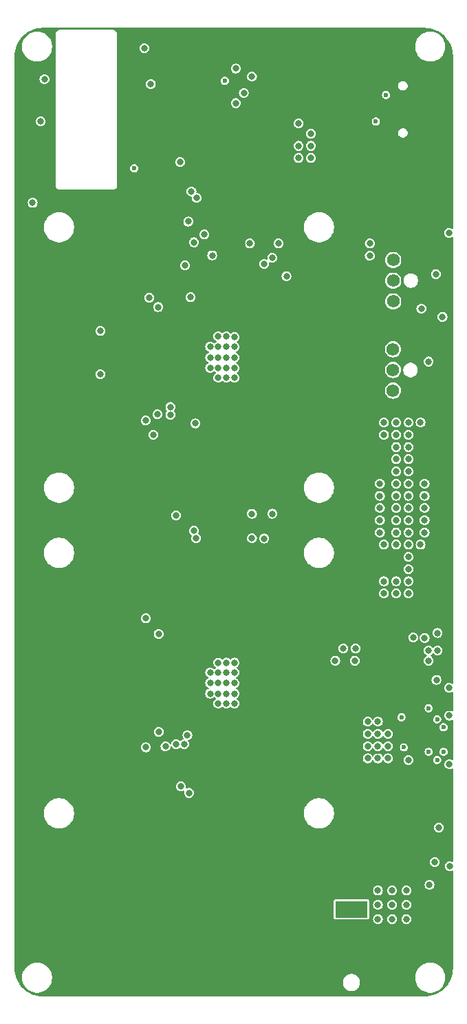
<source format=gbr>
%TF.GenerationSoftware,KiCad,Pcbnew,8.0.4*%
%TF.CreationDate,2024-11-04T19:03:10+01:00*%
%TF.ProjectId,BitForgeNano,42697446-6f72-4676-954e-616e6f2e6b69,rev?*%
%TF.SameCoordinates,Original*%
%TF.FileFunction,Copper,L5,Inr*%
%TF.FilePolarity,Positive*%
%FSLAX46Y46*%
G04 Gerber Fmt 4.6, Leading zero omitted, Abs format (unit mm)*
G04 Created by KiCad (PCBNEW 8.0.4) date 2024-11-04 19:03:10*
%MOMM*%
%LPD*%
G01*
G04 APERTURE LIST*
%TA.AperFunction,ComponentPad*%
%ADD10O,2.100000X1.000000*%
%TD*%
%TA.AperFunction,ComponentPad*%
%ADD11O,1.800000X1.000000*%
%TD*%
%TA.AperFunction,ComponentPad*%
%ADD12R,4.000000X2.000000*%
%TD*%
%TA.AperFunction,ComponentPad*%
%ADD13O,2.000000X3.500000*%
%TD*%
%TA.AperFunction,ComponentPad*%
%ADD14O,3.300000X2.000000*%
%TD*%
%TA.AperFunction,ComponentPad*%
%ADD15C,1.574800*%
%TD*%
%TA.AperFunction,ComponentPad*%
%ADD16C,0.400000*%
%TD*%
%TA.AperFunction,ViaPad*%
%ADD17C,0.800000*%
%TD*%
%TA.AperFunction,ViaPad*%
%ADD18C,0.600000*%
%TD*%
G04 APERTURE END LIST*
D10*
%TO.N,GND*%
%TO.C,J5*%
X92830000Y-60845000D03*
D11*
X97010000Y-60845000D03*
D10*
X92830000Y-52205000D03*
D11*
X97010000Y-52205000D03*
%TD*%
D12*
%TO.N,VIN*%
%TO.C,J1*%
X87000000Y-154800000D03*
D13*
%TO.N,GND*%
X82500000Y-161800000D03*
D14*
X87000000Y-160800000D03*
D13*
X91500000Y-161800000D03*
%TD*%
D15*
%TO.N,GND*%
%TO.C,J8*%
X92100000Y-83460000D03*
%TO.N,+5V*%
X92100000Y-86000000D03*
%TO.N,/Fan/FAN2_TACH*%
X92100000Y-88540000D03*
%TO.N,/Fan/FAN2_PWM*%
X92100000Y-91080000D03*
%TD*%
D16*
%TO.N,GND*%
%TO.C,U12*%
X94200000Y-126320000D03*
X92800000Y-126320000D03*
X91400000Y-126320000D03*
X95200000Y-127600000D03*
X94200000Y-127600000D03*
X92800000Y-127600000D03*
X91400000Y-127600000D03*
X90400000Y-127600000D03*
X94200000Y-128880000D03*
X92800000Y-128880000D03*
X91400000Y-128880000D03*
%TD*%
D15*
%TO.N,GND*%
%TO.C,J6*%
X92138851Y-72479400D03*
%TO.N,+5V*%
X92138851Y-75019400D03*
%TO.N,/Fan/FAN1_TACH*%
X92138851Y-77559400D03*
%TO.N,/Fan/FAN1_PWM*%
X92138851Y-80099400D03*
%TD*%
D17*
%TO.N,+5V*%
X91500000Y-134750000D03*
X91500000Y-133250000D03*
X91500000Y-136250000D03*
X90250000Y-136250000D03*
X90250000Y-134750000D03*
X90250000Y-133250000D03*
X90250000Y-131750000D03*
%TO.N,GND*%
X49000000Y-152000000D03*
X64500000Y-120300000D03*
X54000000Y-77000000D03*
X64600000Y-58700000D03*
X66000000Y-60100000D03*
X69000000Y-147000000D03*
X54000000Y-162000000D03*
X84000000Y-137000000D03*
X63100000Y-124500000D03*
X65100000Y-84400000D03*
X67100000Y-125700000D03*
X57400000Y-89850000D03*
X65100000Y-89500000D03*
X67100000Y-88300000D03*
X65100000Y-127000000D03*
X89000000Y-100000000D03*
X65100000Y-129500000D03*
X64000000Y-157000000D03*
X89000000Y-104500000D03*
X87250000Y-140750000D03*
X69306000Y-120300000D03*
X99000000Y-142250000D03*
X54000000Y-97000000D03*
X65100000Y-128300000D03*
X64100000Y-127000000D03*
X64100000Y-88300000D03*
X49000000Y-147000000D03*
X54000000Y-157000000D03*
X63100000Y-125700000D03*
X59000000Y-162000000D03*
X87250000Y-130250000D03*
X87500000Y-105500000D03*
X87500000Y-96500000D03*
X74000000Y-157000000D03*
X49000000Y-132000000D03*
X87500000Y-107000000D03*
X71400000Y-97987500D03*
X67100000Y-124500000D03*
X66100000Y-88300000D03*
X79000000Y-52000000D03*
X87250000Y-146750000D03*
X49000000Y-77000000D03*
X89000000Y-96500000D03*
X67400000Y-55900000D03*
X65100000Y-124500000D03*
X59000000Y-107000000D03*
X87500000Y-102500000D03*
X94000000Y-162000000D03*
X59000000Y-152000000D03*
X97916431Y-125529246D03*
X64000000Y-97000000D03*
X59000000Y-97000000D03*
X66100000Y-87000000D03*
X59400000Y-60500000D03*
X65100000Y-125700000D03*
X67100000Y-89500000D03*
X59000000Y-117000000D03*
X68100000Y-87000000D03*
X68800000Y-60100000D03*
X59000000Y-112000000D03*
X59000000Y-102000000D03*
X94800000Y-87325000D03*
X65100000Y-85700000D03*
X64000000Y-147000000D03*
X63500000Y-118305000D03*
X54000000Y-107000000D03*
X87250000Y-136250000D03*
X74000000Y-162000000D03*
X59000000Y-64200000D03*
X49000000Y-97000000D03*
X67100000Y-128300000D03*
X84000000Y-77000000D03*
X87500000Y-98000000D03*
X59000000Y-142000000D03*
X59000000Y-49100000D03*
X87250000Y-145250000D03*
X90000000Y-60000000D03*
X64600000Y-57300000D03*
X69000000Y-162000000D03*
X71500000Y-68600000D03*
X67100000Y-85700000D03*
X59000000Y-127000000D03*
X64000000Y-107000000D03*
X57400000Y-84620000D03*
X54000000Y-152000000D03*
X46000000Y-67750000D03*
X66100000Y-89500000D03*
X97900000Y-73400000D03*
X64600000Y-55900000D03*
X89000000Y-47000000D03*
X63100000Y-85700000D03*
X87250000Y-125750000D03*
X68100000Y-128300000D03*
X87500000Y-108500000D03*
X64000000Y-162000000D03*
X79000000Y-162000000D03*
X84000000Y-47000000D03*
X64100000Y-89500000D03*
X99000000Y-145250000D03*
X87250000Y-128750000D03*
X54000000Y-127000000D03*
X63500000Y-76000000D03*
X87500000Y-99500000D03*
X49000000Y-157000000D03*
X66000000Y-58700000D03*
X65400000Y-75700000D03*
X68800000Y-58700000D03*
X68250000Y-136850000D03*
X64600000Y-81800000D03*
X81000000Y-65750000D03*
X59000000Y-72000000D03*
X89000000Y-52000000D03*
X59000000Y-77000000D03*
X64100000Y-124500000D03*
X99000000Y-139250000D03*
X66100000Y-129500000D03*
X59000000Y-137000000D03*
X70500000Y-138100000D03*
X59000000Y-132000000D03*
X54000000Y-122000000D03*
X64500000Y-92100000D03*
X68945000Y-98080000D03*
X59000000Y-147000000D03*
X89000000Y-107000000D03*
X54000000Y-117000000D03*
X63100000Y-88300000D03*
X70300000Y-75750000D03*
X99000000Y-143750000D03*
X87250000Y-143750000D03*
X99000000Y-67000000D03*
X63100000Y-129500000D03*
X68100000Y-125700000D03*
X54800000Y-82300000D03*
X84000000Y-57000000D03*
X49000000Y-82000000D03*
X74000000Y-152000000D03*
X69500000Y-92800000D03*
X87500000Y-104000000D03*
X99000000Y-140750000D03*
X64600000Y-60100000D03*
X63100000Y-89500000D03*
X54000000Y-147000000D03*
X63100000Y-128300000D03*
X66100000Y-128300000D03*
X69000000Y-142000000D03*
X54750000Y-87550000D03*
X69206000Y-81800000D03*
X69000000Y-152000000D03*
X64100000Y-84400000D03*
X80439800Y-55800000D03*
X69000000Y-157000000D03*
X87500000Y-101000000D03*
X89000000Y-98000000D03*
X59000000Y-157000000D03*
X54000000Y-132000000D03*
X65100000Y-87000000D03*
X67400000Y-58700000D03*
X66000000Y-57300000D03*
X49000000Y-107000000D03*
X66100000Y-84400000D03*
X68800000Y-57300000D03*
X66100000Y-127000000D03*
X94000000Y-67000000D03*
X64000000Y-112000000D03*
X61200000Y-50900000D03*
X49000000Y-117000000D03*
X64100000Y-85700000D03*
X63100000Y-84400000D03*
X68100000Y-85700000D03*
X66100000Y-125700000D03*
X49000000Y-137000000D03*
X63100000Y-127000000D03*
X66000000Y-55900000D03*
X67400000Y-60100000D03*
X70500000Y-115855000D03*
X49000000Y-127000000D03*
X65375000Y-67300000D03*
X64100000Y-129500000D03*
X64000000Y-102000000D03*
X87250000Y-142250000D03*
X64100000Y-87000000D03*
X66400000Y-108300000D03*
X87250000Y-134750000D03*
X67100000Y-84400000D03*
X68100000Y-127000000D03*
X74000000Y-137000000D03*
X49000000Y-92000000D03*
X66100000Y-124500000D03*
X64000000Y-117000000D03*
X64000000Y-152000000D03*
X87250000Y-127250000D03*
X67400000Y-57300000D03*
X65100000Y-88300000D03*
X89000000Y-102250000D03*
X49000000Y-87000000D03*
X90000000Y-53200000D03*
X79000000Y-152000000D03*
X74000000Y-147000000D03*
X59000000Y-122000000D03*
X87250000Y-139250000D03*
X84000000Y-52000000D03*
X79000000Y-157000000D03*
X74000000Y-142000000D03*
X64100000Y-125700000D03*
X66100000Y-85700000D03*
X68100000Y-88300000D03*
X87250000Y-137750000D03*
X67100000Y-129500000D03*
X54000000Y-137000000D03*
X97100000Y-69900000D03*
X49000000Y-122000000D03*
X79000000Y-47000000D03*
X63100000Y-87000000D03*
X64100000Y-128300000D03*
%TO.N,VDD*%
X92500000Y-110000000D03*
X72600000Y-84500000D03*
X91000000Y-110000000D03*
X70600000Y-128300000D03*
X96000000Y-104000000D03*
X95500000Y-110000000D03*
X90500000Y-105500000D03*
X90500000Y-108500000D03*
X91000000Y-96500000D03*
X71600000Y-128300000D03*
X69600000Y-128300000D03*
X71600000Y-85680000D03*
X92500000Y-116000000D03*
X94000000Y-110000000D03*
X94000000Y-108500000D03*
X71600000Y-87000000D03*
X70600000Y-124500000D03*
X70600000Y-89500000D03*
X69600000Y-127000000D03*
X90500000Y-107000000D03*
X94000000Y-104000000D03*
X69600000Y-85680000D03*
X96000000Y-102500000D03*
X72600000Y-128300000D03*
X72600000Y-87000000D03*
X94000000Y-99500000D03*
X70600000Y-88300000D03*
X94000000Y-113000000D03*
X92500000Y-108500000D03*
X70600000Y-84400000D03*
X92500000Y-102500000D03*
X70600000Y-85680000D03*
X92500000Y-95000000D03*
X72600000Y-88300000D03*
X72600000Y-85700000D03*
X94000000Y-96500000D03*
X92500000Y-104000000D03*
X96000000Y-107000000D03*
X71600000Y-124500000D03*
X92500000Y-105500000D03*
X92500000Y-114500000D03*
X94000000Y-116000000D03*
X70600000Y-127000000D03*
X72600000Y-89500000D03*
X91000000Y-114500000D03*
X92500000Y-99500000D03*
X91000000Y-95000000D03*
X71600000Y-89500000D03*
X91000000Y-116000000D03*
X94000000Y-95000000D03*
X94000000Y-105500000D03*
X94000000Y-107000000D03*
X72600000Y-129500000D03*
X94000000Y-111500000D03*
X69600000Y-88300000D03*
X70600000Y-129500000D03*
X94000000Y-98000000D03*
X71600000Y-127000000D03*
X72600000Y-125700000D03*
X92500000Y-107000000D03*
X90500000Y-102500000D03*
X92500000Y-101000000D03*
X94000000Y-101000000D03*
X72600000Y-124500000D03*
X71600000Y-125700000D03*
X69600000Y-125700000D03*
X69600000Y-87000000D03*
X96000000Y-105500000D03*
X71600000Y-129500000D03*
X94000000Y-114500000D03*
X92500000Y-98000000D03*
X70600000Y-87000000D03*
X94000000Y-102500000D03*
X96000000Y-108500000D03*
X92500000Y-96500000D03*
X72600000Y-127000000D03*
X99000000Y-127600000D03*
X71600000Y-84400000D03*
X90500000Y-104000000D03*
X95500000Y-95000000D03*
X71600000Y-88300000D03*
X70600000Y-125700000D03*
%TO.N,/Domain/0V8*%
X63280000Y-133000000D03*
X62600000Y-96487500D03*
X63260000Y-120955000D03*
X63100000Y-93987500D03*
X63200000Y-80800000D03*
D18*
%TO.N,Net-(J5-CC1)*%
X90000000Y-58000000D03*
%TO.N,Net-(J5-CC2)*%
X91250000Y-54750000D03*
D17*
%TO.N,/ESP32/IO0*%
X49200000Y-52800000D03*
X62300000Y-53400000D03*
%TO.N,/Domain/1V2*%
X61700000Y-134900000D03*
X62100000Y-79650000D03*
X61670000Y-94737500D03*
X67797488Y-95102512D03*
X61700000Y-119055000D03*
%TO.N,/Power/AGND*%
X99050000Y-137000000D03*
X97457193Y-126607193D03*
X94000000Y-136450000D03*
%TO.N,Net-(U3-RI)*%
X66000000Y-139700000D03*
%TO.N,Net-(U12-BP1V5)*%
X97600000Y-123000000D03*
X99050000Y-131000000D03*
D18*
%TO.N,Net-(U12-EN{slash}UVLO)*%
X93150000Y-131200000D03*
X93450000Y-134900000D03*
D17*
%TO.N,/Domain/I_RO*%
X66500000Y-75700000D03*
%TO.N,/Domain/CLKI*%
X67198000Y-79600000D03*
%TO.N,/TX*%
X67300000Y-66600000D03*
%TO.N,/RX*%
X67917500Y-67400000D03*
%TO.N,/RST*%
X65900000Y-63000000D03*
%TO.N,/Domain/I_CI*%
X67600000Y-72850000D03*
%TO.N,/Domain/I_NRSTI*%
X68900000Y-71900000D03*
D18*
%TO.N,Net-(U12-MSEL1)*%
X96500000Y-135450000D03*
X96500000Y-130100000D03*
D17*
%TO.N,/Power/SMB_ALRT*%
X72750000Y-55750000D03*
X74500000Y-73000000D03*
X78000000Y-73000000D03*
X94600000Y-121400000D03*
%TO.N,/ESP32/VDD_SAMPLE_0*%
X61500000Y-49000000D03*
%TO.N,/Fan/FAN1_TACH*%
X98200000Y-82000000D03*
%TO.N,/Fan/FAN1_PWM*%
X95600000Y-81000000D03*
D18*
%TO.N,Net-(U12-ADRSEL)*%
X97540000Y-136450000D03*
X97540000Y-131450000D03*
%TO.N,Net-(U12-VSEL)*%
X98330000Y-132432407D03*
X98330000Y-135450000D03*
D17*
%TO.N,/SCL*%
X89250000Y-73000000D03*
X74750000Y-106200000D03*
X96500000Y-123000000D03*
X77250000Y-106200000D03*
X65400000Y-106400000D03*
X97750000Y-144750000D03*
X77250000Y-74750000D03*
X87500000Y-122750000D03*
X86000000Y-122750000D03*
X72750000Y-51500000D03*
%TO.N,/SDA*%
X76250000Y-109250000D03*
X76250000Y-75500000D03*
X85000000Y-124250000D03*
X89250000Y-74500000D03*
X67875000Y-109212500D03*
X74750000Y-52500000D03*
X96500000Y-124250000D03*
X97250000Y-149000000D03*
X87400000Y-124250000D03*
X74750000Y-109212500D03*
%TO.N,VIN*%
X93750000Y-152500000D03*
X93750000Y-154250000D03*
X90250000Y-152500000D03*
X92000000Y-152500000D03*
X92000000Y-154250000D03*
X90250000Y-156000000D03*
X90250000Y-154250000D03*
X92000000Y-156000000D03*
X93750000Y-156000000D03*
%TO.N,Net-(U3-CO)*%
X67000000Y-140500000D03*
%TO.N,Net-(U3-CLKO)*%
X66800000Y-133400000D03*
%TO.N,Net-(U3-BO)*%
X66400000Y-134500000D03*
%TO.N,Net-(U3-TEMP_N)*%
X65400000Y-134500000D03*
%TO.N,3V3*%
X67600000Y-108300000D03*
X66900000Y-70300000D03*
D18*
X71400000Y-53000000D03*
D17*
X82000000Y-62500000D03*
X48750000Y-58000000D03*
X96500000Y-87500000D03*
X97400000Y-76750000D03*
D18*
X60250000Y-63750000D03*
D17*
X99100000Y-149500000D03*
X80500000Y-61000000D03*
X47750000Y-68000000D03*
X96000000Y-121450000D03*
X69850000Y-74450000D03*
X82000000Y-59500000D03*
X80500000Y-62500000D03*
X82000000Y-61000000D03*
X99000000Y-71700000D03*
%TO.N,Net-(U3-TEMP_P)*%
X64100000Y-134800000D03*
%TO.N,+5V*%
X80500000Y-58250000D03*
X56075000Y-83750000D03*
X89000000Y-131750000D03*
X56075000Y-89050000D03*
%TO.N,/Power/PGOOD*%
X79000000Y-77000000D03*
X97600000Y-120850000D03*
%TO.N,Net-(U9-TEMP_N)*%
X64700000Y-94037500D03*
%TO.N,Net-(U9-TEMP_P)*%
X64700000Y-93087497D03*
%TO.N,/ESP32/INA_ALRT*%
X96600000Y-151800000D03*
X73750000Y-54500000D03*
%TO.N,+5V*%
X89000000Y-133250000D03*
X89000000Y-136250000D03*
X89000000Y-134750000D03*
%TD*%
%TA.AperFunction,Conductor*%
%TO.N,GND*%
G36*
X95914419Y-46500519D02*
G01*
X95914423Y-46500521D01*
X95934111Y-46500521D01*
X95997567Y-46500521D01*
X96002424Y-46500640D01*
X96031046Y-46502046D01*
X96338175Y-46517134D01*
X96347817Y-46518084D01*
X96677915Y-46567050D01*
X96687421Y-46568940D01*
X97011143Y-46650029D01*
X97020414Y-46652842D01*
X97334623Y-46765267D01*
X97343592Y-46768982D01*
X97645259Y-46911662D01*
X97653819Y-46916238D01*
X97940007Y-47087773D01*
X97940044Y-47087795D01*
X97948122Y-47093193D01*
X98216144Y-47291973D01*
X98223654Y-47298136D01*
X98470914Y-47522240D01*
X98477764Y-47529089D01*
X98701880Y-47776365D01*
X98708034Y-47783864D01*
X98906822Y-48051901D01*
X98912219Y-48059979D01*
X99041766Y-48276117D01*
X99083769Y-48346194D01*
X99088346Y-48354757D01*
X99145435Y-48475462D01*
X99231023Y-48656423D01*
X99234741Y-48665399D01*
X99347159Y-48979592D01*
X99349979Y-48988889D01*
X99431057Y-49312578D01*
X99432953Y-49322107D01*
X99481916Y-49652199D01*
X99482868Y-49661868D01*
X99489826Y-49803504D01*
X99499381Y-49998033D01*
X99499500Y-50002869D01*
X99499500Y-71125613D01*
X99480593Y-71183804D01*
X99431093Y-71219768D01*
X99369907Y-71219768D01*
X99340234Y-71204156D01*
X99302838Y-71175462D01*
X99156766Y-71114957D01*
X99156758Y-71114955D01*
X99000001Y-71094318D01*
X98999999Y-71094318D01*
X98843241Y-71114955D01*
X98843233Y-71114957D01*
X98697161Y-71175462D01*
X98697160Y-71175462D01*
X98571723Y-71271713D01*
X98571713Y-71271723D01*
X98475462Y-71397160D01*
X98475462Y-71397161D01*
X98414957Y-71543233D01*
X98414955Y-71543241D01*
X98394318Y-71699999D01*
X98394318Y-71700000D01*
X98414955Y-71856758D01*
X98414957Y-71856766D01*
X98475462Y-72002838D01*
X98475462Y-72002839D01*
X98516842Y-72056766D01*
X98571718Y-72128282D01*
X98697159Y-72224536D01*
X98843238Y-72285044D01*
X98960809Y-72300522D01*
X98999999Y-72305682D01*
X99000000Y-72305682D01*
X99000001Y-72305682D01*
X99031352Y-72301554D01*
X99156762Y-72285044D01*
X99302841Y-72224536D01*
X99340233Y-72195843D01*
X99397909Y-72175420D01*
X99456574Y-72192798D01*
X99493822Y-72241339D01*
X99499500Y-72274386D01*
X99499500Y-127025613D01*
X99480593Y-127083804D01*
X99431093Y-127119768D01*
X99369907Y-127119768D01*
X99340234Y-127104156D01*
X99302838Y-127075462D01*
X99156766Y-127014957D01*
X99156758Y-127014955D01*
X99000001Y-126994318D01*
X98999999Y-126994318D01*
X98843241Y-127014955D01*
X98843233Y-127014957D01*
X98697161Y-127075462D01*
X98697160Y-127075462D01*
X98571723Y-127171713D01*
X98571713Y-127171723D01*
X98475462Y-127297160D01*
X98475462Y-127297161D01*
X98414957Y-127443233D01*
X98414955Y-127443241D01*
X98394318Y-127599999D01*
X98394318Y-127600000D01*
X98414955Y-127756758D01*
X98414957Y-127756766D01*
X98475462Y-127902838D01*
X98475462Y-127902839D01*
X98547837Y-127997160D01*
X98571718Y-128028282D01*
X98697159Y-128124536D01*
X98697160Y-128124536D01*
X98697161Y-128124537D01*
X98817507Y-128174386D01*
X98843238Y-128185044D01*
X98960809Y-128200522D01*
X98999999Y-128205682D01*
X99000000Y-128205682D01*
X99000001Y-128205682D01*
X99031352Y-128201554D01*
X99156762Y-128185044D01*
X99302841Y-128124536D01*
X99340233Y-128095843D01*
X99397909Y-128075420D01*
X99456574Y-128092798D01*
X99493822Y-128141339D01*
X99499500Y-128174386D01*
X99499500Y-130388664D01*
X99480593Y-130446855D01*
X99431093Y-130482819D01*
X99369907Y-130482819D01*
X99358856Y-130477899D01*
X99358837Y-130477947D01*
X99206766Y-130414957D01*
X99206758Y-130414955D01*
X99050001Y-130394318D01*
X99049999Y-130394318D01*
X98893241Y-130414955D01*
X98893233Y-130414957D01*
X98747161Y-130475462D01*
X98747160Y-130475462D01*
X98621723Y-130571713D01*
X98621713Y-130571723D01*
X98525462Y-130697160D01*
X98525462Y-130697161D01*
X98464957Y-130843233D01*
X98464955Y-130843241D01*
X98444318Y-130999999D01*
X98444318Y-131000000D01*
X98464955Y-131156758D01*
X98464957Y-131156766D01*
X98525462Y-131302838D01*
X98525462Y-131302839D01*
X98555862Y-131342457D01*
X98621718Y-131428282D01*
X98747159Y-131524536D01*
X98893238Y-131585044D01*
X99010809Y-131600522D01*
X99049999Y-131605682D01*
X99050000Y-131605682D01*
X99050001Y-131605682D01*
X99081352Y-131601554D01*
X99206762Y-131585044D01*
X99260470Y-131562797D01*
X99358837Y-131522053D01*
X99359553Y-131523783D01*
X99410833Y-131512876D01*
X99466733Y-131537754D01*
X99497333Y-131590737D01*
X99499500Y-131611335D01*
X99499500Y-136388664D01*
X99480593Y-136446855D01*
X99431093Y-136482819D01*
X99369907Y-136482819D01*
X99358856Y-136477899D01*
X99358837Y-136477947D01*
X99206766Y-136414957D01*
X99206758Y-136414955D01*
X99050001Y-136394318D01*
X99049999Y-136394318D01*
X98893241Y-136414955D01*
X98893233Y-136414957D01*
X98747161Y-136475462D01*
X98747160Y-136475462D01*
X98621723Y-136571713D01*
X98621713Y-136571723D01*
X98525462Y-136697160D01*
X98525462Y-136697161D01*
X98464957Y-136843233D01*
X98464955Y-136843241D01*
X98444318Y-136999999D01*
X98444318Y-137000000D01*
X98464955Y-137156758D01*
X98464957Y-137156766D01*
X98525462Y-137302838D01*
X98525462Y-137302839D01*
X98525464Y-137302841D01*
X98621718Y-137428282D01*
X98747159Y-137524536D01*
X98893238Y-137585044D01*
X99010809Y-137600522D01*
X99049999Y-137605682D01*
X99050000Y-137605682D01*
X99050001Y-137605682D01*
X99081352Y-137601554D01*
X99206762Y-137585044D01*
X99260470Y-137562797D01*
X99358837Y-137522053D01*
X99359553Y-137523783D01*
X99410833Y-137512876D01*
X99466733Y-137537754D01*
X99497333Y-137590737D01*
X99499500Y-137611335D01*
X99499500Y-148867337D01*
X99480593Y-148925528D01*
X99431093Y-148961492D01*
X99369907Y-148961492D01*
X99362615Y-148958801D01*
X99256767Y-148914957D01*
X99256758Y-148914955D01*
X99100001Y-148894318D01*
X99099999Y-148894318D01*
X98943241Y-148914955D01*
X98943233Y-148914957D01*
X98797161Y-148975462D01*
X98797160Y-148975462D01*
X98671723Y-149071713D01*
X98671713Y-149071723D01*
X98575462Y-149197160D01*
X98575462Y-149197161D01*
X98514957Y-149343233D01*
X98514955Y-149343241D01*
X98494318Y-149499999D01*
X98494318Y-149500000D01*
X98514955Y-149656758D01*
X98514957Y-149656766D01*
X98575462Y-149802838D01*
X98575462Y-149802839D01*
X98575464Y-149802841D01*
X98671718Y-149928282D01*
X98797159Y-150024536D01*
X98797160Y-150024536D01*
X98797161Y-150024537D01*
X98902974Y-150068366D01*
X98943238Y-150085044D01*
X99060809Y-150100522D01*
X99099999Y-150105682D01*
X99100000Y-150105682D01*
X99100001Y-150105682D01*
X99131352Y-150101554D01*
X99256762Y-150085044D01*
X99362615Y-150041197D01*
X99423611Y-150036397D01*
X99475780Y-150068366D01*
X99499195Y-150124894D01*
X99499500Y-150132662D01*
X99499500Y-161997554D01*
X99499381Y-162002413D01*
X99482882Y-162338150D01*
X99481929Y-162347818D01*
X99432963Y-162677894D01*
X99431068Y-162687423D01*
X99349983Y-163011119D01*
X99347163Y-163020416D01*
X99234740Y-163334608D01*
X99231022Y-163343584D01*
X99088345Y-163645244D01*
X99083765Y-163653812D01*
X98912209Y-163940033D01*
X98906811Y-163948111D01*
X98708026Y-164216139D01*
X98701863Y-164223648D01*
X98477769Y-164470899D01*
X98470899Y-164477769D01*
X98223648Y-164701863D01*
X98216139Y-164708026D01*
X97948111Y-164906811D01*
X97940033Y-164912209D01*
X97653812Y-165083765D01*
X97645244Y-165088345D01*
X97343584Y-165231022D01*
X97334608Y-165234740D01*
X97020416Y-165347163D01*
X97011119Y-165349983D01*
X96687423Y-165431068D01*
X96677894Y-165432963D01*
X96347818Y-165481929D01*
X96338150Y-165482882D01*
X96002412Y-165499381D01*
X95997555Y-165499500D01*
X95934100Y-165499501D01*
X95934098Y-165499501D01*
X49072449Y-165499529D01*
X49071981Y-165499500D01*
X49065892Y-165499500D01*
X49002436Y-165499500D01*
X48997578Y-165499381D01*
X48661838Y-165482887D01*
X48652170Y-165481934D01*
X48322096Y-165432972D01*
X48312567Y-165431077D01*
X47988868Y-165349995D01*
X47979571Y-165347175D01*
X47979537Y-165347163D01*
X47907144Y-165321260D01*
X47665378Y-165234754D01*
X47656402Y-165231036D01*
X47354741Y-165088361D01*
X47346173Y-165083781D01*
X47059950Y-164912226D01*
X47051872Y-164906828D01*
X46783849Y-164708048D01*
X46776339Y-164701885D01*
X46529083Y-164477786D01*
X46522218Y-164470921D01*
X46298114Y-164223660D01*
X46291951Y-164216150D01*
X46093171Y-163948127D01*
X46087773Y-163940049D01*
X46087763Y-163940033D01*
X45916216Y-163653823D01*
X45911638Y-163645258D01*
X45911631Y-163645244D01*
X45768961Y-163343594D01*
X45765245Y-163334621D01*
X45673682Y-163078721D01*
X46449500Y-163078721D01*
X46449500Y-163321300D01*
X46481161Y-163561792D01*
X46481161Y-163561797D01*
X46517264Y-163696532D01*
X46524597Y-163723902D01*
X46543944Y-163796103D01*
X46543948Y-163796116D01*
X46636772Y-164020215D01*
X46636774Y-164020219D01*
X46636776Y-164020223D01*
X46758064Y-164230300D01*
X46758066Y-164230303D01*
X46905729Y-164422742D01*
X46905731Y-164422744D01*
X46905735Y-164422749D01*
X47077262Y-164594276D01*
X47077266Y-164594279D01*
X47077268Y-164594281D01*
X47221756Y-164705150D01*
X47269711Y-164741947D01*
X47479788Y-164863235D01*
X47703900Y-164956065D01*
X47938211Y-165018849D01*
X48178712Y-165050511D01*
X48178713Y-165050511D01*
X48421287Y-165050511D01*
X48421288Y-165050511D01*
X48661789Y-165018849D01*
X48896100Y-164956065D01*
X49120212Y-164863235D01*
X49330289Y-164741947D01*
X49522738Y-164594276D01*
X49694265Y-164422749D01*
X49841936Y-164230300D01*
X49963224Y-164020223D01*
X50056054Y-163796111D01*
X50082736Y-163696532D01*
X85949500Y-163696532D01*
X85949500Y-163903467D01*
X85989869Y-164106418D01*
X86069058Y-164297597D01*
X86184020Y-164469651D01*
X86184023Y-164469655D01*
X86330345Y-164615977D01*
X86502402Y-164730941D01*
X86693580Y-164810130D01*
X86896535Y-164850500D01*
X86896536Y-164850500D01*
X87103464Y-164850500D01*
X87103465Y-164850500D01*
X87306420Y-164810130D01*
X87497598Y-164730941D01*
X87669655Y-164615977D01*
X87815977Y-164469655D01*
X87930941Y-164297598D01*
X88010130Y-164106420D01*
X88050500Y-163903465D01*
X88050500Y-163696535D01*
X88010130Y-163493580D01*
X87930941Y-163302402D01*
X87815977Y-163130345D01*
X87764353Y-163078721D01*
X94849500Y-163078721D01*
X94849500Y-163321300D01*
X94881161Y-163561792D01*
X94881161Y-163561797D01*
X94917264Y-163696532D01*
X94924597Y-163723902D01*
X94943944Y-163796103D01*
X94943948Y-163796116D01*
X95036772Y-164020215D01*
X95036774Y-164020219D01*
X95036776Y-164020223D01*
X95158064Y-164230300D01*
X95158066Y-164230303D01*
X95305729Y-164422742D01*
X95305731Y-164422744D01*
X95305735Y-164422749D01*
X95477262Y-164594276D01*
X95477266Y-164594279D01*
X95477268Y-164594281D01*
X95621756Y-164705150D01*
X95669711Y-164741947D01*
X95879788Y-164863235D01*
X96103900Y-164956065D01*
X96338211Y-165018849D01*
X96578712Y-165050511D01*
X96578713Y-165050511D01*
X96821287Y-165050511D01*
X96821288Y-165050511D01*
X97061789Y-165018849D01*
X97296100Y-164956065D01*
X97520212Y-164863235D01*
X97730289Y-164741947D01*
X97922738Y-164594276D01*
X98094265Y-164422749D01*
X98241936Y-164230300D01*
X98363224Y-164020223D01*
X98456054Y-163796111D01*
X98518838Y-163561800D01*
X98550500Y-163321299D01*
X98550500Y-163078723D01*
X98518838Y-162838222D01*
X98456054Y-162603911D01*
X98363224Y-162379799D01*
X98241936Y-162169722D01*
X98162265Y-162065892D01*
X98094270Y-161977279D01*
X98094268Y-161977277D01*
X98094265Y-161977273D01*
X97922738Y-161805746D01*
X97922733Y-161805742D01*
X97922731Y-161805740D01*
X97730292Y-161658077D01*
X97730289Y-161658075D01*
X97520212Y-161536787D01*
X97520208Y-161536785D01*
X97520204Y-161536783D01*
X97296105Y-161443959D01*
X97296104Y-161443958D01*
X97296100Y-161443957D01*
X97061789Y-161381173D01*
X97061786Y-161381172D01*
X97061784Y-161381172D01*
X96821289Y-161349511D01*
X96821288Y-161349511D01*
X96578712Y-161349511D01*
X96578710Y-161349511D01*
X96338218Y-161381172D01*
X96338213Y-161381172D01*
X96103907Y-161443955D01*
X96103894Y-161443959D01*
X95879795Y-161536783D01*
X95669707Y-161658077D01*
X95477268Y-161805740D01*
X95305729Y-161977279D01*
X95158066Y-162169718D01*
X95036772Y-162379806D01*
X94943948Y-162603905D01*
X94943944Y-162603918D01*
X94881161Y-162838224D01*
X94881161Y-162838229D01*
X94849500Y-163078721D01*
X87764353Y-163078721D01*
X87669655Y-162984023D01*
X87669651Y-162984020D01*
X87497597Y-162869058D01*
X87306418Y-162789869D01*
X87103467Y-162749500D01*
X87103465Y-162749500D01*
X86896535Y-162749500D01*
X86896532Y-162749500D01*
X86693581Y-162789869D01*
X86502402Y-162869058D01*
X86330348Y-162984020D01*
X86184020Y-163130348D01*
X86069058Y-163302402D01*
X85989869Y-163493581D01*
X85949500Y-163696532D01*
X50082736Y-163696532D01*
X50118838Y-163561800D01*
X50150500Y-163321299D01*
X50150500Y-163078723D01*
X50118838Y-162838222D01*
X50056054Y-162603911D01*
X49963224Y-162379799D01*
X49841936Y-162169722D01*
X49762265Y-162065892D01*
X49694270Y-161977279D01*
X49694268Y-161977277D01*
X49694265Y-161977273D01*
X49522738Y-161805746D01*
X49522733Y-161805742D01*
X49522731Y-161805740D01*
X49330292Y-161658077D01*
X49330289Y-161658075D01*
X49120212Y-161536787D01*
X49120208Y-161536785D01*
X49120204Y-161536783D01*
X48896105Y-161443959D01*
X48896104Y-161443958D01*
X48896100Y-161443957D01*
X48661789Y-161381173D01*
X48661786Y-161381172D01*
X48661784Y-161381172D01*
X48421289Y-161349511D01*
X48421288Y-161349511D01*
X48178712Y-161349511D01*
X48178710Y-161349511D01*
X47938218Y-161381172D01*
X47938213Y-161381172D01*
X47703907Y-161443955D01*
X47703894Y-161443959D01*
X47479795Y-161536783D01*
X47269707Y-161658077D01*
X47077268Y-161805740D01*
X46905729Y-161977279D01*
X46758066Y-162169718D01*
X46636772Y-162379806D01*
X46543948Y-162603905D01*
X46543944Y-162603918D01*
X46481161Y-162838224D01*
X46481161Y-162838229D01*
X46449500Y-163078721D01*
X45673682Y-163078721D01*
X45652820Y-163020415D01*
X45650008Y-163011144D01*
X45568919Y-162687421D01*
X45567029Y-162677915D01*
X45518063Y-162347815D01*
X45517113Y-162338175D01*
X45500626Y-162002584D01*
X45500508Y-161997807D01*
X45500508Y-153780253D01*
X84799500Y-153780253D01*
X84799500Y-155819746D01*
X84799501Y-155819758D01*
X84811132Y-155878227D01*
X84811133Y-155878231D01*
X84855448Y-155944552D01*
X84921769Y-155988867D01*
X84966231Y-155997711D01*
X84980241Y-156000498D01*
X84980246Y-156000498D01*
X84980252Y-156000500D01*
X84980253Y-156000500D01*
X89019747Y-156000500D01*
X89019748Y-156000500D01*
X89022267Y-155999999D01*
X89644318Y-155999999D01*
X89644318Y-156000000D01*
X89664955Y-156156758D01*
X89664957Y-156156766D01*
X89725462Y-156302838D01*
X89725462Y-156302839D01*
X89725464Y-156302841D01*
X89821718Y-156428282D01*
X89947159Y-156524536D01*
X90093238Y-156585044D01*
X90210809Y-156600522D01*
X90249999Y-156605682D01*
X90250000Y-156605682D01*
X90250001Y-156605682D01*
X90281352Y-156601554D01*
X90406762Y-156585044D01*
X90552841Y-156524536D01*
X90678282Y-156428282D01*
X90774536Y-156302841D01*
X90835044Y-156156762D01*
X90855682Y-156000000D01*
X90855682Y-155999999D01*
X91394318Y-155999999D01*
X91394318Y-156000000D01*
X91414955Y-156156758D01*
X91414957Y-156156766D01*
X91475462Y-156302838D01*
X91475462Y-156302839D01*
X91475464Y-156302841D01*
X91571718Y-156428282D01*
X91697159Y-156524536D01*
X91843238Y-156585044D01*
X91960809Y-156600522D01*
X91999999Y-156605682D01*
X92000000Y-156605682D01*
X92000001Y-156605682D01*
X92031352Y-156601554D01*
X92156762Y-156585044D01*
X92302841Y-156524536D01*
X92428282Y-156428282D01*
X92524536Y-156302841D01*
X92585044Y-156156762D01*
X92605682Y-156000000D01*
X92605682Y-155999999D01*
X93144318Y-155999999D01*
X93144318Y-156000000D01*
X93164955Y-156156758D01*
X93164957Y-156156766D01*
X93225462Y-156302838D01*
X93225462Y-156302839D01*
X93225464Y-156302841D01*
X93321718Y-156428282D01*
X93447159Y-156524536D01*
X93593238Y-156585044D01*
X93710809Y-156600522D01*
X93749999Y-156605682D01*
X93750000Y-156605682D01*
X93750001Y-156605682D01*
X93781352Y-156601554D01*
X93906762Y-156585044D01*
X94052841Y-156524536D01*
X94178282Y-156428282D01*
X94274536Y-156302841D01*
X94335044Y-156156762D01*
X94355682Y-156000000D01*
X94335044Y-155843238D01*
X94274537Y-155697161D01*
X94274537Y-155697160D01*
X94178286Y-155571723D01*
X94178285Y-155571722D01*
X94178282Y-155571718D01*
X94178277Y-155571714D01*
X94178276Y-155571713D01*
X94052838Y-155475462D01*
X93906766Y-155414957D01*
X93906758Y-155414955D01*
X93750001Y-155394318D01*
X93749999Y-155394318D01*
X93593241Y-155414955D01*
X93593233Y-155414957D01*
X93447161Y-155475462D01*
X93447160Y-155475462D01*
X93321723Y-155571713D01*
X93321713Y-155571723D01*
X93225462Y-155697160D01*
X93225462Y-155697161D01*
X93164957Y-155843233D01*
X93164955Y-155843241D01*
X93144318Y-155999999D01*
X92605682Y-155999999D01*
X92585044Y-155843238D01*
X92524537Y-155697161D01*
X92524537Y-155697160D01*
X92428286Y-155571723D01*
X92428285Y-155571722D01*
X92428282Y-155571718D01*
X92428277Y-155571714D01*
X92428276Y-155571713D01*
X92302838Y-155475462D01*
X92156766Y-155414957D01*
X92156758Y-155414955D01*
X92000001Y-155394318D01*
X91999999Y-155394318D01*
X91843241Y-155414955D01*
X91843233Y-155414957D01*
X91697161Y-155475462D01*
X91697160Y-155475462D01*
X91571723Y-155571713D01*
X91571713Y-155571723D01*
X91475462Y-155697160D01*
X91475462Y-155697161D01*
X91414957Y-155843233D01*
X91414955Y-155843241D01*
X91394318Y-155999999D01*
X90855682Y-155999999D01*
X90835044Y-155843238D01*
X90774537Y-155697161D01*
X90774537Y-155697160D01*
X90678286Y-155571723D01*
X90678285Y-155571722D01*
X90678282Y-155571718D01*
X90678277Y-155571714D01*
X90678276Y-155571713D01*
X90552838Y-155475462D01*
X90406766Y-155414957D01*
X90406758Y-155414955D01*
X90250001Y-155394318D01*
X90249999Y-155394318D01*
X90093241Y-155414955D01*
X90093233Y-155414957D01*
X89947161Y-155475462D01*
X89947160Y-155475462D01*
X89821723Y-155571713D01*
X89821713Y-155571723D01*
X89725462Y-155697160D01*
X89725462Y-155697161D01*
X89664957Y-155843233D01*
X89664955Y-155843241D01*
X89644318Y-155999999D01*
X89022267Y-155999999D01*
X89078231Y-155988867D01*
X89144552Y-155944552D01*
X89188867Y-155878231D01*
X89200500Y-155819748D01*
X89200500Y-154249999D01*
X89644318Y-154249999D01*
X89644318Y-154250000D01*
X89664955Y-154406758D01*
X89664957Y-154406766D01*
X89725462Y-154552838D01*
X89725462Y-154552839D01*
X89725464Y-154552841D01*
X89821718Y-154678282D01*
X89947159Y-154774536D01*
X90093238Y-154835044D01*
X90210809Y-154850522D01*
X90249999Y-154855682D01*
X90250000Y-154855682D01*
X90250001Y-154855682D01*
X90281352Y-154851554D01*
X90406762Y-154835044D01*
X90552841Y-154774536D01*
X90678282Y-154678282D01*
X90774536Y-154552841D01*
X90835044Y-154406762D01*
X90855682Y-154250000D01*
X90855682Y-154249999D01*
X91394318Y-154249999D01*
X91394318Y-154250000D01*
X91414955Y-154406758D01*
X91414957Y-154406766D01*
X91475462Y-154552838D01*
X91475462Y-154552839D01*
X91475464Y-154552841D01*
X91571718Y-154678282D01*
X91697159Y-154774536D01*
X91843238Y-154835044D01*
X91960809Y-154850522D01*
X91999999Y-154855682D01*
X92000000Y-154855682D01*
X92000001Y-154855682D01*
X92031352Y-154851554D01*
X92156762Y-154835044D01*
X92302841Y-154774536D01*
X92428282Y-154678282D01*
X92524536Y-154552841D01*
X92585044Y-154406762D01*
X92605682Y-154250000D01*
X92605682Y-154249999D01*
X93144318Y-154249999D01*
X93144318Y-154250000D01*
X93164955Y-154406758D01*
X93164957Y-154406766D01*
X93225462Y-154552838D01*
X93225462Y-154552839D01*
X93225464Y-154552841D01*
X93321718Y-154678282D01*
X93447159Y-154774536D01*
X93593238Y-154835044D01*
X93710809Y-154850522D01*
X93749999Y-154855682D01*
X93750000Y-154855682D01*
X93750001Y-154855682D01*
X93781352Y-154851554D01*
X93906762Y-154835044D01*
X94052841Y-154774536D01*
X94178282Y-154678282D01*
X94274536Y-154552841D01*
X94335044Y-154406762D01*
X94355682Y-154250000D01*
X94335044Y-154093238D01*
X94274537Y-153947161D01*
X94274537Y-153947160D01*
X94178286Y-153821723D01*
X94178285Y-153821722D01*
X94178282Y-153821718D01*
X94178277Y-153821714D01*
X94178276Y-153821713D01*
X94052838Y-153725462D01*
X93906766Y-153664957D01*
X93906758Y-153664955D01*
X93750001Y-153644318D01*
X93749999Y-153644318D01*
X93593241Y-153664955D01*
X93593233Y-153664957D01*
X93447161Y-153725462D01*
X93447160Y-153725462D01*
X93321723Y-153821713D01*
X93321713Y-153821723D01*
X93225462Y-153947160D01*
X93225462Y-153947161D01*
X93164957Y-154093233D01*
X93164955Y-154093241D01*
X93144318Y-154249999D01*
X92605682Y-154249999D01*
X92585044Y-154093238D01*
X92524537Y-153947161D01*
X92524537Y-153947160D01*
X92428286Y-153821723D01*
X92428285Y-153821722D01*
X92428282Y-153821718D01*
X92428277Y-153821714D01*
X92428276Y-153821713D01*
X92302838Y-153725462D01*
X92156766Y-153664957D01*
X92156758Y-153664955D01*
X92000001Y-153644318D01*
X91999999Y-153644318D01*
X91843241Y-153664955D01*
X91843233Y-153664957D01*
X91697161Y-153725462D01*
X91697160Y-153725462D01*
X91571723Y-153821713D01*
X91571713Y-153821723D01*
X91475462Y-153947160D01*
X91475462Y-153947161D01*
X91414957Y-154093233D01*
X91414955Y-154093241D01*
X91394318Y-154249999D01*
X90855682Y-154249999D01*
X90835044Y-154093238D01*
X90774537Y-153947161D01*
X90774537Y-153947160D01*
X90678286Y-153821723D01*
X90678285Y-153821722D01*
X90678282Y-153821718D01*
X90678277Y-153821714D01*
X90678276Y-153821713D01*
X90552838Y-153725462D01*
X90406766Y-153664957D01*
X90406758Y-153664955D01*
X90250001Y-153644318D01*
X90249999Y-153644318D01*
X90093241Y-153664955D01*
X90093233Y-153664957D01*
X89947161Y-153725462D01*
X89947160Y-153725462D01*
X89821723Y-153821713D01*
X89821713Y-153821723D01*
X89725462Y-153947160D01*
X89725462Y-153947161D01*
X89664957Y-154093233D01*
X89664955Y-154093241D01*
X89644318Y-154249999D01*
X89200500Y-154249999D01*
X89200500Y-153780252D01*
X89188867Y-153721769D01*
X89144552Y-153655448D01*
X89144548Y-153655445D01*
X89078233Y-153611134D01*
X89078231Y-153611133D01*
X89078228Y-153611132D01*
X89078227Y-153611132D01*
X89019758Y-153599501D01*
X89019748Y-153599500D01*
X84980252Y-153599500D01*
X84980251Y-153599500D01*
X84980241Y-153599501D01*
X84921772Y-153611132D01*
X84921766Y-153611134D01*
X84855451Y-153655445D01*
X84855445Y-153655451D01*
X84811134Y-153721766D01*
X84811132Y-153721772D01*
X84799501Y-153780241D01*
X84799500Y-153780253D01*
X45500508Y-153780253D01*
X45500508Y-152499999D01*
X89644318Y-152499999D01*
X89644318Y-152500000D01*
X89664955Y-152656758D01*
X89664957Y-152656766D01*
X89725462Y-152802838D01*
X89725462Y-152802839D01*
X89725464Y-152802841D01*
X89821718Y-152928282D01*
X89947159Y-153024536D01*
X90093238Y-153085044D01*
X90210809Y-153100522D01*
X90249999Y-153105682D01*
X90250000Y-153105682D01*
X90250001Y-153105682D01*
X90281352Y-153101554D01*
X90406762Y-153085044D01*
X90552841Y-153024536D01*
X90678282Y-152928282D01*
X90774536Y-152802841D01*
X90835044Y-152656762D01*
X90855682Y-152500000D01*
X90855682Y-152499999D01*
X91394318Y-152499999D01*
X91394318Y-152500000D01*
X91414955Y-152656758D01*
X91414957Y-152656766D01*
X91475462Y-152802838D01*
X91475462Y-152802839D01*
X91475464Y-152802841D01*
X91571718Y-152928282D01*
X91697159Y-153024536D01*
X91843238Y-153085044D01*
X91960809Y-153100522D01*
X91999999Y-153105682D01*
X92000000Y-153105682D01*
X92000001Y-153105682D01*
X92031352Y-153101554D01*
X92156762Y-153085044D01*
X92302841Y-153024536D01*
X92428282Y-152928282D01*
X92524536Y-152802841D01*
X92585044Y-152656762D01*
X92605682Y-152500000D01*
X92605682Y-152499999D01*
X93144318Y-152499999D01*
X93144318Y-152500000D01*
X93164955Y-152656758D01*
X93164957Y-152656766D01*
X93225462Y-152802838D01*
X93225462Y-152802839D01*
X93225464Y-152802841D01*
X93321718Y-152928282D01*
X93447159Y-153024536D01*
X93593238Y-153085044D01*
X93710809Y-153100522D01*
X93749999Y-153105682D01*
X93750000Y-153105682D01*
X93750001Y-153105682D01*
X93781352Y-153101554D01*
X93906762Y-153085044D01*
X94052841Y-153024536D01*
X94178282Y-152928282D01*
X94274536Y-152802841D01*
X94335044Y-152656762D01*
X94355682Y-152500000D01*
X94335044Y-152343238D01*
X94274537Y-152197161D01*
X94274537Y-152197160D01*
X94178286Y-152071723D01*
X94178285Y-152071722D01*
X94178282Y-152071718D01*
X94178277Y-152071714D01*
X94178276Y-152071713D01*
X94052838Y-151975462D01*
X93906766Y-151914957D01*
X93906758Y-151914955D01*
X93750001Y-151894318D01*
X93749999Y-151894318D01*
X93593241Y-151914955D01*
X93593233Y-151914957D01*
X93447161Y-151975462D01*
X93447160Y-151975462D01*
X93321723Y-152071713D01*
X93321713Y-152071723D01*
X93225462Y-152197160D01*
X93225462Y-152197161D01*
X93164957Y-152343233D01*
X93164955Y-152343241D01*
X93144318Y-152499999D01*
X92605682Y-152499999D01*
X92585044Y-152343238D01*
X92524537Y-152197161D01*
X92524537Y-152197160D01*
X92428286Y-152071723D01*
X92428285Y-152071722D01*
X92428282Y-152071718D01*
X92428277Y-152071714D01*
X92428276Y-152071713D01*
X92302838Y-151975462D01*
X92156766Y-151914957D01*
X92156758Y-151914955D01*
X92000001Y-151894318D01*
X91999999Y-151894318D01*
X91843241Y-151914955D01*
X91843233Y-151914957D01*
X91697161Y-151975462D01*
X91697160Y-151975462D01*
X91571723Y-152071713D01*
X91571713Y-152071723D01*
X91475462Y-152197160D01*
X91475462Y-152197161D01*
X91414957Y-152343233D01*
X91414955Y-152343241D01*
X91394318Y-152499999D01*
X90855682Y-152499999D01*
X90835044Y-152343238D01*
X90774537Y-152197161D01*
X90774537Y-152197160D01*
X90678286Y-152071723D01*
X90678285Y-152071722D01*
X90678282Y-152071718D01*
X90678277Y-152071714D01*
X90678276Y-152071713D01*
X90552838Y-151975462D01*
X90406766Y-151914957D01*
X90406758Y-151914955D01*
X90250001Y-151894318D01*
X90249999Y-151894318D01*
X90093241Y-151914955D01*
X90093233Y-151914957D01*
X89947161Y-151975462D01*
X89947160Y-151975462D01*
X89821723Y-152071713D01*
X89821713Y-152071723D01*
X89725462Y-152197160D01*
X89725462Y-152197161D01*
X89664957Y-152343233D01*
X89664955Y-152343241D01*
X89644318Y-152499999D01*
X45500508Y-152499999D01*
X45500508Y-151799999D01*
X95994318Y-151799999D01*
X95994318Y-151800000D01*
X96014955Y-151956758D01*
X96014957Y-151956766D01*
X96075462Y-152102838D01*
X96075462Y-152102839D01*
X96147837Y-152197160D01*
X96171718Y-152228282D01*
X96297159Y-152324536D01*
X96297160Y-152324536D01*
X96297161Y-152324537D01*
X96443233Y-152385042D01*
X96443238Y-152385044D01*
X96560809Y-152400522D01*
X96599999Y-152405682D01*
X96600000Y-152405682D01*
X96600001Y-152405682D01*
X96631352Y-152401554D01*
X96756762Y-152385044D01*
X96902841Y-152324536D01*
X97028282Y-152228282D01*
X97124536Y-152102841D01*
X97185044Y-151956762D01*
X97205682Y-151800000D01*
X97185044Y-151643238D01*
X97124537Y-151497161D01*
X97124537Y-151497160D01*
X97028286Y-151371723D01*
X97028285Y-151371722D01*
X97028282Y-151371718D01*
X97028277Y-151371714D01*
X97028276Y-151371713D01*
X96902838Y-151275462D01*
X96756766Y-151214957D01*
X96756758Y-151214955D01*
X96600001Y-151194318D01*
X96599999Y-151194318D01*
X96443241Y-151214955D01*
X96443233Y-151214957D01*
X96297161Y-151275462D01*
X96297160Y-151275462D01*
X96171723Y-151371713D01*
X96171713Y-151371723D01*
X96075462Y-151497160D01*
X96075462Y-151497161D01*
X96014957Y-151643233D01*
X96014955Y-151643241D01*
X95994318Y-151799999D01*
X45500508Y-151799999D01*
X45500508Y-148999999D01*
X96644318Y-148999999D01*
X96644318Y-149000000D01*
X96664955Y-149156758D01*
X96664957Y-149156766D01*
X96725462Y-149302838D01*
X96725462Y-149302839D01*
X96821713Y-149428276D01*
X96821718Y-149428282D01*
X96947159Y-149524536D01*
X97093238Y-149585044D01*
X97210809Y-149600522D01*
X97249999Y-149605682D01*
X97250000Y-149605682D01*
X97250001Y-149605682D01*
X97281352Y-149601554D01*
X97406762Y-149585044D01*
X97552841Y-149524536D01*
X97678282Y-149428282D01*
X97774536Y-149302841D01*
X97835044Y-149156762D01*
X97855682Y-149000000D01*
X97835044Y-148843238D01*
X97774537Y-148697161D01*
X97774537Y-148697160D01*
X97678286Y-148571723D01*
X97678285Y-148571722D01*
X97678282Y-148571718D01*
X97678277Y-148571714D01*
X97678276Y-148571713D01*
X97552838Y-148475462D01*
X97406766Y-148414957D01*
X97406758Y-148414955D01*
X97250001Y-148394318D01*
X97249999Y-148394318D01*
X97093241Y-148414955D01*
X97093233Y-148414957D01*
X96947161Y-148475462D01*
X96947160Y-148475462D01*
X96821723Y-148571713D01*
X96821713Y-148571723D01*
X96725462Y-148697160D01*
X96725462Y-148697161D01*
X96664957Y-148843233D01*
X96664955Y-148843241D01*
X96644318Y-148999999D01*
X45500508Y-148999999D01*
X45500507Y-142878710D01*
X49149500Y-142878710D01*
X49149500Y-143121289D01*
X49181161Y-143361781D01*
X49181161Y-143361786D01*
X49243944Y-143596092D01*
X49243948Y-143596105D01*
X49336772Y-143820204D01*
X49336774Y-143820208D01*
X49336776Y-143820212D01*
X49458064Y-144030289D01*
X49458066Y-144030292D01*
X49605729Y-144222731D01*
X49605731Y-144222733D01*
X49605735Y-144222738D01*
X49777262Y-144394265D01*
X49777266Y-144394268D01*
X49777268Y-144394270D01*
X49969707Y-144541933D01*
X49969711Y-144541936D01*
X50179788Y-144663224D01*
X50403900Y-144756054D01*
X50638211Y-144818838D01*
X50878712Y-144850500D01*
X50878713Y-144850500D01*
X51121287Y-144850500D01*
X51121288Y-144850500D01*
X51361789Y-144818838D01*
X51596100Y-144756054D01*
X51820212Y-144663224D01*
X52030289Y-144541936D01*
X52222738Y-144394265D01*
X52394265Y-144222738D01*
X52541936Y-144030289D01*
X52663224Y-143820212D01*
X52756054Y-143596100D01*
X52818838Y-143361789D01*
X52850500Y-143121288D01*
X52850500Y-142878712D01*
X52850500Y-142878710D01*
X81149500Y-142878710D01*
X81149500Y-143121289D01*
X81181161Y-143361781D01*
X81181161Y-143361786D01*
X81243944Y-143596092D01*
X81243948Y-143596105D01*
X81336772Y-143820204D01*
X81336774Y-143820208D01*
X81336776Y-143820212D01*
X81458064Y-144030289D01*
X81458066Y-144030292D01*
X81605729Y-144222731D01*
X81605731Y-144222733D01*
X81605735Y-144222738D01*
X81777262Y-144394265D01*
X81777266Y-144394268D01*
X81777268Y-144394270D01*
X81969707Y-144541933D01*
X81969711Y-144541936D01*
X82179788Y-144663224D01*
X82403900Y-144756054D01*
X82638211Y-144818838D01*
X82878712Y-144850500D01*
X82878713Y-144850500D01*
X83121287Y-144850500D01*
X83121288Y-144850500D01*
X83361789Y-144818838D01*
X83596100Y-144756054D01*
X83610718Y-144749999D01*
X97144318Y-144749999D01*
X97144318Y-144750000D01*
X97164955Y-144906758D01*
X97164957Y-144906766D01*
X97225462Y-145052838D01*
X97225462Y-145052839D01*
X97225464Y-145052841D01*
X97321718Y-145178282D01*
X97447159Y-145274536D01*
X97593238Y-145335044D01*
X97710809Y-145350522D01*
X97749999Y-145355682D01*
X97750000Y-145355682D01*
X97750001Y-145355682D01*
X97781352Y-145351554D01*
X97906762Y-145335044D01*
X98052841Y-145274536D01*
X98178282Y-145178282D01*
X98274536Y-145052841D01*
X98335044Y-144906762D01*
X98355682Y-144750000D01*
X98335044Y-144593238D01*
X98274537Y-144447161D01*
X98274537Y-144447160D01*
X98178286Y-144321723D01*
X98178285Y-144321722D01*
X98178282Y-144321718D01*
X98178277Y-144321714D01*
X98178276Y-144321713D01*
X98052838Y-144225462D01*
X97906766Y-144164957D01*
X97906758Y-144164955D01*
X97750001Y-144144318D01*
X97749999Y-144144318D01*
X97593241Y-144164955D01*
X97593233Y-144164957D01*
X97447161Y-144225462D01*
X97447160Y-144225462D01*
X97321723Y-144321713D01*
X97321713Y-144321723D01*
X97225462Y-144447160D01*
X97225462Y-144447161D01*
X97164957Y-144593233D01*
X97164955Y-144593241D01*
X97144318Y-144749999D01*
X83610718Y-144749999D01*
X83820212Y-144663224D01*
X84030289Y-144541936D01*
X84222738Y-144394265D01*
X84394265Y-144222738D01*
X84541936Y-144030289D01*
X84663224Y-143820212D01*
X84756054Y-143596100D01*
X84818838Y-143361789D01*
X84850500Y-143121288D01*
X84850500Y-142878712D01*
X84818838Y-142638211D01*
X84756054Y-142403900D01*
X84663224Y-142179788D01*
X84541936Y-141969711D01*
X84394265Y-141777262D01*
X84222738Y-141605735D01*
X84222733Y-141605731D01*
X84222731Y-141605729D01*
X84030292Y-141458066D01*
X84030289Y-141458064D01*
X83820212Y-141336776D01*
X83820208Y-141336774D01*
X83820204Y-141336772D01*
X83596105Y-141243948D01*
X83596104Y-141243947D01*
X83596100Y-141243946D01*
X83361789Y-141181162D01*
X83361786Y-141181161D01*
X83361784Y-141181161D01*
X83121289Y-141149500D01*
X83121288Y-141149500D01*
X82878712Y-141149500D01*
X82878710Y-141149500D01*
X82638218Y-141181161D01*
X82638213Y-141181161D01*
X82403907Y-141243944D01*
X82403894Y-141243948D01*
X82179795Y-141336772D01*
X81969707Y-141458066D01*
X81777268Y-141605729D01*
X81605729Y-141777268D01*
X81458066Y-141969707D01*
X81336772Y-142179795D01*
X81243948Y-142403894D01*
X81243944Y-142403907D01*
X81181161Y-142638213D01*
X81181161Y-142638218D01*
X81149500Y-142878710D01*
X52850500Y-142878710D01*
X52818838Y-142638211D01*
X52756054Y-142403900D01*
X52663224Y-142179788D01*
X52541936Y-141969711D01*
X52394265Y-141777262D01*
X52222738Y-141605735D01*
X52222733Y-141605731D01*
X52222731Y-141605729D01*
X52030292Y-141458066D01*
X52030289Y-141458064D01*
X51820212Y-141336776D01*
X51820208Y-141336774D01*
X51820204Y-141336772D01*
X51596105Y-141243948D01*
X51596104Y-141243947D01*
X51596100Y-141243946D01*
X51361789Y-141181162D01*
X51361786Y-141181161D01*
X51361784Y-141181161D01*
X51121289Y-141149500D01*
X51121288Y-141149500D01*
X50878712Y-141149500D01*
X50878710Y-141149500D01*
X50638218Y-141181161D01*
X50638213Y-141181161D01*
X50403907Y-141243944D01*
X50403894Y-141243948D01*
X50179795Y-141336772D01*
X49969707Y-141458066D01*
X49777268Y-141605729D01*
X49605729Y-141777268D01*
X49458066Y-141969707D01*
X49336772Y-142179795D01*
X49243948Y-142403894D01*
X49243944Y-142403907D01*
X49181161Y-142638213D01*
X49181161Y-142638218D01*
X49149500Y-142878710D01*
X45500507Y-142878710D01*
X45500507Y-139699999D01*
X65394318Y-139699999D01*
X65394318Y-139700000D01*
X65414955Y-139856758D01*
X65414957Y-139856766D01*
X65475462Y-140002838D01*
X65475462Y-140002839D01*
X65571713Y-140128276D01*
X65571718Y-140128282D01*
X65697159Y-140224536D01*
X65697160Y-140224536D01*
X65697161Y-140224537D01*
X65720468Y-140234191D01*
X65843238Y-140285044D01*
X65960809Y-140300522D01*
X65999999Y-140305682D01*
X66000000Y-140305682D01*
X66000001Y-140305682D01*
X66031352Y-140301554D01*
X66156762Y-140285044D01*
X66279532Y-140234190D01*
X66340527Y-140229390D01*
X66392696Y-140261359D01*
X66416111Y-140317887D01*
X66415569Y-140338577D01*
X66394318Y-140499999D01*
X66394318Y-140500000D01*
X66414955Y-140656758D01*
X66414957Y-140656766D01*
X66475462Y-140802838D01*
X66475462Y-140802839D01*
X66475464Y-140802841D01*
X66571718Y-140928282D01*
X66697159Y-141024536D01*
X66843238Y-141085044D01*
X66960809Y-141100522D01*
X66999999Y-141105682D01*
X67000000Y-141105682D01*
X67000001Y-141105682D01*
X67031352Y-141101554D01*
X67156762Y-141085044D01*
X67302841Y-141024536D01*
X67428282Y-140928282D01*
X67524536Y-140802841D01*
X67585044Y-140656762D01*
X67605682Y-140500000D01*
X67585044Y-140343238D01*
X67537887Y-140229390D01*
X67524537Y-140197161D01*
X67524537Y-140197160D01*
X67428286Y-140071723D01*
X67428285Y-140071722D01*
X67428282Y-140071718D01*
X67428277Y-140071714D01*
X67428276Y-140071713D01*
X67338517Y-140002839D01*
X67302841Y-139975464D01*
X67302840Y-139975463D01*
X67302838Y-139975462D01*
X67156766Y-139914957D01*
X67156758Y-139914955D01*
X67000001Y-139894318D01*
X66999999Y-139894318D01*
X66843241Y-139914955D01*
X66843232Y-139914957D01*
X66720468Y-139965808D01*
X66659471Y-139970609D01*
X66607302Y-139938639D01*
X66583888Y-139882111D01*
X66584430Y-139861422D01*
X66585045Y-139856758D01*
X66605682Y-139700000D01*
X66585044Y-139543238D01*
X66524537Y-139397161D01*
X66524537Y-139397160D01*
X66428286Y-139271723D01*
X66428285Y-139271722D01*
X66428282Y-139271718D01*
X66428277Y-139271714D01*
X66428276Y-139271713D01*
X66302838Y-139175462D01*
X66156766Y-139114957D01*
X66156758Y-139114955D01*
X66000001Y-139094318D01*
X65999999Y-139094318D01*
X65843241Y-139114955D01*
X65843233Y-139114957D01*
X65697161Y-139175462D01*
X65697160Y-139175462D01*
X65571723Y-139271713D01*
X65571713Y-139271723D01*
X65475462Y-139397160D01*
X65475462Y-139397161D01*
X65414957Y-139543233D01*
X65414955Y-139543241D01*
X65394318Y-139699999D01*
X45500507Y-139699999D01*
X45500506Y-136249999D01*
X88394318Y-136249999D01*
X88394318Y-136250000D01*
X88414955Y-136406758D01*
X88414957Y-136406766D01*
X88475462Y-136552838D01*
X88475462Y-136552839D01*
X88516842Y-136606766D01*
X88571718Y-136678282D01*
X88697159Y-136774536D01*
X88843238Y-136835044D01*
X88960809Y-136850522D01*
X88999999Y-136855682D01*
X89000000Y-136855682D01*
X89000001Y-136855682D01*
X89031352Y-136851554D01*
X89156762Y-136835044D01*
X89302841Y-136774536D01*
X89428282Y-136678282D01*
X89524536Y-136552841D01*
X89533536Y-136531114D01*
X89573272Y-136484588D01*
X89632767Y-136470304D01*
X89689295Y-136493718D01*
X89716464Y-136531114D01*
X89725462Y-136552838D01*
X89725462Y-136552839D01*
X89766842Y-136606766D01*
X89821718Y-136678282D01*
X89947159Y-136774536D01*
X90093238Y-136835044D01*
X90210809Y-136850522D01*
X90249999Y-136855682D01*
X90250000Y-136855682D01*
X90250001Y-136855682D01*
X90281352Y-136851554D01*
X90406762Y-136835044D01*
X90552841Y-136774536D01*
X90678282Y-136678282D01*
X90774536Y-136552841D01*
X90783536Y-136531114D01*
X90823272Y-136484588D01*
X90882767Y-136470304D01*
X90939295Y-136493718D01*
X90966464Y-136531114D01*
X90975462Y-136552838D01*
X90975462Y-136552839D01*
X91016842Y-136606766D01*
X91071718Y-136678282D01*
X91197159Y-136774536D01*
X91343238Y-136835044D01*
X91460809Y-136850522D01*
X91499999Y-136855682D01*
X91500000Y-136855682D01*
X91500001Y-136855682D01*
X91531352Y-136851554D01*
X91656762Y-136835044D01*
X91802841Y-136774536D01*
X91928282Y-136678282D01*
X92024536Y-136552841D01*
X92067135Y-136449999D01*
X93394318Y-136449999D01*
X93394318Y-136450000D01*
X93414955Y-136606758D01*
X93414957Y-136606766D01*
X93475462Y-136752838D01*
X93475462Y-136752839D01*
X93544830Y-136843241D01*
X93571718Y-136878282D01*
X93697159Y-136974536D01*
X93843238Y-137035044D01*
X93960809Y-137050522D01*
X93999999Y-137055682D01*
X94000000Y-137055682D01*
X94000001Y-137055682D01*
X94031352Y-137051554D01*
X94156762Y-137035044D01*
X94302841Y-136974536D01*
X94428282Y-136878282D01*
X94524536Y-136752841D01*
X94585044Y-136606762D01*
X94605682Y-136450000D01*
X94605682Y-136449997D01*
X97034353Y-136449997D01*
X97034353Y-136450002D01*
X97054834Y-136592456D01*
X97094030Y-136678282D01*
X97114623Y-136723373D01*
X97158956Y-136774536D01*
X97208873Y-136832144D01*
X97280672Y-136878286D01*
X97329947Y-136909953D01*
X97436403Y-136941211D01*
X97468035Y-136950499D01*
X97468036Y-136950499D01*
X97468039Y-136950500D01*
X97468041Y-136950500D01*
X97611959Y-136950500D01*
X97611961Y-136950500D01*
X97750053Y-136909953D01*
X97871128Y-136832143D01*
X97965377Y-136723373D01*
X98025165Y-136592457D01*
X98033985Y-136531114D01*
X98045647Y-136450002D01*
X98045647Y-136449997D01*
X98025165Y-136307543D01*
X98018630Y-136293233D01*
X97965377Y-136176627D01*
X97871128Y-136067857D01*
X97871127Y-136067856D01*
X97871126Y-136067855D01*
X97750057Y-135990049D01*
X97750054Y-135990047D01*
X97750053Y-135990047D01*
X97750050Y-135990046D01*
X97611964Y-135949500D01*
X97611961Y-135949500D01*
X97468039Y-135949500D01*
X97468035Y-135949500D01*
X97329949Y-135990046D01*
X97329942Y-135990049D01*
X97208873Y-136067855D01*
X97114622Y-136176628D01*
X97054834Y-136307543D01*
X97034353Y-136449997D01*
X94605682Y-136449997D01*
X94585044Y-136293238D01*
X94567134Y-136249999D01*
X94524537Y-136147161D01*
X94524537Y-136147160D01*
X94428286Y-136021723D01*
X94428285Y-136021722D01*
X94428282Y-136021718D01*
X94428277Y-136021714D01*
X94428276Y-136021713D01*
X94357104Y-135967101D01*
X94302841Y-135925464D01*
X94302840Y-135925463D01*
X94302838Y-135925462D01*
X94156766Y-135864957D01*
X94156758Y-135864955D01*
X94000001Y-135844318D01*
X93999999Y-135844318D01*
X93843241Y-135864955D01*
X93843233Y-135864957D01*
X93697161Y-135925462D01*
X93697160Y-135925462D01*
X93571723Y-136021713D01*
X93571713Y-136021723D01*
X93475462Y-136147160D01*
X93475462Y-136147161D01*
X93414957Y-136293233D01*
X93414955Y-136293241D01*
X93394318Y-136449999D01*
X92067135Y-136449999D01*
X92085044Y-136406762D01*
X92105682Y-136250000D01*
X92085044Y-136093238D01*
X92058724Y-136029695D01*
X92024537Y-135947161D01*
X92024537Y-135947160D01*
X91928286Y-135821723D01*
X91928285Y-135821722D01*
X91928282Y-135821718D01*
X91928277Y-135821714D01*
X91928276Y-135821713D01*
X91802838Y-135725462D01*
X91656766Y-135664957D01*
X91656758Y-135664955D01*
X91500001Y-135644318D01*
X91499999Y-135644318D01*
X91343241Y-135664955D01*
X91343233Y-135664957D01*
X91197161Y-135725462D01*
X91197160Y-135725462D01*
X91071723Y-135821713D01*
X91071713Y-135821723D01*
X90975463Y-135947160D01*
X90966464Y-135968886D01*
X90926727Y-136015412D01*
X90867232Y-136029695D01*
X90810704Y-136006280D01*
X90783536Y-135968886D01*
X90775919Y-135950499D01*
X90774536Y-135947159D01*
X90678282Y-135821718D01*
X90678277Y-135821714D01*
X90678276Y-135821713D01*
X90552838Y-135725462D01*
X90406766Y-135664957D01*
X90406758Y-135664955D01*
X90250001Y-135644318D01*
X90249999Y-135644318D01*
X90093241Y-135664955D01*
X90093233Y-135664957D01*
X89947161Y-135725462D01*
X89947160Y-135725462D01*
X89821723Y-135821713D01*
X89821713Y-135821723D01*
X89725463Y-135947160D01*
X89716464Y-135968886D01*
X89676727Y-136015412D01*
X89617232Y-136029695D01*
X89560704Y-136006280D01*
X89533536Y-135968886D01*
X89525919Y-135950499D01*
X89524536Y-135947159D01*
X89428282Y-135821718D01*
X89428277Y-135821714D01*
X89428276Y-135821713D01*
X89302838Y-135725462D01*
X89156766Y-135664957D01*
X89156758Y-135664955D01*
X89000001Y-135644318D01*
X88999999Y-135644318D01*
X88843241Y-135664955D01*
X88843233Y-135664957D01*
X88697161Y-135725462D01*
X88697160Y-135725462D01*
X88571723Y-135821713D01*
X88571713Y-135821723D01*
X88475462Y-135947160D01*
X88475462Y-135947161D01*
X88414957Y-136093233D01*
X88414955Y-136093241D01*
X88394318Y-136249999D01*
X45500506Y-136249999D01*
X45500506Y-134899999D01*
X61094318Y-134899999D01*
X61094318Y-134900000D01*
X61114955Y-135056758D01*
X61114957Y-135056766D01*
X61175462Y-135202838D01*
X61175462Y-135202839D01*
X61268844Y-135324537D01*
X61271718Y-135328282D01*
X61397159Y-135424536D01*
X61543238Y-135485044D01*
X61660809Y-135500522D01*
X61699999Y-135505682D01*
X61700000Y-135505682D01*
X61700001Y-135505682D01*
X61731352Y-135501554D01*
X61856762Y-135485044D01*
X61941373Y-135449997D01*
X95994353Y-135449997D01*
X95994353Y-135450002D01*
X96014834Y-135592456D01*
X96047945Y-135664957D01*
X96074623Y-135723373D01*
X96159839Y-135821718D01*
X96168873Y-135832144D01*
X96289942Y-135909950D01*
X96289947Y-135909953D01*
X96396403Y-135941211D01*
X96428035Y-135950499D01*
X96428036Y-135950499D01*
X96428039Y-135950500D01*
X96428041Y-135950500D01*
X96571959Y-135950500D01*
X96571961Y-135950500D01*
X96710053Y-135909953D01*
X96831128Y-135832143D01*
X96925377Y-135723373D01*
X96985165Y-135592457D01*
X96997641Y-135505682D01*
X97005647Y-135450002D01*
X97005647Y-135449997D01*
X97824353Y-135449997D01*
X97824353Y-135450002D01*
X97844834Y-135592456D01*
X97877945Y-135664957D01*
X97904623Y-135723373D01*
X97989839Y-135821718D01*
X97998873Y-135832144D01*
X98119942Y-135909950D01*
X98119947Y-135909953D01*
X98226403Y-135941211D01*
X98258035Y-135950499D01*
X98258036Y-135950499D01*
X98258039Y-135950500D01*
X98258041Y-135950500D01*
X98401959Y-135950500D01*
X98401961Y-135950500D01*
X98540053Y-135909953D01*
X98661128Y-135832143D01*
X98755377Y-135723373D01*
X98815165Y-135592457D01*
X98827641Y-135505682D01*
X98835647Y-135450002D01*
X98835647Y-135449997D01*
X98815165Y-135307543D01*
X98755377Y-135176627D01*
X98661128Y-135067857D01*
X98661127Y-135067856D01*
X98661126Y-135067855D01*
X98540057Y-134990049D01*
X98540054Y-134990047D01*
X98540053Y-134990047D01*
X98540050Y-134990046D01*
X98401964Y-134949500D01*
X98401961Y-134949500D01*
X98258039Y-134949500D01*
X98258035Y-134949500D01*
X98119949Y-134990046D01*
X98119942Y-134990049D01*
X97998873Y-135067855D01*
X97904622Y-135176628D01*
X97844834Y-135307543D01*
X97824353Y-135449997D01*
X97005647Y-135449997D01*
X96985165Y-135307543D01*
X96925377Y-135176627D01*
X96831128Y-135067857D01*
X96831127Y-135067856D01*
X96831126Y-135067855D01*
X96710057Y-134990049D01*
X96710054Y-134990047D01*
X96710053Y-134990047D01*
X96710050Y-134990046D01*
X96571964Y-134949500D01*
X96571961Y-134949500D01*
X96428039Y-134949500D01*
X96428035Y-134949500D01*
X96289949Y-134990046D01*
X96289942Y-134990049D01*
X96168873Y-135067855D01*
X96074622Y-135176628D01*
X96014834Y-135307543D01*
X95994353Y-135449997D01*
X61941373Y-135449997D01*
X62002841Y-135424536D01*
X62128282Y-135328282D01*
X62224536Y-135202841D01*
X62285044Y-135056762D01*
X62305682Y-134900000D01*
X62292517Y-134799999D01*
X63494318Y-134799999D01*
X63494318Y-134800000D01*
X63514955Y-134956758D01*
X63514957Y-134956766D01*
X63575462Y-135102838D01*
X63575462Y-135102839D01*
X63652194Y-135202838D01*
X63671718Y-135228282D01*
X63797159Y-135324536D01*
X63797160Y-135324536D01*
X63797161Y-135324537D01*
X63872352Y-135355682D01*
X63943238Y-135385044D01*
X64060631Y-135400499D01*
X64099999Y-135405682D01*
X64100000Y-135405682D01*
X64100001Y-135405682D01*
X64139369Y-135400499D01*
X64256762Y-135385044D01*
X64402841Y-135324536D01*
X64528282Y-135228282D01*
X64624536Y-135102841D01*
X64685044Y-134956762D01*
X64699030Y-134850525D01*
X64725371Y-134795301D01*
X64779142Y-134766106D01*
X64839803Y-134774092D01*
X64875725Y-134803181D01*
X64950016Y-134900000D01*
X64971718Y-134928282D01*
X65097159Y-135024536D01*
X65097160Y-135024536D01*
X65097161Y-135024537D01*
X65174959Y-135056762D01*
X65243238Y-135085044D01*
X65360809Y-135100522D01*
X65399999Y-135105682D01*
X65400000Y-135105682D01*
X65400001Y-135105682D01*
X65431352Y-135101554D01*
X65556762Y-135085044D01*
X65702841Y-135024536D01*
X65828282Y-134928282D01*
X65828288Y-134928273D01*
X65829996Y-134926567D01*
X65831547Y-134925776D01*
X65833430Y-134924332D01*
X65833697Y-134924680D01*
X65884513Y-134898790D01*
X65944945Y-134908361D01*
X65970004Y-134926567D01*
X65971713Y-134928276D01*
X65971718Y-134928282D01*
X66097159Y-135024536D01*
X66097160Y-135024536D01*
X66097161Y-135024537D01*
X66174959Y-135056762D01*
X66243238Y-135085044D01*
X66360809Y-135100522D01*
X66399999Y-135105682D01*
X66400000Y-135105682D01*
X66400001Y-135105682D01*
X66431352Y-135101554D01*
X66556762Y-135085044D01*
X66702841Y-135024536D01*
X66828282Y-134928282D01*
X66924536Y-134802841D01*
X66946424Y-134749999D01*
X88394318Y-134749999D01*
X88394318Y-134750000D01*
X88414955Y-134906758D01*
X88414957Y-134906766D01*
X88475462Y-135052838D01*
X88475462Y-135052839D01*
X88571713Y-135178276D01*
X88571718Y-135178282D01*
X88697159Y-135274536D01*
X88697160Y-135274536D01*
X88697161Y-135274537D01*
X88826913Y-135328282D01*
X88843238Y-135335044D01*
X88960809Y-135350522D01*
X88999999Y-135355682D01*
X89000000Y-135355682D01*
X89000001Y-135355682D01*
X89031352Y-135351554D01*
X89156762Y-135335044D01*
X89302841Y-135274536D01*
X89428282Y-135178282D01*
X89524536Y-135052841D01*
X89533536Y-135031114D01*
X89573272Y-134984588D01*
X89632767Y-134970304D01*
X89689295Y-134993718D01*
X89716464Y-135031114D01*
X89725462Y-135052838D01*
X89725462Y-135052839D01*
X89821713Y-135178276D01*
X89821718Y-135178282D01*
X89947159Y-135274536D01*
X89947160Y-135274536D01*
X89947161Y-135274537D01*
X90076913Y-135328282D01*
X90093238Y-135335044D01*
X90210809Y-135350522D01*
X90249999Y-135355682D01*
X90250000Y-135355682D01*
X90250001Y-135355682D01*
X90281352Y-135351554D01*
X90406762Y-135335044D01*
X90552841Y-135274536D01*
X90678282Y-135178282D01*
X90774536Y-135052841D01*
X90783536Y-135031114D01*
X90823272Y-134984588D01*
X90882767Y-134970304D01*
X90939295Y-134993718D01*
X90966464Y-135031114D01*
X90975462Y-135052838D01*
X90975462Y-135052839D01*
X91071713Y-135178276D01*
X91071718Y-135178282D01*
X91197159Y-135274536D01*
X91197160Y-135274536D01*
X91197161Y-135274537D01*
X91326913Y-135328282D01*
X91343238Y-135335044D01*
X91460809Y-135350522D01*
X91499999Y-135355682D01*
X91500000Y-135355682D01*
X91500001Y-135355682D01*
X91531352Y-135351554D01*
X91656762Y-135335044D01*
X91802841Y-135274536D01*
X91928282Y-135178282D01*
X92024536Y-135052841D01*
X92085044Y-134906762D01*
X92085935Y-134899997D01*
X92944353Y-134899997D01*
X92944353Y-134900002D01*
X92964834Y-135042456D01*
X92993709Y-135105682D01*
X93024623Y-135173373D01*
X93118872Y-135282143D01*
X93118873Y-135282144D01*
X93233301Y-135355682D01*
X93239947Y-135359953D01*
X93325400Y-135385044D01*
X93378035Y-135400499D01*
X93378036Y-135400499D01*
X93378039Y-135400500D01*
X93378041Y-135400500D01*
X93521959Y-135400500D01*
X93521961Y-135400500D01*
X93660053Y-135359953D01*
X93781128Y-135282143D01*
X93875377Y-135173373D01*
X93935165Y-135042457D01*
X93954675Y-134906762D01*
X93955647Y-134900002D01*
X93955647Y-134899997D01*
X93935165Y-134757543D01*
X93889139Y-134656762D01*
X93875377Y-134626627D01*
X93781128Y-134517857D01*
X93781127Y-134517856D01*
X93781126Y-134517855D01*
X93660057Y-134440049D01*
X93660054Y-134440047D01*
X93660053Y-134440047D01*
X93660050Y-134440046D01*
X93521964Y-134399500D01*
X93521961Y-134399500D01*
X93378039Y-134399500D01*
X93378035Y-134399500D01*
X93239949Y-134440046D01*
X93239942Y-134440049D01*
X93118873Y-134517855D01*
X93024622Y-134626628D01*
X92964834Y-134757543D01*
X92944353Y-134899997D01*
X92085935Y-134899997D01*
X92105682Y-134750000D01*
X92085044Y-134593238D01*
X92085042Y-134593233D01*
X92024537Y-134447161D01*
X92024537Y-134447160D01*
X91928286Y-134321723D01*
X91928285Y-134321722D01*
X91928282Y-134321718D01*
X91928277Y-134321714D01*
X91928276Y-134321713D01*
X91802838Y-134225462D01*
X91656766Y-134164957D01*
X91656758Y-134164955D01*
X91500001Y-134144318D01*
X91499999Y-134144318D01*
X91343241Y-134164955D01*
X91343233Y-134164957D01*
X91197161Y-134225462D01*
X91197160Y-134225462D01*
X91071723Y-134321713D01*
X91071713Y-134321723D01*
X90975463Y-134447160D01*
X90966464Y-134468886D01*
X90926727Y-134515412D01*
X90867232Y-134529695D01*
X90810704Y-134506280D01*
X90783536Y-134468886D01*
X90775495Y-134449474D01*
X90774536Y-134447159D01*
X90678282Y-134321718D01*
X90678277Y-134321714D01*
X90678276Y-134321713D01*
X90552838Y-134225462D01*
X90406766Y-134164957D01*
X90406758Y-134164955D01*
X90250001Y-134144318D01*
X90249999Y-134144318D01*
X90093241Y-134164955D01*
X90093233Y-134164957D01*
X89947161Y-134225462D01*
X89947160Y-134225462D01*
X89821723Y-134321713D01*
X89821713Y-134321723D01*
X89725463Y-134447160D01*
X89716464Y-134468886D01*
X89676727Y-134515412D01*
X89617232Y-134529695D01*
X89560704Y-134506280D01*
X89533536Y-134468886D01*
X89525495Y-134449474D01*
X89524536Y-134447159D01*
X89428282Y-134321718D01*
X89428277Y-134321714D01*
X89428276Y-134321713D01*
X89302838Y-134225462D01*
X89156766Y-134164957D01*
X89156758Y-134164955D01*
X89000001Y-134144318D01*
X88999999Y-134144318D01*
X88843241Y-134164955D01*
X88843233Y-134164957D01*
X88697161Y-134225462D01*
X88697160Y-134225462D01*
X88571723Y-134321713D01*
X88571713Y-134321723D01*
X88475462Y-134447160D01*
X88475462Y-134447161D01*
X88414957Y-134593233D01*
X88414955Y-134593241D01*
X88394318Y-134749999D01*
X66946424Y-134749999D01*
X66985044Y-134656762D01*
X67005682Y-134500000D01*
X66985044Y-134343238D01*
X66931908Y-134214956D01*
X66924537Y-134197161D01*
X66924536Y-134197160D01*
X66924536Y-134197159D01*
X66884049Y-134144396D01*
X66863626Y-134086722D01*
X66881003Y-134028056D01*
X66929545Y-133990809D01*
X66949663Y-133985978D01*
X66956762Y-133985044D01*
X67102841Y-133924536D01*
X67228282Y-133828282D01*
X67324536Y-133702841D01*
X67385044Y-133556762D01*
X67405682Y-133400000D01*
X67385934Y-133249999D01*
X88394318Y-133249999D01*
X88394318Y-133250000D01*
X88414955Y-133406758D01*
X88414957Y-133406766D01*
X88475462Y-133552838D01*
X88475462Y-133552839D01*
X88500174Y-133585044D01*
X88571718Y-133678282D01*
X88697159Y-133774536D01*
X88697160Y-133774536D01*
X88697161Y-133774537D01*
X88826913Y-133828282D01*
X88843238Y-133835044D01*
X88960809Y-133850522D01*
X88999999Y-133855682D01*
X89000000Y-133855682D01*
X89000001Y-133855682D01*
X89031352Y-133851554D01*
X89156762Y-133835044D01*
X89302841Y-133774536D01*
X89428282Y-133678282D01*
X89524536Y-133552841D01*
X89533536Y-133531114D01*
X89573272Y-133484588D01*
X89632767Y-133470304D01*
X89689295Y-133493718D01*
X89716464Y-133531114D01*
X89725462Y-133552838D01*
X89725462Y-133552839D01*
X89750174Y-133585044D01*
X89821718Y-133678282D01*
X89947159Y-133774536D01*
X89947160Y-133774536D01*
X89947161Y-133774537D01*
X90076913Y-133828282D01*
X90093238Y-133835044D01*
X90210809Y-133850522D01*
X90249999Y-133855682D01*
X90250000Y-133855682D01*
X90250001Y-133855682D01*
X90281352Y-133851554D01*
X90406762Y-133835044D01*
X90552841Y-133774536D01*
X90678282Y-133678282D01*
X90774536Y-133552841D01*
X90783536Y-133531114D01*
X90823272Y-133484588D01*
X90882767Y-133470304D01*
X90939295Y-133493718D01*
X90966464Y-133531114D01*
X90975462Y-133552838D01*
X90975462Y-133552839D01*
X91000174Y-133585044D01*
X91071718Y-133678282D01*
X91197159Y-133774536D01*
X91197160Y-133774536D01*
X91197161Y-133774537D01*
X91326913Y-133828282D01*
X91343238Y-133835044D01*
X91460809Y-133850522D01*
X91499999Y-133855682D01*
X91500000Y-133855682D01*
X91500001Y-133855682D01*
X91531352Y-133851554D01*
X91656762Y-133835044D01*
X91802841Y-133774536D01*
X91928282Y-133678282D01*
X92024536Y-133552841D01*
X92085044Y-133406762D01*
X92105682Y-133250000D01*
X92085044Y-133093238D01*
X92049025Y-133006280D01*
X92024537Y-132947161D01*
X92024537Y-132947160D01*
X91928286Y-132821723D01*
X91928285Y-132821722D01*
X91928282Y-132821718D01*
X91928277Y-132821714D01*
X91928276Y-132821713D01*
X91802838Y-132725462D01*
X91656766Y-132664957D01*
X91656758Y-132664955D01*
X91500001Y-132644318D01*
X91499999Y-132644318D01*
X91343241Y-132664955D01*
X91343233Y-132664957D01*
X91197161Y-132725462D01*
X91197160Y-132725462D01*
X91071723Y-132821713D01*
X91071713Y-132821723D01*
X90975463Y-132947160D01*
X90966464Y-132968886D01*
X90926727Y-133015412D01*
X90867232Y-133029695D01*
X90810704Y-133006280D01*
X90783536Y-132968886D01*
X90779304Y-132958672D01*
X90774536Y-132947159D01*
X90678282Y-132821718D01*
X90678277Y-132821714D01*
X90678276Y-132821713D01*
X90552838Y-132725462D01*
X90406766Y-132664957D01*
X90406758Y-132664955D01*
X90250001Y-132644318D01*
X90249999Y-132644318D01*
X90093241Y-132664955D01*
X90093233Y-132664957D01*
X89947161Y-132725462D01*
X89947160Y-132725462D01*
X89821723Y-132821713D01*
X89821713Y-132821723D01*
X89725463Y-132947160D01*
X89716464Y-132968886D01*
X89676727Y-133015412D01*
X89617232Y-133029695D01*
X89560704Y-133006280D01*
X89533536Y-132968886D01*
X89529304Y-132958672D01*
X89524536Y-132947159D01*
X89428282Y-132821718D01*
X89428277Y-132821714D01*
X89428276Y-132821713D01*
X89302838Y-132725462D01*
X89156766Y-132664957D01*
X89156758Y-132664955D01*
X89000001Y-132644318D01*
X88999999Y-132644318D01*
X88843241Y-132664955D01*
X88843233Y-132664957D01*
X88697161Y-132725462D01*
X88697160Y-132725462D01*
X88571723Y-132821713D01*
X88571713Y-132821723D01*
X88475462Y-132947160D01*
X88475462Y-132947161D01*
X88414957Y-133093233D01*
X88414955Y-133093241D01*
X88394318Y-133249999D01*
X67385934Y-133249999D01*
X67385044Y-133243238D01*
X67349226Y-133156766D01*
X67324537Y-133097161D01*
X67324537Y-133097160D01*
X67228286Y-132971723D01*
X67228285Y-132971722D01*
X67228282Y-132971718D01*
X67228277Y-132971714D01*
X67228276Y-132971713D01*
X67102838Y-132875462D01*
X66956766Y-132814957D01*
X66956758Y-132814955D01*
X66800001Y-132794318D01*
X66799999Y-132794318D01*
X66643241Y-132814955D01*
X66643233Y-132814957D01*
X66497161Y-132875462D01*
X66497160Y-132875462D01*
X66371723Y-132971713D01*
X66371713Y-132971723D01*
X66275462Y-133097160D01*
X66275462Y-133097161D01*
X66214957Y-133243233D01*
X66214955Y-133243241D01*
X66194318Y-133399999D01*
X66194318Y-133400000D01*
X66214955Y-133556758D01*
X66214957Y-133556766D01*
X66275462Y-133702838D01*
X66275462Y-133702839D01*
X66315949Y-133755602D01*
X66336373Y-133813278D01*
X66318995Y-133871943D01*
X66270454Y-133909191D01*
X66250333Y-133914021D01*
X66243238Y-133914956D01*
X66243237Y-133914956D01*
X66243233Y-133914957D01*
X66097161Y-133975462D01*
X66097160Y-133975462D01*
X65971715Y-134071719D01*
X65969998Y-134073437D01*
X65968449Y-134074225D01*
X65966570Y-134075668D01*
X65966302Y-134075319D01*
X65915479Y-134101210D01*
X65855048Y-134091634D01*
X65830002Y-134073437D01*
X65828284Y-134071719D01*
X65722839Y-133990809D01*
X65702841Y-133975464D01*
X65702840Y-133975463D01*
X65702838Y-133975462D01*
X65556766Y-133914957D01*
X65556758Y-133914955D01*
X65400001Y-133894318D01*
X65399999Y-133894318D01*
X65243241Y-133914955D01*
X65243233Y-133914957D01*
X65097161Y-133975462D01*
X65097160Y-133975462D01*
X64971723Y-134071713D01*
X64971713Y-134071723D01*
X64875462Y-134197160D01*
X64875462Y-134197161D01*
X64814957Y-134343233D01*
X64814955Y-134343240D01*
X64800969Y-134449474D01*
X64774627Y-134504699D01*
X64720856Y-134533893D01*
X64660195Y-134525907D01*
X64624274Y-134496818D01*
X64605010Y-134471713D01*
X64549600Y-134399500D01*
X64528286Y-134371723D01*
X64528285Y-134371722D01*
X64528282Y-134371718D01*
X64528277Y-134371714D01*
X64528276Y-134371713D01*
X64402838Y-134275462D01*
X64256766Y-134214957D01*
X64256758Y-134214955D01*
X64100001Y-134194318D01*
X64099999Y-134194318D01*
X63943241Y-134214955D01*
X63943233Y-134214957D01*
X63797161Y-134275462D01*
X63797160Y-134275462D01*
X63671723Y-134371713D01*
X63671713Y-134371723D01*
X63575462Y-134497160D01*
X63575462Y-134497161D01*
X63514957Y-134643233D01*
X63514955Y-134643241D01*
X63494318Y-134799999D01*
X62292517Y-134799999D01*
X62285044Y-134743238D01*
X62249226Y-134656766D01*
X62224537Y-134597161D01*
X62224537Y-134597160D01*
X62128286Y-134471723D01*
X62128285Y-134471722D01*
X62128282Y-134471718D01*
X62128277Y-134471714D01*
X62128276Y-134471713D01*
X62002838Y-134375462D01*
X61856766Y-134314957D01*
X61856758Y-134314955D01*
X61700001Y-134294318D01*
X61699999Y-134294318D01*
X61543241Y-134314955D01*
X61543233Y-134314957D01*
X61397161Y-134375462D01*
X61397160Y-134375462D01*
X61271723Y-134471713D01*
X61271713Y-134471723D01*
X61175462Y-134597160D01*
X61175462Y-134597161D01*
X61114957Y-134743233D01*
X61114955Y-134743241D01*
X61094318Y-134899999D01*
X45500506Y-134899999D01*
X45500506Y-132999999D01*
X62674318Y-132999999D01*
X62674318Y-133000000D01*
X62694955Y-133156758D01*
X62694957Y-133156766D01*
X62755462Y-133302838D01*
X62755462Y-133302839D01*
X62835202Y-133406758D01*
X62851718Y-133428282D01*
X62977159Y-133524536D01*
X62977160Y-133524536D01*
X62977161Y-133524537D01*
X63054959Y-133556762D01*
X63123238Y-133585044D01*
X63240809Y-133600522D01*
X63279999Y-133605682D01*
X63280000Y-133605682D01*
X63280001Y-133605682D01*
X63311352Y-133601554D01*
X63436762Y-133585044D01*
X63582841Y-133524536D01*
X63708282Y-133428282D01*
X63804536Y-133302841D01*
X63865044Y-133156762D01*
X63885682Y-133000000D01*
X63865044Y-132843238D01*
X63853329Y-132814955D01*
X63804537Y-132697161D01*
X63804537Y-132697160D01*
X63708286Y-132571723D01*
X63708285Y-132571722D01*
X63708282Y-132571718D01*
X63708277Y-132571714D01*
X63708276Y-132571713D01*
X63582838Y-132475462D01*
X63478887Y-132432404D01*
X97824353Y-132432404D01*
X97824353Y-132432409D01*
X97844834Y-132574863D01*
X97900686Y-132697159D01*
X97904623Y-132705780D01*
X97981341Y-132794318D01*
X97998873Y-132814551D01*
X98043516Y-132843241D01*
X98119947Y-132892360D01*
X98226403Y-132923618D01*
X98258035Y-132932906D01*
X98258036Y-132932906D01*
X98258039Y-132932907D01*
X98258041Y-132932907D01*
X98401959Y-132932907D01*
X98401961Y-132932907D01*
X98540053Y-132892360D01*
X98661128Y-132814550D01*
X98755377Y-132705780D01*
X98815165Y-132574864D01*
X98821992Y-132527378D01*
X98835647Y-132432409D01*
X98835647Y-132432404D01*
X98815165Y-132289950D01*
X98764167Y-132178282D01*
X98755377Y-132159034D01*
X98661128Y-132050264D01*
X98661127Y-132050263D01*
X98661126Y-132050262D01*
X98540057Y-131972456D01*
X98540054Y-131972454D01*
X98540053Y-131972454D01*
X98532731Y-131970304D01*
X98401964Y-131931907D01*
X98401961Y-131931907D01*
X98258039Y-131931907D01*
X98258035Y-131931907D01*
X98119949Y-131972453D01*
X98119942Y-131972456D01*
X97998873Y-132050262D01*
X97904622Y-132159035D01*
X97844834Y-132289950D01*
X97824353Y-132432404D01*
X63478887Y-132432404D01*
X63436766Y-132414957D01*
X63436758Y-132414955D01*
X63280001Y-132394318D01*
X63279999Y-132394318D01*
X63123241Y-132414955D01*
X63123233Y-132414957D01*
X62977161Y-132475462D01*
X62977160Y-132475462D01*
X62851723Y-132571713D01*
X62851713Y-132571723D01*
X62755462Y-132697160D01*
X62755462Y-132697161D01*
X62694957Y-132843233D01*
X62694955Y-132843241D01*
X62674318Y-132999999D01*
X45500506Y-132999999D01*
X45500506Y-131749999D01*
X88394318Y-131749999D01*
X88394318Y-131750000D01*
X88414955Y-131906758D01*
X88414957Y-131906766D01*
X88475462Y-132052838D01*
X88475462Y-132052839D01*
X88556949Y-132159035D01*
X88571718Y-132178282D01*
X88697159Y-132274536D01*
X88697160Y-132274536D01*
X88697161Y-132274537D01*
X88843233Y-132335042D01*
X88843238Y-132335044D01*
X88960809Y-132350522D01*
X88999999Y-132355682D01*
X89000000Y-132355682D01*
X89000001Y-132355682D01*
X89031352Y-132351554D01*
X89156762Y-132335044D01*
X89302841Y-132274536D01*
X89428282Y-132178282D01*
X89524536Y-132052841D01*
X89533536Y-132031114D01*
X89573272Y-131984588D01*
X89632767Y-131970304D01*
X89689295Y-131993718D01*
X89716464Y-132031114D01*
X89725462Y-132052838D01*
X89725462Y-132052839D01*
X89806949Y-132159035D01*
X89821718Y-132178282D01*
X89947159Y-132274536D01*
X89947160Y-132274536D01*
X89947161Y-132274537D01*
X90093233Y-132335042D01*
X90093238Y-132335044D01*
X90210809Y-132350522D01*
X90249999Y-132355682D01*
X90250000Y-132355682D01*
X90250001Y-132355682D01*
X90281352Y-132351554D01*
X90406762Y-132335044D01*
X90552841Y-132274536D01*
X90678282Y-132178282D01*
X90774536Y-132052841D01*
X90835044Y-131906762D01*
X90855682Y-131750000D01*
X90835044Y-131593238D01*
X90835042Y-131593233D01*
X90774537Y-131447161D01*
X90774537Y-131447160D01*
X90678286Y-131321723D01*
X90678285Y-131321722D01*
X90678282Y-131321718D01*
X90678277Y-131321714D01*
X90678276Y-131321713D01*
X90552838Y-131225462D01*
X90491360Y-131199997D01*
X92644353Y-131199997D01*
X92644353Y-131200002D01*
X92664834Y-131342456D01*
X92704030Y-131428282D01*
X92724623Y-131473373D01*
X92768956Y-131524536D01*
X92818873Y-131582144D01*
X92939942Y-131659950D01*
X92939947Y-131659953D01*
X93046403Y-131691211D01*
X93078035Y-131700499D01*
X93078036Y-131700499D01*
X93078039Y-131700500D01*
X93078041Y-131700500D01*
X93221959Y-131700500D01*
X93221961Y-131700500D01*
X93360053Y-131659953D01*
X93481128Y-131582143D01*
X93575377Y-131473373D01*
X93586053Y-131449997D01*
X97034353Y-131449997D01*
X97034353Y-131450002D01*
X97054834Y-131592456D01*
X97104177Y-131700499D01*
X97114623Y-131723373D01*
X97208872Y-131832143D01*
X97208873Y-131832144D01*
X97324988Y-131906766D01*
X97329947Y-131909953D01*
X97436403Y-131941211D01*
X97468035Y-131950499D01*
X97468036Y-131950499D01*
X97468039Y-131950500D01*
X97468041Y-131950500D01*
X97611959Y-131950500D01*
X97611961Y-131950500D01*
X97750053Y-131909953D01*
X97871128Y-131832143D01*
X97965377Y-131723373D01*
X98025165Y-131592457D01*
X98034930Y-131524537D01*
X98045647Y-131450002D01*
X98045647Y-131449997D01*
X98025165Y-131307543D01*
X97976051Y-131200000D01*
X97965377Y-131176627D01*
X97871128Y-131067857D01*
X97871127Y-131067856D01*
X97871126Y-131067855D01*
X97750057Y-130990049D01*
X97750054Y-130990047D01*
X97750053Y-130990047D01*
X97750050Y-130990046D01*
X97611964Y-130949500D01*
X97611961Y-130949500D01*
X97468039Y-130949500D01*
X97468035Y-130949500D01*
X97329949Y-130990046D01*
X97329942Y-130990049D01*
X97208873Y-131067855D01*
X97114622Y-131176628D01*
X97054834Y-131307543D01*
X97034353Y-131449997D01*
X93586053Y-131449997D01*
X93635165Y-131342457D01*
X93655647Y-131200000D01*
X93650608Y-131164956D01*
X93635165Y-131057543D01*
X93575377Y-130926627D01*
X93481128Y-130817857D01*
X93481127Y-130817856D01*
X93481126Y-130817855D01*
X93360057Y-130740049D01*
X93360054Y-130740047D01*
X93360053Y-130740047D01*
X93360050Y-130740046D01*
X93221964Y-130699500D01*
X93221961Y-130699500D01*
X93078039Y-130699500D01*
X93078035Y-130699500D01*
X92939949Y-130740046D01*
X92939942Y-130740049D01*
X92818873Y-130817855D01*
X92724622Y-130926628D01*
X92664834Y-131057543D01*
X92644353Y-131199997D01*
X90491360Y-131199997D01*
X90406766Y-131164957D01*
X90406758Y-131164955D01*
X90250001Y-131144318D01*
X90249999Y-131144318D01*
X90093241Y-131164955D01*
X90093233Y-131164957D01*
X89947161Y-131225462D01*
X89947160Y-131225462D01*
X89821723Y-131321713D01*
X89821713Y-131321723D01*
X89725463Y-131447160D01*
X89716464Y-131468886D01*
X89676727Y-131515412D01*
X89617232Y-131529695D01*
X89560704Y-131506280D01*
X89533536Y-131468886D01*
X89529304Y-131458672D01*
X89524536Y-131447159D01*
X89428282Y-131321718D01*
X89428277Y-131321714D01*
X89428276Y-131321713D01*
X89302838Y-131225462D01*
X89156766Y-131164957D01*
X89156758Y-131164955D01*
X89000001Y-131144318D01*
X88999999Y-131144318D01*
X88843241Y-131164955D01*
X88843233Y-131164957D01*
X88697161Y-131225462D01*
X88697160Y-131225462D01*
X88571723Y-131321713D01*
X88571713Y-131321723D01*
X88475462Y-131447160D01*
X88475462Y-131447161D01*
X88414957Y-131593233D01*
X88414955Y-131593241D01*
X88394318Y-131749999D01*
X45500506Y-131749999D01*
X45500505Y-125699999D01*
X68994318Y-125699999D01*
X68994318Y-125700000D01*
X69014955Y-125856758D01*
X69014957Y-125856766D01*
X69075462Y-126002838D01*
X69075462Y-126002839D01*
X69149088Y-126098790D01*
X69171718Y-126128282D01*
X69297159Y-126224536D01*
X69369830Y-126254637D01*
X69379242Y-126258536D01*
X69425767Y-126298273D01*
X69440051Y-126357767D01*
X69416636Y-126414295D01*
X69379242Y-126441464D01*
X69297160Y-126475463D01*
X69171723Y-126571713D01*
X69171713Y-126571723D01*
X69075462Y-126697160D01*
X69075462Y-126697161D01*
X69014957Y-126843233D01*
X69014955Y-126843241D01*
X68994318Y-126999999D01*
X68994318Y-127000000D01*
X69014955Y-127156758D01*
X69014957Y-127156766D01*
X69075462Y-127302838D01*
X69075462Y-127302839D01*
X69075464Y-127302841D01*
X69171718Y-127428282D01*
X69297159Y-127524536D01*
X69369830Y-127554637D01*
X69379242Y-127558536D01*
X69425767Y-127598273D01*
X69440051Y-127657767D01*
X69416636Y-127714295D01*
X69379242Y-127741464D01*
X69297160Y-127775463D01*
X69171723Y-127871713D01*
X69171713Y-127871723D01*
X69075462Y-127997160D01*
X69075462Y-127997161D01*
X69014957Y-128143233D01*
X69014955Y-128143241D01*
X68994318Y-128299999D01*
X68994318Y-128300000D01*
X69014955Y-128456758D01*
X69014957Y-128456766D01*
X69075462Y-128602838D01*
X69075462Y-128602839D01*
X69075464Y-128602841D01*
X69171718Y-128728282D01*
X69297159Y-128824536D01*
X69297160Y-128824536D01*
X69297161Y-128824537D01*
X69443233Y-128885042D01*
X69443238Y-128885044D01*
X69556841Y-128900000D01*
X69599999Y-128905682D01*
X69600000Y-128905682D01*
X69600001Y-128905682D01*
X69643159Y-128900000D01*
X69756762Y-128885044D01*
X69902841Y-128824536D01*
X70028282Y-128728282D01*
X70028288Y-128728273D01*
X70029996Y-128726567D01*
X70031547Y-128725776D01*
X70033430Y-128724332D01*
X70033697Y-128724680D01*
X70084513Y-128698790D01*
X70144945Y-128708361D01*
X70170004Y-128726567D01*
X70171713Y-128728276D01*
X70171718Y-128728282D01*
X70171722Y-128728285D01*
X70171723Y-128728286D01*
X70293147Y-128821458D01*
X70327803Y-128871883D01*
X70326201Y-128933047D01*
X70293147Y-128978542D01*
X70171723Y-129071713D01*
X70171713Y-129071723D01*
X70075462Y-129197160D01*
X70075462Y-129197161D01*
X70014957Y-129343233D01*
X70014955Y-129343241D01*
X69994318Y-129499999D01*
X69994318Y-129500000D01*
X70014955Y-129656758D01*
X70014957Y-129656766D01*
X70075462Y-129802838D01*
X70075462Y-129802839D01*
X70093716Y-129826628D01*
X70171718Y-129928282D01*
X70297159Y-130024536D01*
X70443238Y-130085044D01*
X70556818Y-130099997D01*
X70599999Y-130105682D01*
X70600000Y-130105682D01*
X70600001Y-130105682D01*
X70643182Y-130099997D01*
X70756762Y-130085044D01*
X70902841Y-130024536D01*
X71028282Y-129928282D01*
X71028288Y-129928273D01*
X71029996Y-129926567D01*
X71031547Y-129925776D01*
X71033430Y-129924332D01*
X71033697Y-129924680D01*
X71084513Y-129898790D01*
X71144945Y-129908361D01*
X71170004Y-129926567D01*
X71171713Y-129928276D01*
X71171718Y-129928282D01*
X71297159Y-130024536D01*
X71443238Y-130085044D01*
X71556818Y-130099997D01*
X71599999Y-130105682D01*
X71600000Y-130105682D01*
X71600001Y-130105682D01*
X71643182Y-130099997D01*
X71756762Y-130085044D01*
X71902841Y-130024536D01*
X72028282Y-129928282D01*
X72028288Y-129928273D01*
X72029996Y-129926567D01*
X72031547Y-129925776D01*
X72033430Y-129924332D01*
X72033697Y-129924680D01*
X72084513Y-129898790D01*
X72144945Y-129908361D01*
X72170004Y-129926567D01*
X72171713Y-129928276D01*
X72171718Y-129928282D01*
X72297159Y-130024536D01*
X72443238Y-130085044D01*
X72556818Y-130099997D01*
X72599999Y-130105682D01*
X72600000Y-130105682D01*
X72600001Y-130105682D01*
X72643182Y-130099997D01*
X95994353Y-130099997D01*
X95994353Y-130100002D01*
X96014834Y-130242456D01*
X96074622Y-130373371D01*
X96074623Y-130373373D01*
X96138295Y-130446855D01*
X96168873Y-130482144D01*
X96289942Y-130559950D01*
X96289947Y-130559953D01*
X96396403Y-130591211D01*
X96428035Y-130600499D01*
X96428036Y-130600499D01*
X96428039Y-130600500D01*
X96428041Y-130600500D01*
X96571959Y-130600500D01*
X96571961Y-130600500D01*
X96710053Y-130559953D01*
X96831128Y-130482143D01*
X96925377Y-130373373D01*
X96985165Y-130242457D01*
X97005647Y-130100000D01*
X97003496Y-130085042D01*
X96985165Y-129957543D01*
X96971799Y-129928276D01*
X96925377Y-129826627D01*
X96831128Y-129717857D01*
X96831127Y-129717856D01*
X96831126Y-129717855D01*
X96710057Y-129640049D01*
X96710054Y-129640047D01*
X96710053Y-129640047D01*
X96710050Y-129640046D01*
X96571964Y-129599500D01*
X96571961Y-129599500D01*
X96428039Y-129599500D01*
X96428035Y-129599500D01*
X96289949Y-129640046D01*
X96289942Y-129640049D01*
X96168873Y-129717855D01*
X96074622Y-129826628D01*
X96014834Y-129957543D01*
X95994353Y-130099997D01*
X72643182Y-130099997D01*
X72756762Y-130085044D01*
X72902841Y-130024536D01*
X73028282Y-129928282D01*
X73124536Y-129802841D01*
X73185044Y-129656762D01*
X73205682Y-129500000D01*
X73185044Y-129343238D01*
X73124537Y-129197161D01*
X73124537Y-129197160D01*
X73028286Y-129071723D01*
X73028285Y-129071722D01*
X73028282Y-129071718D01*
X73028277Y-129071714D01*
X73028276Y-129071713D01*
X72906852Y-128978542D01*
X72872196Y-128928118D01*
X72873797Y-128866953D01*
X72906852Y-128821458D01*
X73028282Y-128728282D01*
X73124536Y-128602841D01*
X73185044Y-128456762D01*
X73205682Y-128300000D01*
X73185044Y-128143238D01*
X73124537Y-127997161D01*
X73124537Y-127997160D01*
X73028286Y-127871723D01*
X73028285Y-127871722D01*
X73028282Y-127871718D01*
X73028277Y-127871714D01*
X73028276Y-127871713D01*
X72902838Y-127775462D01*
X72820758Y-127741464D01*
X72774232Y-127701728D01*
X72759948Y-127642233D01*
X72783362Y-127585705D01*
X72820758Y-127558536D01*
X72835618Y-127552380D01*
X72902841Y-127524536D01*
X73028282Y-127428282D01*
X73124536Y-127302841D01*
X73185044Y-127156762D01*
X73205682Y-127000000D01*
X73185044Y-126843238D01*
X73124537Y-126697161D01*
X73124537Y-126697160D01*
X73055502Y-126607192D01*
X96851511Y-126607192D01*
X96851511Y-126607193D01*
X96872148Y-126763951D01*
X96872150Y-126763959D01*
X96932655Y-126910031D01*
X96932655Y-126910032D01*
X97028906Y-127035469D01*
X97028911Y-127035475D01*
X97154352Y-127131729D01*
X97154353Y-127131729D01*
X97154354Y-127131730D01*
X97250882Y-127171713D01*
X97300431Y-127192237D01*
X97418002Y-127207715D01*
X97457192Y-127212875D01*
X97457193Y-127212875D01*
X97457194Y-127212875D01*
X97488545Y-127208747D01*
X97613955Y-127192237D01*
X97760034Y-127131729D01*
X97885475Y-127035475D01*
X97981729Y-126910034D01*
X98042237Y-126763955D01*
X98062875Y-126607193D01*
X98042237Y-126450431D01*
X97981730Y-126304354D01*
X97981730Y-126304353D01*
X97885479Y-126178916D01*
X97885478Y-126178915D01*
X97885475Y-126178911D01*
X97885470Y-126178907D01*
X97885469Y-126178906D01*
X97760031Y-126082655D01*
X97613959Y-126022150D01*
X97613951Y-126022148D01*
X97457194Y-126001511D01*
X97457192Y-126001511D01*
X97300434Y-126022148D01*
X97300426Y-126022150D01*
X97154354Y-126082655D01*
X97154353Y-126082655D01*
X97028916Y-126178906D01*
X97028906Y-126178916D01*
X96932655Y-126304353D01*
X96932655Y-126304354D01*
X96872150Y-126450426D01*
X96872148Y-126450434D01*
X96851511Y-126607192D01*
X73055502Y-126607192D01*
X73028286Y-126571723D01*
X73028285Y-126571722D01*
X73028282Y-126571718D01*
X73028277Y-126571714D01*
X73028276Y-126571713D01*
X72902838Y-126475462D01*
X72820758Y-126441464D01*
X72774232Y-126401728D01*
X72759948Y-126342233D01*
X72783362Y-126285705D01*
X72820758Y-126258536D01*
X72835618Y-126252380D01*
X72902841Y-126224536D01*
X73028282Y-126128282D01*
X73124536Y-126002841D01*
X73185044Y-125856762D01*
X73205682Y-125700000D01*
X73185044Y-125543238D01*
X73124537Y-125397161D01*
X73124537Y-125397160D01*
X73028286Y-125271723D01*
X73028285Y-125271722D01*
X73028282Y-125271718D01*
X73028277Y-125271714D01*
X73028276Y-125271713D01*
X72906852Y-125178542D01*
X72872196Y-125128118D01*
X72873797Y-125066953D01*
X72906852Y-125021458D01*
X73028282Y-124928282D01*
X73124536Y-124802841D01*
X73185044Y-124656762D01*
X73205682Y-124500000D01*
X73185044Y-124343238D01*
X73185042Y-124343233D01*
X73146423Y-124249999D01*
X84394318Y-124249999D01*
X84394318Y-124250000D01*
X84414955Y-124406758D01*
X84414957Y-124406766D01*
X84475462Y-124552838D01*
X84475462Y-124552839D01*
X84475464Y-124552841D01*
X84571718Y-124678282D01*
X84697159Y-124774536D01*
X84843238Y-124835044D01*
X84960809Y-124850522D01*
X84999999Y-124855682D01*
X85000000Y-124855682D01*
X85000001Y-124855682D01*
X85031352Y-124851554D01*
X85156762Y-124835044D01*
X85302841Y-124774536D01*
X85428282Y-124678282D01*
X85524536Y-124552841D01*
X85585044Y-124406762D01*
X85605682Y-124250000D01*
X85605682Y-124249999D01*
X86794318Y-124249999D01*
X86794318Y-124250000D01*
X86814955Y-124406758D01*
X86814957Y-124406766D01*
X86875462Y-124552838D01*
X86875462Y-124552839D01*
X86875464Y-124552841D01*
X86971718Y-124678282D01*
X87097159Y-124774536D01*
X87243238Y-124835044D01*
X87360809Y-124850522D01*
X87399999Y-124855682D01*
X87400000Y-124855682D01*
X87400001Y-124855682D01*
X87431352Y-124851554D01*
X87556762Y-124835044D01*
X87702841Y-124774536D01*
X87828282Y-124678282D01*
X87924536Y-124552841D01*
X87985044Y-124406762D01*
X88005682Y-124250000D01*
X87985044Y-124093238D01*
X87924537Y-123947161D01*
X87924537Y-123947160D01*
X87828286Y-123821723D01*
X87828285Y-123821722D01*
X87828282Y-123821718D01*
X87828277Y-123821714D01*
X87828276Y-123821713D01*
X87702838Y-123725462D01*
X87556766Y-123664957D01*
X87556758Y-123664955D01*
X87400001Y-123644318D01*
X87399999Y-123644318D01*
X87243241Y-123664955D01*
X87243233Y-123664957D01*
X87097161Y-123725462D01*
X87097160Y-123725462D01*
X86971723Y-123821713D01*
X86971713Y-123821723D01*
X86875462Y-123947160D01*
X86875462Y-123947161D01*
X86814957Y-124093233D01*
X86814955Y-124093241D01*
X86794318Y-124249999D01*
X85605682Y-124249999D01*
X85585044Y-124093238D01*
X85524537Y-123947161D01*
X85524537Y-123947160D01*
X85428286Y-123821723D01*
X85428285Y-123821722D01*
X85428282Y-123821718D01*
X85428277Y-123821714D01*
X85428276Y-123821713D01*
X85302838Y-123725462D01*
X85156766Y-123664957D01*
X85156758Y-123664955D01*
X85000001Y-123644318D01*
X84999999Y-123644318D01*
X84843241Y-123664955D01*
X84843233Y-123664957D01*
X84697161Y-123725462D01*
X84697160Y-123725462D01*
X84571723Y-123821713D01*
X84571713Y-123821723D01*
X84475462Y-123947160D01*
X84475462Y-123947161D01*
X84414957Y-124093233D01*
X84414955Y-124093241D01*
X84394318Y-124249999D01*
X73146423Y-124249999D01*
X73124537Y-124197161D01*
X73124537Y-124197160D01*
X73028286Y-124071723D01*
X73028285Y-124071722D01*
X73028282Y-124071718D01*
X73028277Y-124071714D01*
X73028276Y-124071713D01*
X72902838Y-123975462D01*
X72756766Y-123914957D01*
X72756758Y-123914955D01*
X72600001Y-123894318D01*
X72599999Y-123894318D01*
X72443241Y-123914955D01*
X72443233Y-123914957D01*
X72297161Y-123975462D01*
X72297160Y-123975462D01*
X72171715Y-124071719D01*
X72169998Y-124073437D01*
X72168449Y-124074225D01*
X72166570Y-124075668D01*
X72166302Y-124075319D01*
X72115479Y-124101210D01*
X72055048Y-124091634D01*
X72030002Y-124073437D01*
X72028284Y-124071719D01*
X71902838Y-123975462D01*
X71756766Y-123914957D01*
X71756758Y-123914955D01*
X71600001Y-123894318D01*
X71599999Y-123894318D01*
X71443241Y-123914955D01*
X71443233Y-123914957D01*
X71297161Y-123975462D01*
X71297160Y-123975462D01*
X71171715Y-124071719D01*
X71169998Y-124073437D01*
X71168449Y-124074225D01*
X71166570Y-124075668D01*
X71166302Y-124075319D01*
X71115479Y-124101210D01*
X71055048Y-124091634D01*
X71030002Y-124073437D01*
X71028284Y-124071719D01*
X70902838Y-123975462D01*
X70756766Y-123914957D01*
X70756758Y-123914955D01*
X70600001Y-123894318D01*
X70599999Y-123894318D01*
X70443241Y-123914955D01*
X70443233Y-123914957D01*
X70297161Y-123975462D01*
X70297160Y-123975462D01*
X70171723Y-124071713D01*
X70171713Y-124071723D01*
X70075462Y-124197160D01*
X70075462Y-124197161D01*
X70014957Y-124343233D01*
X70014955Y-124343241D01*
X69994318Y-124499999D01*
X69994318Y-124500000D01*
X70014955Y-124656758D01*
X70014957Y-124656766D01*
X70075462Y-124802838D01*
X70075462Y-124802839D01*
X70100174Y-124835044D01*
X70171718Y-124928282D01*
X70171722Y-124928285D01*
X70171723Y-124928286D01*
X70293147Y-125021458D01*
X70327803Y-125071883D01*
X70326201Y-125133047D01*
X70293147Y-125178542D01*
X70171715Y-125271719D01*
X70169998Y-125273437D01*
X70168449Y-125274225D01*
X70166570Y-125275668D01*
X70166302Y-125275319D01*
X70115479Y-125301210D01*
X70055048Y-125291634D01*
X70030002Y-125273437D01*
X70028284Y-125271719D01*
X69902838Y-125175462D01*
X69756766Y-125114957D01*
X69756758Y-125114955D01*
X69600001Y-125094318D01*
X69599999Y-125094318D01*
X69443241Y-125114955D01*
X69443233Y-125114957D01*
X69297161Y-125175462D01*
X69297160Y-125175462D01*
X69171723Y-125271713D01*
X69171713Y-125271723D01*
X69075462Y-125397160D01*
X69075462Y-125397161D01*
X69014957Y-125543233D01*
X69014955Y-125543241D01*
X68994318Y-125699999D01*
X45500505Y-125699999D01*
X45500505Y-122749999D01*
X85394318Y-122749999D01*
X85394318Y-122750000D01*
X85414955Y-122906758D01*
X85414957Y-122906766D01*
X85475462Y-123052838D01*
X85475462Y-123052839D01*
X85475464Y-123052841D01*
X85571718Y-123178282D01*
X85697159Y-123274536D01*
X85843238Y-123335044D01*
X85960809Y-123350522D01*
X85999999Y-123355682D01*
X86000000Y-123355682D01*
X86000001Y-123355682D01*
X86031352Y-123351554D01*
X86156762Y-123335044D01*
X86302841Y-123274536D01*
X86428282Y-123178282D01*
X86524536Y-123052841D01*
X86585044Y-122906762D01*
X86605682Y-122750000D01*
X86605682Y-122749999D01*
X86894318Y-122749999D01*
X86894318Y-122750000D01*
X86914955Y-122906758D01*
X86914957Y-122906766D01*
X86975462Y-123052838D01*
X86975462Y-123052839D01*
X86975464Y-123052841D01*
X87071718Y-123178282D01*
X87197159Y-123274536D01*
X87343238Y-123335044D01*
X87460809Y-123350522D01*
X87499999Y-123355682D01*
X87500000Y-123355682D01*
X87500001Y-123355682D01*
X87531352Y-123351554D01*
X87656762Y-123335044D01*
X87802841Y-123274536D01*
X87928282Y-123178282D01*
X88024536Y-123052841D01*
X88046424Y-122999999D01*
X95894318Y-122999999D01*
X95894318Y-123000000D01*
X95914955Y-123156758D01*
X95914957Y-123156766D01*
X95975462Y-123302838D01*
X95975462Y-123302839D01*
X96000174Y-123335044D01*
X96071718Y-123428282D01*
X96197159Y-123524536D01*
X96208672Y-123529304D01*
X96218886Y-123533536D01*
X96265412Y-123573273D01*
X96279695Y-123632768D01*
X96256280Y-123689296D01*
X96218886Y-123716464D01*
X96197160Y-123725463D01*
X96071723Y-123821713D01*
X96071713Y-123821723D01*
X95975462Y-123947160D01*
X95975462Y-123947161D01*
X95914957Y-124093233D01*
X95914955Y-124093241D01*
X95894318Y-124249999D01*
X95894318Y-124250000D01*
X95914955Y-124406758D01*
X95914957Y-124406766D01*
X95975462Y-124552838D01*
X95975462Y-124552839D01*
X95975464Y-124552841D01*
X96071718Y-124678282D01*
X96197159Y-124774536D01*
X96343238Y-124835044D01*
X96460809Y-124850522D01*
X96499999Y-124855682D01*
X96500000Y-124855682D01*
X96500001Y-124855682D01*
X96531352Y-124851554D01*
X96656762Y-124835044D01*
X96802841Y-124774536D01*
X96928282Y-124678282D01*
X97024536Y-124552841D01*
X97085044Y-124406762D01*
X97105682Y-124250000D01*
X97085044Y-124093238D01*
X97024537Y-123947161D01*
X97024537Y-123947160D01*
X96928286Y-123821723D01*
X96928285Y-123821722D01*
X96928282Y-123821718D01*
X96928277Y-123821714D01*
X96928276Y-123821713D01*
X96802838Y-123725462D01*
X96781114Y-123716464D01*
X96734588Y-123676728D01*
X96720304Y-123617233D01*
X96743718Y-123560705D01*
X96781114Y-123533536D01*
X96794198Y-123528115D01*
X96802841Y-123524536D01*
X96928282Y-123428282D01*
X96971460Y-123372010D01*
X97021882Y-123337357D01*
X97083046Y-123338958D01*
X97128539Y-123372010D01*
X97171718Y-123428282D01*
X97297159Y-123524536D01*
X97297160Y-123524536D01*
X97297161Y-123524537D01*
X97414820Y-123573273D01*
X97443238Y-123585044D01*
X97560809Y-123600522D01*
X97599999Y-123605682D01*
X97600000Y-123605682D01*
X97600001Y-123605682D01*
X97631352Y-123601554D01*
X97756762Y-123585044D01*
X97902841Y-123524536D01*
X98028282Y-123428282D01*
X98124536Y-123302841D01*
X98185044Y-123156762D01*
X98205682Y-123000000D01*
X98185044Y-122843238D01*
X98150000Y-122758634D01*
X98124537Y-122697161D01*
X98124537Y-122697160D01*
X98028286Y-122571723D01*
X98028285Y-122571722D01*
X98028282Y-122571718D01*
X98028277Y-122571714D01*
X98028276Y-122571713D01*
X97902838Y-122475462D01*
X97756766Y-122414957D01*
X97756758Y-122414955D01*
X97600001Y-122394318D01*
X97599999Y-122394318D01*
X97443241Y-122414955D01*
X97443233Y-122414957D01*
X97297161Y-122475462D01*
X97297160Y-122475462D01*
X97171723Y-122571713D01*
X97171713Y-122571723D01*
X97128542Y-122627986D01*
X97078118Y-122662642D01*
X97016953Y-122661041D01*
X96971458Y-122627986D01*
X96928286Y-122571723D01*
X96928285Y-122571722D01*
X96928282Y-122571718D01*
X96928277Y-122571714D01*
X96928276Y-122571713D01*
X96802838Y-122475462D01*
X96656766Y-122414957D01*
X96656758Y-122414955D01*
X96500001Y-122394318D01*
X96499999Y-122394318D01*
X96343241Y-122414955D01*
X96343233Y-122414957D01*
X96197161Y-122475462D01*
X96197160Y-122475462D01*
X96071723Y-122571713D01*
X96071713Y-122571723D01*
X95975462Y-122697160D01*
X95975462Y-122697161D01*
X95914957Y-122843233D01*
X95914955Y-122843241D01*
X95894318Y-122999999D01*
X88046424Y-122999999D01*
X88085044Y-122906762D01*
X88105682Y-122750000D01*
X88085044Y-122593238D01*
X88024537Y-122447161D01*
X88024537Y-122447160D01*
X87928286Y-122321723D01*
X87928285Y-122321722D01*
X87928282Y-122321718D01*
X87928277Y-122321714D01*
X87928276Y-122321713D01*
X87802838Y-122225462D01*
X87656766Y-122164957D01*
X87656758Y-122164955D01*
X87500001Y-122144318D01*
X87499999Y-122144318D01*
X87343241Y-122164955D01*
X87343233Y-122164957D01*
X87197161Y-122225462D01*
X87197160Y-122225462D01*
X87071723Y-122321713D01*
X87071713Y-122321723D01*
X86975462Y-122447160D01*
X86975462Y-122447161D01*
X86914957Y-122593233D01*
X86914955Y-122593241D01*
X86894318Y-122749999D01*
X86605682Y-122749999D01*
X86585044Y-122593238D01*
X86524537Y-122447161D01*
X86524537Y-122447160D01*
X86428286Y-122321723D01*
X86428285Y-122321722D01*
X86428282Y-122321718D01*
X86428277Y-122321714D01*
X86428276Y-122321713D01*
X86302838Y-122225462D01*
X86156766Y-122164957D01*
X86156758Y-122164955D01*
X86000001Y-122144318D01*
X85999999Y-122144318D01*
X85843241Y-122164955D01*
X85843233Y-122164957D01*
X85697161Y-122225462D01*
X85697160Y-122225462D01*
X85571723Y-122321713D01*
X85571713Y-122321723D01*
X85475462Y-122447160D01*
X85475462Y-122447161D01*
X85414957Y-122593233D01*
X85414955Y-122593241D01*
X85394318Y-122749999D01*
X45500505Y-122749999D01*
X45500505Y-120954999D01*
X62654318Y-120954999D01*
X62654318Y-120955000D01*
X62674955Y-121111758D01*
X62674957Y-121111766D01*
X62735462Y-121257838D01*
X62735462Y-121257839D01*
X62831713Y-121383276D01*
X62831718Y-121383282D01*
X62957159Y-121479536D01*
X63103238Y-121540044D01*
X63220809Y-121555522D01*
X63259999Y-121560682D01*
X63260000Y-121560682D01*
X63260001Y-121560682D01*
X63291352Y-121556554D01*
X63416762Y-121540044D01*
X63562841Y-121479536D01*
X63666496Y-121399999D01*
X93994318Y-121399999D01*
X93994318Y-121400000D01*
X94014955Y-121556758D01*
X94014957Y-121556766D01*
X94075462Y-121702838D01*
X94075462Y-121702839D01*
X94113830Y-121752841D01*
X94171718Y-121828282D01*
X94297159Y-121924536D01*
X94443238Y-121985044D01*
X94560809Y-122000522D01*
X94599999Y-122005682D01*
X94600000Y-122005682D01*
X94600001Y-122005682D01*
X94631352Y-122001554D01*
X94756762Y-121985044D01*
X94902841Y-121924536D01*
X95028282Y-121828282D01*
X95124536Y-121702841D01*
X95185044Y-121556762D01*
X95198555Y-121454129D01*
X95211169Y-121427684D01*
X95386268Y-121427684D01*
X95394861Y-121454129D01*
X95414955Y-121606759D01*
X95414957Y-121606766D01*
X95475462Y-121752838D01*
X95475462Y-121752839D01*
X95571713Y-121878276D01*
X95571718Y-121878282D01*
X95697159Y-121974536D01*
X95697160Y-121974536D01*
X95697161Y-121974537D01*
X95772352Y-122005682D01*
X95843238Y-122035044D01*
X95960809Y-122050522D01*
X95999999Y-122055682D01*
X96000000Y-122055682D01*
X96000001Y-122055682D01*
X96031352Y-122051554D01*
X96156762Y-122035044D01*
X96302841Y-121974536D01*
X96428282Y-121878282D01*
X96524536Y-121752841D01*
X96585044Y-121606762D01*
X96605682Y-121450000D01*
X96585044Y-121293238D01*
X96524537Y-121147161D01*
X96524537Y-121147160D01*
X96428286Y-121021723D01*
X96428285Y-121021722D01*
X96428282Y-121021718D01*
X96428277Y-121021714D01*
X96428276Y-121021713D01*
X96302838Y-120925462D01*
X96156766Y-120864957D01*
X96156758Y-120864955D01*
X96043153Y-120849999D01*
X96994318Y-120849999D01*
X96994318Y-120850000D01*
X97014955Y-121006758D01*
X97014957Y-121006766D01*
X97075462Y-121152838D01*
X97075462Y-121152839D01*
X97156033Y-121257841D01*
X97171718Y-121278282D01*
X97297159Y-121374536D01*
X97297160Y-121374536D01*
X97297161Y-121374537D01*
X97318283Y-121383286D01*
X97443238Y-121435044D01*
X97556833Y-121449999D01*
X97599999Y-121455682D01*
X97600000Y-121455682D01*
X97600001Y-121455682D01*
X97643167Y-121449999D01*
X97756762Y-121435044D01*
X97902841Y-121374536D01*
X98028282Y-121278282D01*
X98124536Y-121152841D01*
X98185044Y-121006762D01*
X98205682Y-120850000D01*
X98185044Y-120693238D01*
X98168029Y-120652160D01*
X98124537Y-120547161D01*
X98124537Y-120547160D01*
X98028286Y-120421723D01*
X98028285Y-120421722D01*
X98028282Y-120421718D01*
X98028277Y-120421714D01*
X98028276Y-120421713D01*
X97902838Y-120325462D01*
X97756766Y-120264957D01*
X97756758Y-120264955D01*
X97600001Y-120244318D01*
X97599999Y-120244318D01*
X97443241Y-120264955D01*
X97443233Y-120264957D01*
X97297161Y-120325462D01*
X97297160Y-120325462D01*
X97171723Y-120421713D01*
X97171713Y-120421723D01*
X97075462Y-120547160D01*
X97075462Y-120547161D01*
X97014957Y-120693233D01*
X97014955Y-120693241D01*
X96994318Y-120849999D01*
X96043153Y-120849999D01*
X96000001Y-120844318D01*
X95999999Y-120844318D01*
X95843241Y-120864955D01*
X95843233Y-120864957D01*
X95697161Y-120925462D01*
X95697160Y-120925462D01*
X95571723Y-121021713D01*
X95571713Y-121021723D01*
X95475462Y-121147160D01*
X95475462Y-121147161D01*
X95414957Y-121293233D01*
X95414955Y-121293241D01*
X95401444Y-121395869D01*
X95386268Y-121427684D01*
X95211169Y-121427684D01*
X95213730Y-121422314D01*
X95205138Y-121395869D01*
X95185044Y-121243238D01*
X95147600Y-121152841D01*
X95124537Y-121097161D01*
X95124537Y-121097160D01*
X95028286Y-120971723D01*
X95028285Y-120971722D01*
X95028282Y-120971718D01*
X95028277Y-120971714D01*
X95028276Y-120971713D01*
X94902838Y-120875462D01*
X94756766Y-120814957D01*
X94756758Y-120814955D01*
X94600001Y-120794318D01*
X94599999Y-120794318D01*
X94443241Y-120814955D01*
X94443233Y-120814957D01*
X94297161Y-120875462D01*
X94297160Y-120875462D01*
X94171723Y-120971713D01*
X94171713Y-120971723D01*
X94075462Y-121097160D01*
X94075462Y-121097161D01*
X94014957Y-121243233D01*
X94014955Y-121243241D01*
X93994318Y-121399999D01*
X63666496Y-121399999D01*
X63688282Y-121383282D01*
X63784536Y-121257841D01*
X63845044Y-121111762D01*
X63865682Y-120955000D01*
X63845044Y-120798238D01*
X63801552Y-120693238D01*
X63784537Y-120652161D01*
X63784537Y-120652160D01*
X63688286Y-120526723D01*
X63688285Y-120526722D01*
X63688282Y-120526718D01*
X63688277Y-120526714D01*
X63688276Y-120526713D01*
X63562838Y-120430462D01*
X63416766Y-120369957D01*
X63416758Y-120369955D01*
X63260001Y-120349318D01*
X63259999Y-120349318D01*
X63103241Y-120369955D01*
X63103233Y-120369957D01*
X62957161Y-120430462D01*
X62957160Y-120430462D01*
X62831723Y-120526713D01*
X62831713Y-120526723D01*
X62735462Y-120652160D01*
X62735462Y-120652161D01*
X62674957Y-120798233D01*
X62674955Y-120798241D01*
X62654318Y-120954999D01*
X45500505Y-120954999D01*
X45500505Y-119054999D01*
X61094318Y-119054999D01*
X61094318Y-119055000D01*
X61114955Y-119211758D01*
X61114957Y-119211766D01*
X61175462Y-119357838D01*
X61175462Y-119357839D01*
X61175464Y-119357841D01*
X61271718Y-119483282D01*
X61397159Y-119579536D01*
X61543238Y-119640044D01*
X61660809Y-119655522D01*
X61699999Y-119660682D01*
X61700000Y-119660682D01*
X61700001Y-119660682D01*
X61731352Y-119656554D01*
X61856762Y-119640044D01*
X62002841Y-119579536D01*
X62128282Y-119483282D01*
X62224536Y-119357841D01*
X62285044Y-119211762D01*
X62305682Y-119055000D01*
X62285044Y-118898238D01*
X62224537Y-118752161D01*
X62224537Y-118752160D01*
X62128286Y-118626723D01*
X62128285Y-118626722D01*
X62128282Y-118626718D01*
X62128277Y-118626714D01*
X62128276Y-118626713D01*
X62002838Y-118530462D01*
X61856766Y-118469957D01*
X61856758Y-118469955D01*
X61700001Y-118449318D01*
X61699999Y-118449318D01*
X61543241Y-118469955D01*
X61543233Y-118469957D01*
X61397161Y-118530462D01*
X61397160Y-118530462D01*
X61271723Y-118626713D01*
X61271713Y-118626723D01*
X61175462Y-118752160D01*
X61175462Y-118752161D01*
X61114957Y-118898233D01*
X61114955Y-118898241D01*
X61094318Y-119054999D01*
X45500505Y-119054999D01*
X45500504Y-115999999D01*
X90394318Y-115999999D01*
X90394318Y-116000000D01*
X90414955Y-116156758D01*
X90414957Y-116156766D01*
X90475462Y-116302838D01*
X90475462Y-116302839D01*
X90475464Y-116302841D01*
X90571718Y-116428282D01*
X90697159Y-116524536D01*
X90843238Y-116585044D01*
X90960809Y-116600522D01*
X90999999Y-116605682D01*
X91000000Y-116605682D01*
X91000001Y-116605682D01*
X91031352Y-116601554D01*
X91156762Y-116585044D01*
X91302841Y-116524536D01*
X91428282Y-116428282D01*
X91524536Y-116302841D01*
X91585044Y-116156762D01*
X91605682Y-116000000D01*
X91605682Y-115999999D01*
X91894318Y-115999999D01*
X91894318Y-116000000D01*
X91914955Y-116156758D01*
X91914957Y-116156766D01*
X91975462Y-116302838D01*
X91975462Y-116302839D01*
X91975464Y-116302841D01*
X92071718Y-116428282D01*
X92197159Y-116524536D01*
X92343238Y-116585044D01*
X92460809Y-116600522D01*
X92499999Y-116605682D01*
X92500000Y-116605682D01*
X92500001Y-116605682D01*
X92531352Y-116601554D01*
X92656762Y-116585044D01*
X92802841Y-116524536D01*
X92928282Y-116428282D01*
X93024536Y-116302841D01*
X93085044Y-116156762D01*
X93105682Y-116000000D01*
X93105682Y-115999999D01*
X93394318Y-115999999D01*
X93394318Y-116000000D01*
X93414955Y-116156758D01*
X93414957Y-116156766D01*
X93475462Y-116302838D01*
X93475462Y-116302839D01*
X93475464Y-116302841D01*
X93571718Y-116428282D01*
X93697159Y-116524536D01*
X93843238Y-116585044D01*
X93960809Y-116600522D01*
X93999999Y-116605682D01*
X94000000Y-116605682D01*
X94000001Y-116605682D01*
X94031352Y-116601554D01*
X94156762Y-116585044D01*
X94302841Y-116524536D01*
X94428282Y-116428282D01*
X94524536Y-116302841D01*
X94585044Y-116156762D01*
X94605682Y-116000000D01*
X94585044Y-115843238D01*
X94524537Y-115697161D01*
X94524537Y-115697160D01*
X94428286Y-115571723D01*
X94428285Y-115571722D01*
X94428282Y-115571718D01*
X94428277Y-115571714D01*
X94428276Y-115571713D01*
X94302838Y-115475462D01*
X94156766Y-115414957D01*
X94156758Y-115414955D01*
X94000001Y-115394318D01*
X93999999Y-115394318D01*
X93843241Y-115414955D01*
X93843233Y-115414957D01*
X93697161Y-115475462D01*
X93697160Y-115475462D01*
X93571723Y-115571713D01*
X93571713Y-115571723D01*
X93475462Y-115697160D01*
X93475462Y-115697161D01*
X93414957Y-115843233D01*
X93414955Y-115843241D01*
X93394318Y-115999999D01*
X93105682Y-115999999D01*
X93085044Y-115843238D01*
X93024537Y-115697161D01*
X93024537Y-115697160D01*
X92928286Y-115571723D01*
X92928285Y-115571722D01*
X92928282Y-115571718D01*
X92928277Y-115571714D01*
X92928276Y-115571713D01*
X92802838Y-115475462D01*
X92656766Y-115414957D01*
X92656758Y-115414955D01*
X92500001Y-115394318D01*
X92499999Y-115394318D01*
X92343241Y-115414955D01*
X92343233Y-115414957D01*
X92197161Y-115475462D01*
X92197160Y-115475462D01*
X92071723Y-115571713D01*
X92071713Y-115571723D01*
X91975462Y-115697160D01*
X91975462Y-115697161D01*
X91914957Y-115843233D01*
X91914955Y-115843241D01*
X91894318Y-115999999D01*
X91605682Y-115999999D01*
X91585044Y-115843238D01*
X91524537Y-115697161D01*
X91524537Y-115697160D01*
X91428286Y-115571723D01*
X91428285Y-115571722D01*
X91428282Y-115571718D01*
X91428277Y-115571714D01*
X91428276Y-115571713D01*
X91302838Y-115475462D01*
X91156766Y-115414957D01*
X91156758Y-115414955D01*
X91000001Y-115394318D01*
X90999999Y-115394318D01*
X90843241Y-115414955D01*
X90843233Y-115414957D01*
X90697161Y-115475462D01*
X90697160Y-115475462D01*
X90571723Y-115571713D01*
X90571713Y-115571723D01*
X90475462Y-115697160D01*
X90475462Y-115697161D01*
X90414957Y-115843233D01*
X90414955Y-115843241D01*
X90394318Y-115999999D01*
X45500504Y-115999999D01*
X45500504Y-114499999D01*
X90394318Y-114499999D01*
X90394318Y-114500000D01*
X90414955Y-114656758D01*
X90414957Y-114656766D01*
X90475462Y-114802838D01*
X90475462Y-114802839D01*
X90475464Y-114802841D01*
X90571718Y-114928282D01*
X90697159Y-115024536D01*
X90843238Y-115085044D01*
X90960809Y-115100522D01*
X90999999Y-115105682D01*
X91000000Y-115105682D01*
X91000001Y-115105682D01*
X91031352Y-115101554D01*
X91156762Y-115085044D01*
X91302841Y-115024536D01*
X91428282Y-114928282D01*
X91524536Y-114802841D01*
X91585044Y-114656762D01*
X91605682Y-114500000D01*
X91605682Y-114499999D01*
X91894318Y-114499999D01*
X91894318Y-114500000D01*
X91914955Y-114656758D01*
X91914957Y-114656766D01*
X91975462Y-114802838D01*
X91975462Y-114802839D01*
X91975464Y-114802841D01*
X92071718Y-114928282D01*
X92197159Y-115024536D01*
X92343238Y-115085044D01*
X92460809Y-115100522D01*
X92499999Y-115105682D01*
X92500000Y-115105682D01*
X92500001Y-115105682D01*
X92531352Y-115101554D01*
X92656762Y-115085044D01*
X92802841Y-115024536D01*
X92928282Y-114928282D01*
X93024536Y-114802841D01*
X93085044Y-114656762D01*
X93105682Y-114500000D01*
X93105682Y-114499999D01*
X93394318Y-114499999D01*
X93394318Y-114500000D01*
X93414955Y-114656758D01*
X93414957Y-114656766D01*
X93475462Y-114802838D01*
X93475462Y-114802839D01*
X93475464Y-114802841D01*
X93571718Y-114928282D01*
X93697159Y-115024536D01*
X93843238Y-115085044D01*
X93960809Y-115100522D01*
X93999999Y-115105682D01*
X94000000Y-115105682D01*
X94000001Y-115105682D01*
X94031352Y-115101554D01*
X94156762Y-115085044D01*
X94302841Y-115024536D01*
X94428282Y-114928282D01*
X94524536Y-114802841D01*
X94585044Y-114656762D01*
X94605682Y-114500000D01*
X94585044Y-114343238D01*
X94524537Y-114197161D01*
X94524537Y-114197160D01*
X94428286Y-114071723D01*
X94428285Y-114071722D01*
X94428282Y-114071718D01*
X94428277Y-114071714D01*
X94428276Y-114071713D01*
X94302838Y-113975462D01*
X94156766Y-113914957D01*
X94156758Y-113914955D01*
X94000001Y-113894318D01*
X93999999Y-113894318D01*
X93843241Y-113914955D01*
X93843233Y-113914957D01*
X93697161Y-113975462D01*
X93697160Y-113975462D01*
X93571723Y-114071713D01*
X93571713Y-114071723D01*
X93475462Y-114197160D01*
X93475462Y-114197161D01*
X93414957Y-114343233D01*
X93414955Y-114343241D01*
X93394318Y-114499999D01*
X93105682Y-114499999D01*
X93085044Y-114343238D01*
X93024537Y-114197161D01*
X93024537Y-114197160D01*
X92928286Y-114071723D01*
X92928285Y-114071722D01*
X92928282Y-114071718D01*
X92928277Y-114071714D01*
X92928276Y-114071713D01*
X92802838Y-113975462D01*
X92656766Y-113914957D01*
X92656758Y-113914955D01*
X92500001Y-113894318D01*
X92499999Y-113894318D01*
X92343241Y-113914955D01*
X92343233Y-113914957D01*
X92197161Y-113975462D01*
X92197160Y-113975462D01*
X92071723Y-114071713D01*
X92071713Y-114071723D01*
X91975462Y-114197160D01*
X91975462Y-114197161D01*
X91914957Y-114343233D01*
X91914955Y-114343241D01*
X91894318Y-114499999D01*
X91605682Y-114499999D01*
X91585044Y-114343238D01*
X91524537Y-114197161D01*
X91524537Y-114197160D01*
X91428286Y-114071723D01*
X91428285Y-114071722D01*
X91428282Y-114071718D01*
X91428277Y-114071714D01*
X91428276Y-114071713D01*
X91302838Y-113975462D01*
X91156766Y-113914957D01*
X91156758Y-113914955D01*
X91000001Y-113894318D01*
X90999999Y-113894318D01*
X90843241Y-113914955D01*
X90843233Y-113914957D01*
X90697161Y-113975462D01*
X90697160Y-113975462D01*
X90571723Y-114071713D01*
X90571713Y-114071723D01*
X90475462Y-114197160D01*
X90475462Y-114197161D01*
X90414957Y-114343233D01*
X90414955Y-114343241D01*
X90394318Y-114499999D01*
X45500504Y-114499999D01*
X45500504Y-112999999D01*
X93394318Y-112999999D01*
X93394318Y-113000000D01*
X93414955Y-113156758D01*
X93414957Y-113156766D01*
X93475462Y-113302838D01*
X93475462Y-113302839D01*
X93475464Y-113302841D01*
X93571718Y-113428282D01*
X93697159Y-113524536D01*
X93843238Y-113585044D01*
X93960809Y-113600522D01*
X93999999Y-113605682D01*
X94000000Y-113605682D01*
X94000001Y-113605682D01*
X94031352Y-113601554D01*
X94156762Y-113585044D01*
X94302841Y-113524536D01*
X94428282Y-113428282D01*
X94524536Y-113302841D01*
X94585044Y-113156762D01*
X94605682Y-113000000D01*
X94585044Y-112843238D01*
X94524537Y-112697161D01*
X94524537Y-112697160D01*
X94428286Y-112571723D01*
X94428285Y-112571722D01*
X94428282Y-112571718D01*
X94428277Y-112571714D01*
X94428276Y-112571713D01*
X94302838Y-112475462D01*
X94156766Y-112414957D01*
X94156758Y-112414955D01*
X94000001Y-112394318D01*
X93999999Y-112394318D01*
X93843241Y-112414955D01*
X93843233Y-112414957D01*
X93697161Y-112475462D01*
X93697160Y-112475462D01*
X93571723Y-112571713D01*
X93571713Y-112571723D01*
X93475462Y-112697160D01*
X93475462Y-112697161D01*
X93414957Y-112843233D01*
X93414955Y-112843241D01*
X93394318Y-112999999D01*
X45500504Y-112999999D01*
X45500504Y-110878710D01*
X49149500Y-110878710D01*
X49149500Y-111121289D01*
X49181161Y-111361781D01*
X49181161Y-111361786D01*
X49243944Y-111596092D01*
X49243948Y-111596105D01*
X49336772Y-111820204D01*
X49336774Y-111820208D01*
X49336776Y-111820212D01*
X49399173Y-111928286D01*
X49458066Y-112030292D01*
X49605729Y-112222731D01*
X49605731Y-112222733D01*
X49605735Y-112222738D01*
X49777262Y-112394265D01*
X49777266Y-112394268D01*
X49777268Y-112394270D01*
X49804227Y-112414956D01*
X49969711Y-112541936D01*
X50179788Y-112663224D01*
X50403900Y-112756054D01*
X50638211Y-112818838D01*
X50878712Y-112850500D01*
X50878713Y-112850500D01*
X51121287Y-112850500D01*
X51121288Y-112850500D01*
X51361789Y-112818838D01*
X51596100Y-112756054D01*
X51820212Y-112663224D01*
X52030289Y-112541936D01*
X52222738Y-112394265D01*
X52394265Y-112222738D01*
X52541936Y-112030289D01*
X52663224Y-111820212D01*
X52756054Y-111596100D01*
X52818838Y-111361789D01*
X52850500Y-111121288D01*
X52850500Y-110878712D01*
X52850500Y-110878710D01*
X81149500Y-110878710D01*
X81149500Y-111121289D01*
X81181161Y-111361781D01*
X81181161Y-111361786D01*
X81243944Y-111596092D01*
X81243948Y-111596105D01*
X81336772Y-111820204D01*
X81336774Y-111820208D01*
X81336776Y-111820212D01*
X81399173Y-111928286D01*
X81458066Y-112030292D01*
X81605729Y-112222731D01*
X81605731Y-112222733D01*
X81605735Y-112222738D01*
X81777262Y-112394265D01*
X81777266Y-112394268D01*
X81777268Y-112394270D01*
X81804227Y-112414956D01*
X81969711Y-112541936D01*
X82179788Y-112663224D01*
X82403900Y-112756054D01*
X82638211Y-112818838D01*
X82878712Y-112850500D01*
X82878713Y-112850500D01*
X83121287Y-112850500D01*
X83121288Y-112850500D01*
X83361789Y-112818838D01*
X83596100Y-112756054D01*
X83820212Y-112663224D01*
X84030289Y-112541936D01*
X84222738Y-112394265D01*
X84394265Y-112222738D01*
X84541936Y-112030289D01*
X84663224Y-111820212D01*
X84756054Y-111596100D01*
X84781804Y-111499999D01*
X93394318Y-111499999D01*
X93394318Y-111500000D01*
X93414955Y-111656758D01*
X93414957Y-111656766D01*
X93475462Y-111802838D01*
X93475462Y-111802839D01*
X93475464Y-111802841D01*
X93571718Y-111928282D01*
X93697159Y-112024536D01*
X93843238Y-112085044D01*
X93960809Y-112100522D01*
X93999999Y-112105682D01*
X94000000Y-112105682D01*
X94000001Y-112105682D01*
X94031352Y-112101554D01*
X94156762Y-112085044D01*
X94302841Y-112024536D01*
X94428282Y-111928282D01*
X94524536Y-111802841D01*
X94585044Y-111656762D01*
X94605682Y-111500000D01*
X94585044Y-111343238D01*
X94524537Y-111197161D01*
X94524537Y-111197160D01*
X94428286Y-111071723D01*
X94428285Y-111071722D01*
X94428282Y-111071718D01*
X94428277Y-111071714D01*
X94428276Y-111071713D01*
X94302838Y-110975462D01*
X94156766Y-110914957D01*
X94156758Y-110914955D01*
X94000001Y-110894318D01*
X93999999Y-110894318D01*
X93843241Y-110914955D01*
X93843233Y-110914957D01*
X93697161Y-110975462D01*
X93697160Y-110975462D01*
X93571723Y-111071713D01*
X93571713Y-111071723D01*
X93475462Y-111197160D01*
X93475462Y-111197161D01*
X93414957Y-111343233D01*
X93414955Y-111343241D01*
X93394318Y-111499999D01*
X84781804Y-111499999D01*
X84818838Y-111361789D01*
X84850500Y-111121288D01*
X84850500Y-110878712D01*
X84818838Y-110638211D01*
X84756054Y-110403900D01*
X84663224Y-110179788D01*
X84559423Y-109999999D01*
X90394318Y-109999999D01*
X90394318Y-110000000D01*
X90414955Y-110156758D01*
X90414957Y-110156766D01*
X90475462Y-110302838D01*
X90475462Y-110302839D01*
X90475464Y-110302841D01*
X90571718Y-110428282D01*
X90697159Y-110524536D01*
X90843238Y-110585044D01*
X90960809Y-110600522D01*
X90999999Y-110605682D01*
X91000000Y-110605682D01*
X91000001Y-110605682D01*
X91031352Y-110601554D01*
X91156762Y-110585044D01*
X91302841Y-110524536D01*
X91428282Y-110428282D01*
X91524536Y-110302841D01*
X91585044Y-110156762D01*
X91605682Y-110000000D01*
X91605682Y-109999999D01*
X91894318Y-109999999D01*
X91894318Y-110000000D01*
X91914955Y-110156758D01*
X91914957Y-110156766D01*
X91975462Y-110302838D01*
X91975462Y-110302839D01*
X91975464Y-110302841D01*
X92071718Y-110428282D01*
X92197159Y-110524536D01*
X92343238Y-110585044D01*
X92460809Y-110600522D01*
X92499999Y-110605682D01*
X92500000Y-110605682D01*
X92500001Y-110605682D01*
X92531352Y-110601554D01*
X92656762Y-110585044D01*
X92802841Y-110524536D01*
X92928282Y-110428282D01*
X93024536Y-110302841D01*
X93085044Y-110156762D01*
X93105682Y-110000000D01*
X93105682Y-109999999D01*
X93394318Y-109999999D01*
X93394318Y-110000000D01*
X93414955Y-110156758D01*
X93414957Y-110156766D01*
X93475462Y-110302838D01*
X93475462Y-110302839D01*
X93475464Y-110302841D01*
X93571718Y-110428282D01*
X93697159Y-110524536D01*
X93843238Y-110585044D01*
X93960809Y-110600522D01*
X93999999Y-110605682D01*
X94000000Y-110605682D01*
X94000001Y-110605682D01*
X94031352Y-110601554D01*
X94156762Y-110585044D01*
X94302841Y-110524536D01*
X94428282Y-110428282D01*
X94524536Y-110302841D01*
X94585044Y-110156762D01*
X94605682Y-110000000D01*
X94605682Y-109999999D01*
X94894318Y-109999999D01*
X94894318Y-110000000D01*
X94914955Y-110156758D01*
X94914957Y-110156766D01*
X94975462Y-110302838D01*
X94975462Y-110302839D01*
X94975464Y-110302841D01*
X95071718Y-110428282D01*
X95197159Y-110524536D01*
X95343238Y-110585044D01*
X95460809Y-110600522D01*
X95499999Y-110605682D01*
X95500000Y-110605682D01*
X95500001Y-110605682D01*
X95531352Y-110601554D01*
X95656762Y-110585044D01*
X95802841Y-110524536D01*
X95928282Y-110428282D01*
X96024536Y-110302841D01*
X96085044Y-110156762D01*
X96105682Y-110000000D01*
X96085044Y-109843238D01*
X96081649Y-109835042D01*
X96024537Y-109697161D01*
X96024537Y-109697160D01*
X95928286Y-109571723D01*
X95928285Y-109571722D01*
X95928282Y-109571718D01*
X95928277Y-109571714D01*
X95928276Y-109571713D01*
X95802838Y-109475462D01*
X95656766Y-109414957D01*
X95656758Y-109414955D01*
X95500001Y-109394318D01*
X95499999Y-109394318D01*
X95343241Y-109414955D01*
X95343233Y-109414957D01*
X95197161Y-109475462D01*
X95197160Y-109475462D01*
X95071723Y-109571713D01*
X95071713Y-109571723D01*
X94975462Y-109697160D01*
X94975462Y-109697161D01*
X94914957Y-109843233D01*
X94914955Y-109843241D01*
X94894318Y-109999999D01*
X94605682Y-109999999D01*
X94585044Y-109843238D01*
X94581649Y-109835042D01*
X94524537Y-109697161D01*
X94524537Y-109697160D01*
X94428286Y-109571723D01*
X94428285Y-109571722D01*
X94428282Y-109571718D01*
X94428277Y-109571714D01*
X94428276Y-109571713D01*
X94302838Y-109475462D01*
X94156766Y-109414957D01*
X94156758Y-109414955D01*
X94000001Y-109394318D01*
X93999999Y-109394318D01*
X93843241Y-109414955D01*
X93843233Y-109414957D01*
X93697161Y-109475462D01*
X93697160Y-109475462D01*
X93571723Y-109571713D01*
X93571713Y-109571723D01*
X93475462Y-109697160D01*
X93475462Y-109697161D01*
X93414957Y-109843233D01*
X93414955Y-109843241D01*
X93394318Y-109999999D01*
X93105682Y-109999999D01*
X93085044Y-109843238D01*
X93081649Y-109835042D01*
X93024537Y-109697161D01*
X93024537Y-109697160D01*
X92928286Y-109571723D01*
X92928285Y-109571722D01*
X92928282Y-109571718D01*
X92928277Y-109571714D01*
X92928276Y-109571713D01*
X92802838Y-109475462D01*
X92656766Y-109414957D01*
X92656758Y-109414955D01*
X92500001Y-109394318D01*
X92499999Y-109394318D01*
X92343241Y-109414955D01*
X92343233Y-109414957D01*
X92197161Y-109475462D01*
X92197160Y-109475462D01*
X92071723Y-109571713D01*
X92071713Y-109571723D01*
X91975462Y-109697160D01*
X91975462Y-109697161D01*
X91914957Y-109843233D01*
X91914955Y-109843241D01*
X91894318Y-109999999D01*
X91605682Y-109999999D01*
X91585044Y-109843238D01*
X91581649Y-109835042D01*
X91524537Y-109697161D01*
X91524537Y-109697160D01*
X91428286Y-109571723D01*
X91428285Y-109571722D01*
X91428282Y-109571718D01*
X91428277Y-109571714D01*
X91428276Y-109571713D01*
X91302838Y-109475462D01*
X91156766Y-109414957D01*
X91156758Y-109414955D01*
X91000001Y-109394318D01*
X90999999Y-109394318D01*
X90843241Y-109414955D01*
X90843233Y-109414957D01*
X90697161Y-109475462D01*
X90697160Y-109475462D01*
X90571723Y-109571713D01*
X90571713Y-109571723D01*
X90475462Y-109697160D01*
X90475462Y-109697161D01*
X90414957Y-109843233D01*
X90414955Y-109843241D01*
X90394318Y-109999999D01*
X84559423Y-109999999D01*
X84541936Y-109969711D01*
X84454439Y-109855682D01*
X84394270Y-109777268D01*
X84394268Y-109777266D01*
X84394265Y-109777262D01*
X84222738Y-109605735D01*
X84222733Y-109605731D01*
X84222731Y-109605729D01*
X84030292Y-109458066D01*
X83955625Y-109414957D01*
X83820212Y-109336776D01*
X83820208Y-109336774D01*
X83820204Y-109336772D01*
X83596105Y-109243948D01*
X83596104Y-109243947D01*
X83596100Y-109243946D01*
X83361789Y-109181162D01*
X83361786Y-109181161D01*
X83361784Y-109181161D01*
X83121289Y-109149500D01*
X83121288Y-109149500D01*
X82878712Y-109149500D01*
X82878710Y-109149500D01*
X82638218Y-109181161D01*
X82638213Y-109181161D01*
X82403907Y-109243944D01*
X82403894Y-109243948D01*
X82179795Y-109336772D01*
X81969707Y-109458066D01*
X81777268Y-109605729D01*
X81605729Y-109777268D01*
X81458066Y-109969707D01*
X81336772Y-110179795D01*
X81243948Y-110403894D01*
X81243944Y-110403907D01*
X81181161Y-110638213D01*
X81181161Y-110638218D01*
X81149500Y-110878710D01*
X52850500Y-110878710D01*
X52818838Y-110638211D01*
X52756054Y-110403900D01*
X52663224Y-110179788D01*
X52541936Y-109969711D01*
X52454439Y-109855682D01*
X52394270Y-109777268D01*
X52394268Y-109777266D01*
X52394265Y-109777262D01*
X52222738Y-109605735D01*
X52222733Y-109605731D01*
X52222731Y-109605729D01*
X52030292Y-109458066D01*
X51955625Y-109414957D01*
X51820212Y-109336776D01*
X51820208Y-109336774D01*
X51820204Y-109336772D01*
X51596105Y-109243948D01*
X51596104Y-109243947D01*
X51596100Y-109243946D01*
X51361789Y-109181162D01*
X51361786Y-109181161D01*
X51361784Y-109181161D01*
X51121289Y-109149500D01*
X51121288Y-109149500D01*
X50878712Y-109149500D01*
X50878710Y-109149500D01*
X50638218Y-109181161D01*
X50638213Y-109181161D01*
X50403907Y-109243944D01*
X50403894Y-109243948D01*
X50179795Y-109336772D01*
X49969707Y-109458066D01*
X49777268Y-109605729D01*
X49605729Y-109777268D01*
X49458066Y-109969707D01*
X49336772Y-110179795D01*
X49243948Y-110403894D01*
X49243944Y-110403907D01*
X49181161Y-110638213D01*
X49181161Y-110638218D01*
X49149500Y-110878710D01*
X45500504Y-110878710D01*
X45500503Y-108299999D01*
X66994318Y-108299999D01*
X66994318Y-108300000D01*
X67014955Y-108456758D01*
X67014957Y-108456766D01*
X67075462Y-108602838D01*
X67075462Y-108602839D01*
X67171713Y-108728276D01*
X67171718Y-108728282D01*
X67268885Y-108802841D01*
X67302307Y-108828486D01*
X67300753Y-108830510D01*
X67334381Y-108867855D01*
X67340780Y-108928705D01*
X67335406Y-108946012D01*
X67289957Y-109055735D01*
X67289955Y-109055741D01*
X67269318Y-109212499D01*
X67269318Y-109212500D01*
X67289955Y-109369258D01*
X67289957Y-109369266D01*
X67350462Y-109515338D01*
X67350462Y-109515339D01*
X67446713Y-109640776D01*
X67446718Y-109640782D01*
X67572159Y-109737036D01*
X67718238Y-109797544D01*
X67835809Y-109813022D01*
X67874999Y-109818182D01*
X67875000Y-109818182D01*
X67875001Y-109818182D01*
X67906352Y-109814054D01*
X68031762Y-109797544D01*
X68177841Y-109737036D01*
X68303282Y-109640782D01*
X68399536Y-109515341D01*
X68460044Y-109369262D01*
X68480682Y-109212500D01*
X68480682Y-109212499D01*
X74144318Y-109212499D01*
X74144318Y-109212500D01*
X74164955Y-109369258D01*
X74164957Y-109369266D01*
X74225462Y-109515338D01*
X74225462Y-109515339D01*
X74321713Y-109640776D01*
X74321718Y-109640782D01*
X74447159Y-109737036D01*
X74593238Y-109797544D01*
X74710809Y-109813022D01*
X74749999Y-109818182D01*
X74750000Y-109818182D01*
X74750001Y-109818182D01*
X74781352Y-109814054D01*
X74906762Y-109797544D01*
X75052841Y-109737036D01*
X75178282Y-109640782D01*
X75274536Y-109515341D01*
X75335044Y-109369262D01*
X75350745Y-109249999D01*
X75644318Y-109249999D01*
X75644318Y-109250000D01*
X75664955Y-109406758D01*
X75664957Y-109406766D01*
X75725462Y-109552838D01*
X75725462Y-109552839D01*
X75792943Y-109640782D01*
X75821718Y-109678282D01*
X75947159Y-109774536D01*
X75947160Y-109774536D01*
X75947161Y-109774537D01*
X76093233Y-109835042D01*
X76093238Y-109835044D01*
X76210809Y-109850522D01*
X76249999Y-109855682D01*
X76250000Y-109855682D01*
X76250001Y-109855682D01*
X76281352Y-109851554D01*
X76406762Y-109835044D01*
X76552841Y-109774536D01*
X76678282Y-109678282D01*
X76774536Y-109552841D01*
X76835044Y-109406762D01*
X76855682Y-109250000D01*
X76835044Y-109093238D01*
X76774537Y-108947161D01*
X76774537Y-108947160D01*
X76678286Y-108821723D01*
X76678285Y-108821722D01*
X76678282Y-108821718D01*
X76678277Y-108821714D01*
X76678276Y-108821713D01*
X76607104Y-108767101D01*
X76552841Y-108725464D01*
X76552840Y-108725463D01*
X76552838Y-108725462D01*
X76406766Y-108664957D01*
X76406758Y-108664955D01*
X76250001Y-108644318D01*
X76249999Y-108644318D01*
X76093241Y-108664955D01*
X76093233Y-108664957D01*
X75947161Y-108725462D01*
X75947160Y-108725462D01*
X75821723Y-108821713D01*
X75821713Y-108821723D01*
X75725462Y-108947160D01*
X75725462Y-108947161D01*
X75664957Y-109093233D01*
X75664955Y-109093241D01*
X75644318Y-109249999D01*
X75350745Y-109249999D01*
X75355682Y-109212500D01*
X75335044Y-109055738D01*
X75290070Y-108947161D01*
X75274537Y-108909661D01*
X75274537Y-108909660D01*
X75178286Y-108784223D01*
X75178285Y-108784222D01*
X75178282Y-108784218D01*
X75178277Y-108784214D01*
X75178276Y-108784213D01*
X75052838Y-108687962D01*
X74906766Y-108627457D01*
X74906758Y-108627455D01*
X74750001Y-108606818D01*
X74749999Y-108606818D01*
X74593241Y-108627455D01*
X74593233Y-108627457D01*
X74447161Y-108687962D01*
X74447160Y-108687962D01*
X74321723Y-108784213D01*
X74321713Y-108784223D01*
X74225462Y-108909660D01*
X74225462Y-108909661D01*
X74164957Y-109055733D01*
X74164955Y-109055741D01*
X74144318Y-109212499D01*
X68480682Y-109212499D01*
X68460044Y-109055738D01*
X68415070Y-108947161D01*
X68399537Y-108909661D01*
X68399537Y-108909660D01*
X68303286Y-108784223D01*
X68303285Y-108784222D01*
X68303282Y-108784218D01*
X68303277Y-108784214D01*
X68303276Y-108784213D01*
X68172693Y-108684014D01*
X68174242Y-108681994D01*
X68140603Y-108644609D01*
X68134229Y-108583756D01*
X68139594Y-108566487D01*
X68167134Y-108499999D01*
X89894318Y-108499999D01*
X89894318Y-108500000D01*
X89914955Y-108656758D01*
X89914957Y-108656766D01*
X89975462Y-108802838D01*
X89975462Y-108802839D01*
X90071713Y-108928276D01*
X90071718Y-108928282D01*
X90197159Y-109024536D01*
X90343238Y-109085044D01*
X90460809Y-109100522D01*
X90499999Y-109105682D01*
X90500000Y-109105682D01*
X90500001Y-109105682D01*
X90531352Y-109101554D01*
X90656762Y-109085044D01*
X90802841Y-109024536D01*
X90928282Y-108928282D01*
X91024536Y-108802841D01*
X91085044Y-108656762D01*
X91105682Y-108500000D01*
X91105682Y-108499999D01*
X91894318Y-108499999D01*
X91894318Y-108500000D01*
X91914955Y-108656758D01*
X91914957Y-108656766D01*
X91975462Y-108802838D01*
X91975462Y-108802839D01*
X92071713Y-108928276D01*
X92071718Y-108928282D01*
X92197159Y-109024536D01*
X92343238Y-109085044D01*
X92460809Y-109100522D01*
X92499999Y-109105682D01*
X92500000Y-109105682D01*
X92500001Y-109105682D01*
X92531352Y-109101554D01*
X92656762Y-109085044D01*
X92802841Y-109024536D01*
X92928282Y-108928282D01*
X93024536Y-108802841D01*
X93085044Y-108656762D01*
X93105682Y-108500000D01*
X93105682Y-108499999D01*
X93394318Y-108499999D01*
X93394318Y-108500000D01*
X93414955Y-108656758D01*
X93414957Y-108656766D01*
X93475462Y-108802838D01*
X93475462Y-108802839D01*
X93571713Y-108928276D01*
X93571718Y-108928282D01*
X93697159Y-109024536D01*
X93843238Y-109085044D01*
X93960809Y-109100522D01*
X93999999Y-109105682D01*
X94000000Y-109105682D01*
X94000001Y-109105682D01*
X94031352Y-109101554D01*
X94156762Y-109085044D01*
X94302841Y-109024536D01*
X94428282Y-108928282D01*
X94524536Y-108802841D01*
X94585044Y-108656762D01*
X94605682Y-108500000D01*
X94605682Y-108499999D01*
X95394318Y-108499999D01*
X95394318Y-108500000D01*
X95414955Y-108656758D01*
X95414957Y-108656766D01*
X95475462Y-108802838D01*
X95475462Y-108802839D01*
X95571713Y-108928276D01*
X95571718Y-108928282D01*
X95697159Y-109024536D01*
X95843238Y-109085044D01*
X95960809Y-109100522D01*
X95999999Y-109105682D01*
X96000000Y-109105682D01*
X96000001Y-109105682D01*
X96031352Y-109101554D01*
X96156762Y-109085044D01*
X96302841Y-109024536D01*
X96428282Y-108928282D01*
X96524536Y-108802841D01*
X96585044Y-108656762D01*
X96605682Y-108500000D01*
X96585044Y-108343238D01*
X96524537Y-108197161D01*
X96524537Y-108197160D01*
X96428286Y-108071723D01*
X96428285Y-108071722D01*
X96428282Y-108071718D01*
X96428277Y-108071714D01*
X96428276Y-108071713D01*
X96331116Y-107997160D01*
X96302841Y-107975464D01*
X96302840Y-107975463D01*
X96302838Y-107975462D01*
X96156766Y-107914957D01*
X96156758Y-107914955D01*
X96000001Y-107894318D01*
X95999999Y-107894318D01*
X95843241Y-107914955D01*
X95843233Y-107914957D01*
X95697161Y-107975462D01*
X95697160Y-107975462D01*
X95571723Y-108071713D01*
X95571713Y-108071723D01*
X95475462Y-108197160D01*
X95475462Y-108197161D01*
X95414957Y-108343233D01*
X95414955Y-108343241D01*
X95394318Y-108499999D01*
X94605682Y-108499999D01*
X94585044Y-108343238D01*
X94524537Y-108197161D01*
X94524537Y-108197160D01*
X94428286Y-108071723D01*
X94428285Y-108071722D01*
X94428282Y-108071718D01*
X94428277Y-108071714D01*
X94428276Y-108071713D01*
X94331116Y-107997160D01*
X94302841Y-107975464D01*
X94302840Y-107975463D01*
X94302838Y-107975462D01*
X94156766Y-107914957D01*
X94156758Y-107914955D01*
X94000001Y-107894318D01*
X93999999Y-107894318D01*
X93843241Y-107914955D01*
X93843233Y-107914957D01*
X93697161Y-107975462D01*
X93697160Y-107975462D01*
X93571723Y-108071713D01*
X93571713Y-108071723D01*
X93475462Y-108197160D01*
X93475462Y-108197161D01*
X93414957Y-108343233D01*
X93414955Y-108343241D01*
X93394318Y-108499999D01*
X93105682Y-108499999D01*
X93085044Y-108343238D01*
X93024537Y-108197161D01*
X93024537Y-108197160D01*
X92928286Y-108071723D01*
X92928285Y-108071722D01*
X92928282Y-108071718D01*
X92928277Y-108071714D01*
X92928276Y-108071713D01*
X92831116Y-107997160D01*
X92802841Y-107975464D01*
X92802840Y-107975463D01*
X92802838Y-107975462D01*
X92656766Y-107914957D01*
X92656758Y-107914955D01*
X92500001Y-107894318D01*
X92499999Y-107894318D01*
X92343241Y-107914955D01*
X92343233Y-107914957D01*
X92197161Y-107975462D01*
X92197160Y-107975462D01*
X92071723Y-108071713D01*
X92071713Y-108071723D01*
X91975462Y-108197160D01*
X91975462Y-108197161D01*
X91914957Y-108343233D01*
X91914955Y-108343241D01*
X91894318Y-108499999D01*
X91105682Y-108499999D01*
X91085044Y-108343238D01*
X91024537Y-108197161D01*
X91024537Y-108197160D01*
X90928286Y-108071723D01*
X90928285Y-108071722D01*
X90928282Y-108071718D01*
X90928277Y-108071714D01*
X90928276Y-108071713D01*
X90831116Y-107997160D01*
X90802841Y-107975464D01*
X90802840Y-107975463D01*
X90802838Y-107975462D01*
X90656766Y-107914957D01*
X90656758Y-107914955D01*
X90500001Y-107894318D01*
X90499999Y-107894318D01*
X90343241Y-107914955D01*
X90343233Y-107914957D01*
X90197161Y-107975462D01*
X90197160Y-107975462D01*
X90071723Y-108071713D01*
X90071713Y-108071723D01*
X89975462Y-108197160D01*
X89975462Y-108197161D01*
X89914957Y-108343233D01*
X89914955Y-108343241D01*
X89894318Y-108499999D01*
X68167134Y-108499999D01*
X68185044Y-108456762D01*
X68205682Y-108300000D01*
X68185044Y-108143238D01*
X68185042Y-108143233D01*
X68124537Y-107997161D01*
X68124537Y-107997160D01*
X68028286Y-107871723D01*
X68028285Y-107871722D01*
X68028282Y-107871718D01*
X68028277Y-107871714D01*
X68028276Y-107871713D01*
X67902838Y-107775462D01*
X67756766Y-107714957D01*
X67756758Y-107714955D01*
X67600001Y-107694318D01*
X67599999Y-107694318D01*
X67443241Y-107714955D01*
X67443233Y-107714957D01*
X67297161Y-107775462D01*
X67297160Y-107775462D01*
X67171723Y-107871713D01*
X67171713Y-107871723D01*
X67075462Y-107997160D01*
X67075462Y-107997161D01*
X67014957Y-108143233D01*
X67014955Y-108143241D01*
X66994318Y-108299999D01*
X45500503Y-108299999D01*
X45500503Y-106399999D01*
X64794318Y-106399999D01*
X64794318Y-106400000D01*
X64814955Y-106556758D01*
X64814957Y-106556766D01*
X64875462Y-106702838D01*
X64875462Y-106702839D01*
X64938540Y-106785044D01*
X64971718Y-106828282D01*
X65097159Y-106924536D01*
X65243238Y-106985044D01*
X65356833Y-106999999D01*
X65399999Y-107005682D01*
X65400000Y-107005682D01*
X65400001Y-107005682D01*
X65443167Y-106999999D01*
X89894318Y-106999999D01*
X89894318Y-107000000D01*
X89914955Y-107156758D01*
X89914957Y-107156766D01*
X89975462Y-107302838D01*
X89975462Y-107302839D01*
X89975464Y-107302841D01*
X90071718Y-107428282D01*
X90197159Y-107524536D01*
X90343238Y-107585044D01*
X90460809Y-107600522D01*
X90499999Y-107605682D01*
X90500000Y-107605682D01*
X90500001Y-107605682D01*
X90531352Y-107601554D01*
X90656762Y-107585044D01*
X90802841Y-107524536D01*
X90928282Y-107428282D01*
X91024536Y-107302841D01*
X91085044Y-107156762D01*
X91105682Y-107000000D01*
X91105682Y-106999999D01*
X91894318Y-106999999D01*
X91894318Y-107000000D01*
X91914955Y-107156758D01*
X91914957Y-107156766D01*
X91975462Y-107302838D01*
X91975462Y-107302839D01*
X91975464Y-107302841D01*
X92071718Y-107428282D01*
X92197159Y-107524536D01*
X92343238Y-107585044D01*
X92460809Y-107600522D01*
X92499999Y-107605682D01*
X92500000Y-107605682D01*
X92500001Y-107605682D01*
X92531352Y-107601554D01*
X92656762Y-107585044D01*
X92802841Y-107524536D01*
X92928282Y-107428282D01*
X93024536Y-107302841D01*
X93085044Y-107156762D01*
X93105682Y-107000000D01*
X93105682Y-106999999D01*
X93394318Y-106999999D01*
X93394318Y-107000000D01*
X93414955Y-107156758D01*
X93414957Y-107156766D01*
X93475462Y-107302838D01*
X93475462Y-107302839D01*
X93475464Y-107302841D01*
X93571718Y-107428282D01*
X93697159Y-107524536D01*
X93843238Y-107585044D01*
X93960809Y-107600522D01*
X93999999Y-107605682D01*
X94000000Y-107605682D01*
X94000001Y-107605682D01*
X94031352Y-107601554D01*
X94156762Y-107585044D01*
X94302841Y-107524536D01*
X94428282Y-107428282D01*
X94524536Y-107302841D01*
X94585044Y-107156762D01*
X94605682Y-107000000D01*
X94605682Y-106999999D01*
X95394318Y-106999999D01*
X95394318Y-107000000D01*
X95414955Y-107156758D01*
X95414957Y-107156766D01*
X95475462Y-107302838D01*
X95475462Y-107302839D01*
X95475464Y-107302841D01*
X95571718Y-107428282D01*
X95697159Y-107524536D01*
X95843238Y-107585044D01*
X95960809Y-107600522D01*
X95999999Y-107605682D01*
X96000000Y-107605682D01*
X96000001Y-107605682D01*
X96031352Y-107601554D01*
X96156762Y-107585044D01*
X96302841Y-107524536D01*
X96428282Y-107428282D01*
X96524536Y-107302841D01*
X96585044Y-107156762D01*
X96605682Y-107000000D01*
X96585044Y-106843238D01*
X96560938Y-106785042D01*
X96524537Y-106697161D01*
X96524537Y-106697160D01*
X96428286Y-106571723D01*
X96428285Y-106571722D01*
X96428282Y-106571718D01*
X96428277Y-106571714D01*
X96428276Y-106571713D01*
X96338517Y-106502839D01*
X96302841Y-106475464D01*
X96302840Y-106475463D01*
X96302838Y-106475462D01*
X96156766Y-106414957D01*
X96156758Y-106414955D01*
X96000001Y-106394318D01*
X95999999Y-106394318D01*
X95843241Y-106414955D01*
X95843233Y-106414957D01*
X95697161Y-106475462D01*
X95697160Y-106475462D01*
X95571723Y-106571713D01*
X95571713Y-106571723D01*
X95475462Y-106697160D01*
X95475462Y-106697161D01*
X95414957Y-106843233D01*
X95414955Y-106843241D01*
X95394318Y-106999999D01*
X94605682Y-106999999D01*
X94585044Y-106843238D01*
X94560938Y-106785042D01*
X94524537Y-106697161D01*
X94524537Y-106697160D01*
X94428286Y-106571723D01*
X94428285Y-106571722D01*
X94428282Y-106571718D01*
X94428277Y-106571714D01*
X94428276Y-106571713D01*
X94338517Y-106502839D01*
X94302841Y-106475464D01*
X94302840Y-106475463D01*
X94302838Y-106475462D01*
X94156766Y-106414957D01*
X94156758Y-106414955D01*
X94000001Y-106394318D01*
X93999999Y-106394318D01*
X93843241Y-106414955D01*
X93843233Y-106414957D01*
X93697161Y-106475462D01*
X93697160Y-106475462D01*
X93571723Y-106571713D01*
X93571713Y-106571723D01*
X93475462Y-106697160D01*
X93475462Y-106697161D01*
X93414957Y-106843233D01*
X93414955Y-106843241D01*
X93394318Y-106999999D01*
X93105682Y-106999999D01*
X93085044Y-106843238D01*
X93060938Y-106785042D01*
X93024537Y-106697161D01*
X93024537Y-106697160D01*
X92928286Y-106571723D01*
X92928285Y-106571722D01*
X92928282Y-106571718D01*
X92928277Y-106571714D01*
X92928276Y-106571713D01*
X92838517Y-106502839D01*
X92802841Y-106475464D01*
X92802840Y-106475463D01*
X92802838Y-106475462D01*
X92656766Y-106414957D01*
X92656758Y-106414955D01*
X92500001Y-106394318D01*
X92499999Y-106394318D01*
X92343241Y-106414955D01*
X92343233Y-106414957D01*
X92197161Y-106475462D01*
X92197160Y-106475462D01*
X92071723Y-106571713D01*
X92071713Y-106571723D01*
X91975462Y-106697160D01*
X91975462Y-106697161D01*
X91914957Y-106843233D01*
X91914955Y-106843241D01*
X91894318Y-106999999D01*
X91105682Y-106999999D01*
X91085044Y-106843238D01*
X91060938Y-106785042D01*
X91024537Y-106697161D01*
X91024537Y-106697160D01*
X90928286Y-106571723D01*
X90928285Y-106571722D01*
X90928282Y-106571718D01*
X90928277Y-106571714D01*
X90928276Y-106571713D01*
X90838517Y-106502839D01*
X90802841Y-106475464D01*
X90802840Y-106475463D01*
X90802838Y-106475462D01*
X90656766Y-106414957D01*
X90656758Y-106414955D01*
X90500001Y-106394318D01*
X90499999Y-106394318D01*
X90343241Y-106414955D01*
X90343233Y-106414957D01*
X90197161Y-106475462D01*
X90197160Y-106475462D01*
X90071723Y-106571713D01*
X90071713Y-106571723D01*
X89975462Y-106697160D01*
X89975462Y-106697161D01*
X89914957Y-106843233D01*
X89914955Y-106843241D01*
X89894318Y-106999999D01*
X65443167Y-106999999D01*
X65556762Y-106985044D01*
X65702841Y-106924536D01*
X65828282Y-106828282D01*
X65924536Y-106702841D01*
X65985044Y-106556762D01*
X66005682Y-106400000D01*
X65985044Y-106243238D01*
X65967134Y-106199999D01*
X74144318Y-106199999D01*
X74144318Y-106200000D01*
X74164955Y-106356758D01*
X74164957Y-106356766D01*
X74225462Y-106502838D01*
X74225462Y-106502839D01*
X74321713Y-106628276D01*
X74321718Y-106628282D01*
X74447159Y-106724536D01*
X74593238Y-106785044D01*
X74710809Y-106800522D01*
X74749999Y-106805682D01*
X74750000Y-106805682D01*
X74750001Y-106805682D01*
X74781352Y-106801554D01*
X74906762Y-106785044D01*
X75052841Y-106724536D01*
X75178282Y-106628282D01*
X75274536Y-106502841D01*
X75335044Y-106356762D01*
X75355682Y-106200000D01*
X75355682Y-106199999D01*
X76644318Y-106199999D01*
X76644318Y-106200000D01*
X76664955Y-106356758D01*
X76664957Y-106356766D01*
X76725462Y-106502838D01*
X76725462Y-106502839D01*
X76821713Y-106628276D01*
X76821718Y-106628282D01*
X76947159Y-106724536D01*
X77093238Y-106785044D01*
X77210809Y-106800522D01*
X77249999Y-106805682D01*
X77250000Y-106805682D01*
X77250001Y-106805682D01*
X77281352Y-106801554D01*
X77406762Y-106785044D01*
X77552841Y-106724536D01*
X77678282Y-106628282D01*
X77774536Y-106502841D01*
X77835044Y-106356762D01*
X77855682Y-106200000D01*
X77835044Y-106043238D01*
X77827297Y-106024536D01*
X77774537Y-105897161D01*
X77774537Y-105897160D01*
X77678286Y-105771723D01*
X77678285Y-105771722D01*
X77678282Y-105771718D01*
X77678277Y-105771714D01*
X77678276Y-105771713D01*
X77552838Y-105675462D01*
X77406766Y-105614957D01*
X77406758Y-105614955D01*
X77250001Y-105594318D01*
X77249999Y-105594318D01*
X77093241Y-105614955D01*
X77093233Y-105614957D01*
X76947161Y-105675462D01*
X76947160Y-105675462D01*
X76821723Y-105771713D01*
X76821713Y-105771723D01*
X76725462Y-105897160D01*
X76725462Y-105897161D01*
X76664957Y-106043233D01*
X76664955Y-106043241D01*
X76644318Y-106199999D01*
X75355682Y-106199999D01*
X75335044Y-106043238D01*
X75327297Y-106024536D01*
X75274537Y-105897161D01*
X75274537Y-105897160D01*
X75178286Y-105771723D01*
X75178285Y-105771722D01*
X75178282Y-105771718D01*
X75178277Y-105771714D01*
X75178276Y-105771713D01*
X75052838Y-105675462D01*
X74906766Y-105614957D01*
X74906758Y-105614955D01*
X74750001Y-105594318D01*
X74749999Y-105594318D01*
X74593241Y-105614955D01*
X74593233Y-105614957D01*
X74447161Y-105675462D01*
X74447160Y-105675462D01*
X74321723Y-105771713D01*
X74321713Y-105771723D01*
X74225462Y-105897160D01*
X74225462Y-105897161D01*
X74164957Y-106043233D01*
X74164955Y-106043241D01*
X74144318Y-106199999D01*
X65967134Y-106199999D01*
X65924537Y-106097161D01*
X65924537Y-106097160D01*
X65828286Y-105971723D01*
X65828285Y-105971722D01*
X65828282Y-105971718D01*
X65828277Y-105971714D01*
X65828276Y-105971713D01*
X65731116Y-105897160D01*
X65702841Y-105875464D01*
X65702840Y-105875463D01*
X65702838Y-105875462D01*
X65556766Y-105814957D01*
X65556758Y-105814955D01*
X65400001Y-105794318D01*
X65399999Y-105794318D01*
X65243241Y-105814955D01*
X65243233Y-105814957D01*
X65097161Y-105875462D01*
X65097160Y-105875462D01*
X64971723Y-105971713D01*
X64971713Y-105971723D01*
X64875462Y-106097160D01*
X64875462Y-106097161D01*
X64814957Y-106243233D01*
X64814955Y-106243241D01*
X64794318Y-106399999D01*
X45500503Y-106399999D01*
X45500503Y-105499999D01*
X89894318Y-105499999D01*
X89894318Y-105500000D01*
X89914955Y-105656758D01*
X89914957Y-105656766D01*
X89975462Y-105802838D01*
X89975462Y-105802839D01*
X90047837Y-105897160D01*
X90071718Y-105928282D01*
X90197159Y-106024536D01*
X90197160Y-106024536D01*
X90197161Y-106024537D01*
X90343233Y-106085042D01*
X90343238Y-106085044D01*
X90460809Y-106100522D01*
X90499999Y-106105682D01*
X90500000Y-106105682D01*
X90500001Y-106105682D01*
X90531352Y-106101554D01*
X90656762Y-106085044D01*
X90802841Y-106024536D01*
X90928282Y-105928282D01*
X91024536Y-105802841D01*
X91085044Y-105656762D01*
X91105682Y-105500000D01*
X91105682Y-105499999D01*
X91894318Y-105499999D01*
X91894318Y-105500000D01*
X91914955Y-105656758D01*
X91914957Y-105656766D01*
X91975462Y-105802838D01*
X91975462Y-105802839D01*
X92047837Y-105897160D01*
X92071718Y-105928282D01*
X92197159Y-106024536D01*
X92197160Y-106024536D01*
X92197161Y-106024537D01*
X92343233Y-106085042D01*
X92343238Y-106085044D01*
X92460809Y-106100522D01*
X92499999Y-106105682D01*
X92500000Y-106105682D01*
X92500001Y-106105682D01*
X92531352Y-106101554D01*
X92656762Y-106085044D01*
X92802841Y-106024536D01*
X92928282Y-105928282D01*
X93024536Y-105802841D01*
X93085044Y-105656762D01*
X93105682Y-105500000D01*
X93105682Y-105499999D01*
X93394318Y-105499999D01*
X93394318Y-105500000D01*
X93414955Y-105656758D01*
X93414957Y-105656766D01*
X93475462Y-105802838D01*
X93475462Y-105802839D01*
X93547837Y-105897160D01*
X93571718Y-105928282D01*
X93697159Y-106024536D01*
X93697160Y-106024536D01*
X93697161Y-106024537D01*
X93843233Y-106085042D01*
X93843238Y-106085044D01*
X93960809Y-106100522D01*
X93999999Y-106105682D01*
X94000000Y-106105682D01*
X94000001Y-106105682D01*
X94031352Y-106101554D01*
X94156762Y-106085044D01*
X94302841Y-106024536D01*
X94428282Y-105928282D01*
X94524536Y-105802841D01*
X94585044Y-105656762D01*
X94605682Y-105500000D01*
X94605682Y-105499999D01*
X95394318Y-105499999D01*
X95394318Y-105500000D01*
X95414955Y-105656758D01*
X95414957Y-105656766D01*
X95475462Y-105802838D01*
X95475462Y-105802839D01*
X95547837Y-105897160D01*
X95571718Y-105928282D01*
X95697159Y-106024536D01*
X95697160Y-106024536D01*
X95697161Y-106024537D01*
X95843233Y-106085042D01*
X95843238Y-106085044D01*
X95960809Y-106100522D01*
X95999999Y-106105682D01*
X96000000Y-106105682D01*
X96000001Y-106105682D01*
X96031352Y-106101554D01*
X96156762Y-106085044D01*
X96302841Y-106024536D01*
X96428282Y-105928282D01*
X96524536Y-105802841D01*
X96585044Y-105656762D01*
X96605682Y-105500000D01*
X96585044Y-105343238D01*
X96524537Y-105197161D01*
X96524537Y-105197160D01*
X96428286Y-105071723D01*
X96428285Y-105071722D01*
X96428282Y-105071718D01*
X96428277Y-105071714D01*
X96428276Y-105071713D01*
X96302838Y-104975462D01*
X96156766Y-104914957D01*
X96156758Y-104914955D01*
X96000001Y-104894318D01*
X95999999Y-104894318D01*
X95843241Y-104914955D01*
X95843233Y-104914957D01*
X95697161Y-104975462D01*
X95697160Y-104975462D01*
X95571723Y-105071713D01*
X95571713Y-105071723D01*
X95475462Y-105197160D01*
X95475462Y-105197161D01*
X95414957Y-105343233D01*
X95414955Y-105343241D01*
X95394318Y-105499999D01*
X94605682Y-105499999D01*
X94585044Y-105343238D01*
X94524537Y-105197161D01*
X94524537Y-105197160D01*
X94428286Y-105071723D01*
X94428285Y-105071722D01*
X94428282Y-105071718D01*
X94428277Y-105071714D01*
X94428276Y-105071713D01*
X94302838Y-104975462D01*
X94156766Y-104914957D01*
X94156758Y-104914955D01*
X94000001Y-104894318D01*
X93999999Y-104894318D01*
X93843241Y-104914955D01*
X93843233Y-104914957D01*
X93697161Y-104975462D01*
X93697160Y-104975462D01*
X93571723Y-105071713D01*
X93571713Y-105071723D01*
X93475462Y-105197160D01*
X93475462Y-105197161D01*
X93414957Y-105343233D01*
X93414955Y-105343241D01*
X93394318Y-105499999D01*
X93105682Y-105499999D01*
X93085044Y-105343238D01*
X93024537Y-105197161D01*
X93024537Y-105197160D01*
X92928286Y-105071723D01*
X92928285Y-105071722D01*
X92928282Y-105071718D01*
X92928277Y-105071714D01*
X92928276Y-105071713D01*
X92802838Y-104975462D01*
X92656766Y-104914957D01*
X92656758Y-104914955D01*
X92500001Y-104894318D01*
X92499999Y-104894318D01*
X92343241Y-104914955D01*
X92343233Y-104914957D01*
X92197161Y-104975462D01*
X92197160Y-104975462D01*
X92071723Y-105071713D01*
X92071713Y-105071723D01*
X91975462Y-105197160D01*
X91975462Y-105197161D01*
X91914957Y-105343233D01*
X91914955Y-105343241D01*
X91894318Y-105499999D01*
X91105682Y-105499999D01*
X91085044Y-105343238D01*
X91024537Y-105197161D01*
X91024537Y-105197160D01*
X90928286Y-105071723D01*
X90928285Y-105071722D01*
X90928282Y-105071718D01*
X90928277Y-105071714D01*
X90928276Y-105071713D01*
X90802838Y-104975462D01*
X90656766Y-104914957D01*
X90656758Y-104914955D01*
X90500001Y-104894318D01*
X90499999Y-104894318D01*
X90343241Y-104914955D01*
X90343233Y-104914957D01*
X90197161Y-104975462D01*
X90197160Y-104975462D01*
X90071723Y-105071713D01*
X90071713Y-105071723D01*
X89975462Y-105197160D01*
X89975462Y-105197161D01*
X89914957Y-105343233D01*
X89914955Y-105343241D01*
X89894318Y-105499999D01*
X45500503Y-105499999D01*
X45500503Y-102878710D01*
X49149500Y-102878710D01*
X49149500Y-103121289D01*
X49181161Y-103361781D01*
X49181161Y-103361786D01*
X49181162Y-103361789D01*
X49237411Y-103571713D01*
X49243944Y-103596092D01*
X49243948Y-103596105D01*
X49336772Y-103820204D01*
X49336774Y-103820208D01*
X49336776Y-103820212D01*
X49350072Y-103843241D01*
X49458066Y-104030292D01*
X49605729Y-104222731D01*
X49605731Y-104222733D01*
X49605735Y-104222738D01*
X49777262Y-104394265D01*
X49777266Y-104394268D01*
X49777268Y-104394270D01*
X49821599Y-104428286D01*
X49969711Y-104541936D01*
X50179788Y-104663224D01*
X50403900Y-104756054D01*
X50638211Y-104818838D01*
X50878712Y-104850500D01*
X50878713Y-104850500D01*
X51121287Y-104850500D01*
X51121288Y-104850500D01*
X51361789Y-104818838D01*
X51596100Y-104756054D01*
X51820212Y-104663224D01*
X52030289Y-104541936D01*
X52222738Y-104394265D01*
X52394265Y-104222738D01*
X52541936Y-104030289D01*
X52663224Y-103820212D01*
X52756054Y-103596100D01*
X52818838Y-103361789D01*
X52850500Y-103121288D01*
X52850500Y-102878712D01*
X52850500Y-102878710D01*
X81149500Y-102878710D01*
X81149500Y-103121289D01*
X81181161Y-103361781D01*
X81181161Y-103361786D01*
X81181162Y-103361789D01*
X81237411Y-103571713D01*
X81243944Y-103596092D01*
X81243948Y-103596105D01*
X81336772Y-103820204D01*
X81336774Y-103820208D01*
X81336776Y-103820212D01*
X81350072Y-103843241D01*
X81458066Y-104030292D01*
X81605729Y-104222731D01*
X81605731Y-104222733D01*
X81605735Y-104222738D01*
X81777262Y-104394265D01*
X81777266Y-104394268D01*
X81777268Y-104394270D01*
X81821599Y-104428286D01*
X81969711Y-104541936D01*
X82179788Y-104663224D01*
X82403900Y-104756054D01*
X82638211Y-104818838D01*
X82878712Y-104850500D01*
X82878713Y-104850500D01*
X83121287Y-104850500D01*
X83121288Y-104850500D01*
X83361789Y-104818838D01*
X83596100Y-104756054D01*
X83820212Y-104663224D01*
X84030289Y-104541936D01*
X84222738Y-104394265D01*
X84394265Y-104222738D01*
X84541936Y-104030289D01*
X84559424Y-103999999D01*
X89894318Y-103999999D01*
X89894318Y-104000000D01*
X89914955Y-104156758D01*
X89914957Y-104156766D01*
X89975462Y-104302838D01*
X89975462Y-104302839D01*
X90071713Y-104428276D01*
X90071718Y-104428282D01*
X90197159Y-104524536D01*
X90343238Y-104585044D01*
X90460809Y-104600522D01*
X90499999Y-104605682D01*
X90500000Y-104605682D01*
X90500001Y-104605682D01*
X90531352Y-104601554D01*
X90656762Y-104585044D01*
X90802841Y-104524536D01*
X90928282Y-104428282D01*
X91024536Y-104302841D01*
X91085044Y-104156762D01*
X91105682Y-104000000D01*
X91105682Y-103999999D01*
X91894318Y-103999999D01*
X91894318Y-104000000D01*
X91914955Y-104156758D01*
X91914957Y-104156766D01*
X91975462Y-104302838D01*
X91975462Y-104302839D01*
X92071713Y-104428276D01*
X92071718Y-104428282D01*
X92197159Y-104524536D01*
X92343238Y-104585044D01*
X92460809Y-104600522D01*
X92499999Y-104605682D01*
X92500000Y-104605682D01*
X92500001Y-104605682D01*
X92531352Y-104601554D01*
X92656762Y-104585044D01*
X92802841Y-104524536D01*
X92928282Y-104428282D01*
X93024536Y-104302841D01*
X93085044Y-104156762D01*
X93105682Y-104000000D01*
X93105682Y-103999999D01*
X93394318Y-103999999D01*
X93394318Y-104000000D01*
X93414955Y-104156758D01*
X93414957Y-104156766D01*
X93475462Y-104302838D01*
X93475462Y-104302839D01*
X93571713Y-104428276D01*
X93571718Y-104428282D01*
X93697159Y-104524536D01*
X93843238Y-104585044D01*
X93960809Y-104600522D01*
X93999999Y-104605682D01*
X94000000Y-104605682D01*
X94000001Y-104605682D01*
X94031352Y-104601554D01*
X94156762Y-104585044D01*
X94302841Y-104524536D01*
X94428282Y-104428282D01*
X94524536Y-104302841D01*
X94585044Y-104156762D01*
X94605682Y-104000000D01*
X94605682Y-103999999D01*
X95394318Y-103999999D01*
X95394318Y-104000000D01*
X95414955Y-104156758D01*
X95414957Y-104156766D01*
X95475462Y-104302838D01*
X95475462Y-104302839D01*
X95571713Y-104428276D01*
X95571718Y-104428282D01*
X95697159Y-104524536D01*
X95843238Y-104585044D01*
X95960809Y-104600522D01*
X95999999Y-104605682D01*
X96000000Y-104605682D01*
X96000001Y-104605682D01*
X96031352Y-104601554D01*
X96156762Y-104585044D01*
X96302841Y-104524536D01*
X96428282Y-104428282D01*
X96524536Y-104302841D01*
X96585044Y-104156762D01*
X96605682Y-104000000D01*
X96585044Y-103843238D01*
X96524537Y-103697161D01*
X96524537Y-103697160D01*
X96428286Y-103571723D01*
X96428285Y-103571722D01*
X96428282Y-103571718D01*
X96428277Y-103571714D01*
X96428276Y-103571713D01*
X96302838Y-103475462D01*
X96156766Y-103414957D01*
X96156758Y-103414955D01*
X96000001Y-103394318D01*
X95999999Y-103394318D01*
X95843241Y-103414955D01*
X95843233Y-103414957D01*
X95697161Y-103475462D01*
X95697160Y-103475462D01*
X95571723Y-103571713D01*
X95571713Y-103571723D01*
X95475462Y-103697160D01*
X95475462Y-103697161D01*
X95414957Y-103843233D01*
X95414955Y-103843241D01*
X95394318Y-103999999D01*
X94605682Y-103999999D01*
X94585044Y-103843238D01*
X94524537Y-103697161D01*
X94524537Y-103697160D01*
X94428286Y-103571723D01*
X94428285Y-103571722D01*
X94428282Y-103571718D01*
X94428277Y-103571714D01*
X94428276Y-103571713D01*
X94302838Y-103475462D01*
X94156766Y-103414957D01*
X94156758Y-103414955D01*
X94000001Y-103394318D01*
X93999999Y-103394318D01*
X93843241Y-103414955D01*
X93843233Y-103414957D01*
X93697161Y-103475462D01*
X93697160Y-103475462D01*
X93571723Y-103571713D01*
X93571713Y-103571723D01*
X93475462Y-103697160D01*
X93475462Y-103697161D01*
X93414957Y-103843233D01*
X93414955Y-103843241D01*
X93394318Y-103999999D01*
X93105682Y-103999999D01*
X93085044Y-103843238D01*
X93024537Y-103697161D01*
X93024537Y-103697160D01*
X92928286Y-103571723D01*
X92928285Y-103571722D01*
X92928282Y-103571718D01*
X92928277Y-103571714D01*
X92928276Y-103571713D01*
X92802838Y-103475462D01*
X92656766Y-103414957D01*
X92656758Y-103414955D01*
X92500001Y-103394318D01*
X92499999Y-103394318D01*
X92343241Y-103414955D01*
X92343233Y-103414957D01*
X92197161Y-103475462D01*
X92197160Y-103475462D01*
X92071723Y-103571713D01*
X92071713Y-103571723D01*
X91975462Y-103697160D01*
X91975462Y-103697161D01*
X91914957Y-103843233D01*
X91914955Y-103843241D01*
X91894318Y-103999999D01*
X91105682Y-103999999D01*
X91085044Y-103843238D01*
X91024537Y-103697161D01*
X91024537Y-103697160D01*
X90928286Y-103571723D01*
X90928285Y-103571722D01*
X90928282Y-103571718D01*
X90928277Y-103571714D01*
X90928276Y-103571713D01*
X90802838Y-103475462D01*
X90656766Y-103414957D01*
X90656758Y-103414955D01*
X90500001Y-103394318D01*
X90499999Y-103394318D01*
X90343241Y-103414955D01*
X90343233Y-103414957D01*
X90197161Y-103475462D01*
X90197160Y-103475462D01*
X90071723Y-103571713D01*
X90071713Y-103571723D01*
X89975462Y-103697160D01*
X89975462Y-103697161D01*
X89914957Y-103843233D01*
X89914955Y-103843241D01*
X89894318Y-103999999D01*
X84559424Y-103999999D01*
X84663224Y-103820212D01*
X84756054Y-103596100D01*
X84818838Y-103361789D01*
X84850500Y-103121288D01*
X84850500Y-102878712D01*
X84818838Y-102638211D01*
X84781804Y-102499999D01*
X89894318Y-102499999D01*
X89894318Y-102500000D01*
X89914955Y-102656758D01*
X89914957Y-102656766D01*
X89975462Y-102802838D01*
X89975462Y-102802839D01*
X90033682Y-102878713D01*
X90071718Y-102928282D01*
X90197159Y-103024536D01*
X90343238Y-103085044D01*
X90460809Y-103100522D01*
X90499999Y-103105682D01*
X90500000Y-103105682D01*
X90500001Y-103105682D01*
X90531352Y-103101554D01*
X90656762Y-103085044D01*
X90802841Y-103024536D01*
X90928282Y-102928282D01*
X91024536Y-102802841D01*
X91085044Y-102656762D01*
X91105682Y-102500000D01*
X91105682Y-102499999D01*
X91894318Y-102499999D01*
X91894318Y-102500000D01*
X91914955Y-102656758D01*
X91914957Y-102656766D01*
X91975462Y-102802838D01*
X91975462Y-102802839D01*
X92033682Y-102878713D01*
X92071718Y-102928282D01*
X92197159Y-103024536D01*
X92343238Y-103085044D01*
X92460809Y-103100522D01*
X92499999Y-103105682D01*
X92500000Y-103105682D01*
X92500001Y-103105682D01*
X92531352Y-103101554D01*
X92656762Y-103085044D01*
X92802841Y-103024536D01*
X92928282Y-102928282D01*
X93024536Y-102802841D01*
X93085044Y-102656762D01*
X93105682Y-102500000D01*
X93105682Y-102499999D01*
X93394318Y-102499999D01*
X93394318Y-102500000D01*
X93414955Y-102656758D01*
X93414957Y-102656766D01*
X93475462Y-102802838D01*
X93475462Y-102802839D01*
X93533682Y-102878713D01*
X93571718Y-102928282D01*
X93697159Y-103024536D01*
X93843238Y-103085044D01*
X93960809Y-103100522D01*
X93999999Y-103105682D01*
X94000000Y-103105682D01*
X94000001Y-103105682D01*
X94031352Y-103101554D01*
X94156762Y-103085044D01*
X94302841Y-103024536D01*
X94428282Y-102928282D01*
X94524536Y-102802841D01*
X94585044Y-102656762D01*
X94605682Y-102500000D01*
X94605682Y-102499999D01*
X95394318Y-102499999D01*
X95394318Y-102500000D01*
X95414955Y-102656758D01*
X95414957Y-102656766D01*
X95475462Y-102802838D01*
X95475462Y-102802839D01*
X95533682Y-102878713D01*
X95571718Y-102928282D01*
X95697159Y-103024536D01*
X95843238Y-103085044D01*
X95960809Y-103100522D01*
X95999999Y-103105682D01*
X96000000Y-103105682D01*
X96000001Y-103105682D01*
X96031352Y-103101554D01*
X96156762Y-103085044D01*
X96302841Y-103024536D01*
X96428282Y-102928282D01*
X96524536Y-102802841D01*
X96585044Y-102656762D01*
X96605682Y-102500000D01*
X96585044Y-102343238D01*
X96524537Y-102197161D01*
X96524537Y-102197160D01*
X96428286Y-102071723D01*
X96428285Y-102071722D01*
X96428282Y-102071718D01*
X96428277Y-102071714D01*
X96428276Y-102071713D01*
X96302838Y-101975462D01*
X96156766Y-101914957D01*
X96156758Y-101914955D01*
X96000001Y-101894318D01*
X95999999Y-101894318D01*
X95843241Y-101914955D01*
X95843233Y-101914957D01*
X95697161Y-101975462D01*
X95697160Y-101975462D01*
X95571723Y-102071713D01*
X95571713Y-102071723D01*
X95475462Y-102197160D01*
X95475462Y-102197161D01*
X95414957Y-102343233D01*
X95414955Y-102343241D01*
X95394318Y-102499999D01*
X94605682Y-102499999D01*
X94585044Y-102343238D01*
X94524537Y-102197161D01*
X94524537Y-102197160D01*
X94428286Y-102071723D01*
X94428285Y-102071722D01*
X94428282Y-102071718D01*
X94428277Y-102071714D01*
X94428276Y-102071713D01*
X94302838Y-101975462D01*
X94156766Y-101914957D01*
X94156758Y-101914955D01*
X94000001Y-101894318D01*
X93999999Y-101894318D01*
X93843241Y-101914955D01*
X93843233Y-101914957D01*
X93697161Y-101975462D01*
X93697160Y-101975462D01*
X93571723Y-102071713D01*
X93571713Y-102071723D01*
X93475462Y-102197160D01*
X93475462Y-102197161D01*
X93414957Y-102343233D01*
X93414955Y-102343241D01*
X93394318Y-102499999D01*
X93105682Y-102499999D01*
X93085044Y-102343238D01*
X93024537Y-102197161D01*
X93024537Y-102197160D01*
X92928286Y-102071723D01*
X92928285Y-102071722D01*
X92928282Y-102071718D01*
X92928277Y-102071714D01*
X92928276Y-102071713D01*
X92802838Y-101975462D01*
X92656766Y-101914957D01*
X92656758Y-101914955D01*
X92500001Y-101894318D01*
X92499999Y-101894318D01*
X92343241Y-101914955D01*
X92343233Y-101914957D01*
X92197161Y-101975462D01*
X92197160Y-101975462D01*
X92071723Y-102071713D01*
X92071713Y-102071723D01*
X91975462Y-102197160D01*
X91975462Y-102197161D01*
X91914957Y-102343233D01*
X91914955Y-102343241D01*
X91894318Y-102499999D01*
X91105682Y-102499999D01*
X91085044Y-102343238D01*
X91024537Y-102197161D01*
X91024537Y-102197160D01*
X90928286Y-102071723D01*
X90928285Y-102071722D01*
X90928282Y-102071718D01*
X90928277Y-102071714D01*
X90928276Y-102071713D01*
X90802838Y-101975462D01*
X90656766Y-101914957D01*
X90656758Y-101914955D01*
X90500001Y-101894318D01*
X90499999Y-101894318D01*
X90343241Y-101914955D01*
X90343233Y-101914957D01*
X90197161Y-101975462D01*
X90197160Y-101975462D01*
X90071723Y-102071713D01*
X90071713Y-102071723D01*
X89975462Y-102197160D01*
X89975462Y-102197161D01*
X89914957Y-102343233D01*
X89914955Y-102343241D01*
X89894318Y-102499999D01*
X84781804Y-102499999D01*
X84756054Y-102403900D01*
X84663224Y-102179788D01*
X84541936Y-101969711D01*
X84394265Y-101777262D01*
X84222738Y-101605735D01*
X84222733Y-101605731D01*
X84222731Y-101605729D01*
X84030292Y-101458066D01*
X84030289Y-101458064D01*
X83820212Y-101336776D01*
X83820208Y-101336774D01*
X83820204Y-101336772D01*
X83596105Y-101243948D01*
X83596104Y-101243947D01*
X83596100Y-101243946D01*
X83361789Y-101181162D01*
X83361786Y-101181161D01*
X83361784Y-101181161D01*
X83121289Y-101149500D01*
X83121288Y-101149500D01*
X82878712Y-101149500D01*
X82878710Y-101149500D01*
X82638218Y-101181161D01*
X82638213Y-101181161D01*
X82403907Y-101243944D01*
X82403894Y-101243948D01*
X82179795Y-101336772D01*
X81969707Y-101458066D01*
X81777268Y-101605729D01*
X81605729Y-101777268D01*
X81458066Y-101969707D01*
X81336772Y-102179795D01*
X81243948Y-102403894D01*
X81243944Y-102403907D01*
X81181161Y-102638213D01*
X81181161Y-102638218D01*
X81149500Y-102878710D01*
X52850500Y-102878710D01*
X52818838Y-102638211D01*
X52756054Y-102403900D01*
X52663224Y-102179788D01*
X52541936Y-101969711D01*
X52394265Y-101777262D01*
X52222738Y-101605735D01*
X52222733Y-101605731D01*
X52222731Y-101605729D01*
X52030292Y-101458066D01*
X52030289Y-101458064D01*
X51820212Y-101336776D01*
X51820208Y-101336774D01*
X51820204Y-101336772D01*
X51596105Y-101243948D01*
X51596104Y-101243947D01*
X51596100Y-101243946D01*
X51361789Y-101181162D01*
X51361786Y-101181161D01*
X51361784Y-101181161D01*
X51121289Y-101149500D01*
X51121288Y-101149500D01*
X50878712Y-101149500D01*
X50878710Y-101149500D01*
X50638218Y-101181161D01*
X50638213Y-101181161D01*
X50403907Y-101243944D01*
X50403894Y-101243948D01*
X50179795Y-101336772D01*
X49969707Y-101458066D01*
X49777268Y-101605729D01*
X49605729Y-101777268D01*
X49458066Y-101969707D01*
X49336772Y-102179795D01*
X49243948Y-102403894D01*
X49243944Y-102403907D01*
X49181161Y-102638213D01*
X49181161Y-102638218D01*
X49149500Y-102878710D01*
X45500503Y-102878710D01*
X45500502Y-100999999D01*
X91894318Y-100999999D01*
X91894318Y-101000000D01*
X91914955Y-101156758D01*
X91914957Y-101156766D01*
X91975462Y-101302838D01*
X91975462Y-101302839D01*
X91975464Y-101302841D01*
X92071718Y-101428282D01*
X92197159Y-101524536D01*
X92343238Y-101585044D01*
X92460809Y-101600522D01*
X92499999Y-101605682D01*
X92500000Y-101605682D01*
X92500001Y-101605682D01*
X92531352Y-101601554D01*
X92656762Y-101585044D01*
X92802841Y-101524536D01*
X92928282Y-101428282D01*
X93024536Y-101302841D01*
X93085044Y-101156762D01*
X93105682Y-101000000D01*
X93105682Y-100999999D01*
X93394318Y-100999999D01*
X93394318Y-101000000D01*
X93414955Y-101156758D01*
X93414957Y-101156766D01*
X93475462Y-101302838D01*
X93475462Y-101302839D01*
X93475464Y-101302841D01*
X93571718Y-101428282D01*
X93697159Y-101524536D01*
X93843238Y-101585044D01*
X93960809Y-101600522D01*
X93999999Y-101605682D01*
X94000000Y-101605682D01*
X94000001Y-101605682D01*
X94031352Y-101601554D01*
X94156762Y-101585044D01*
X94302841Y-101524536D01*
X94428282Y-101428282D01*
X94524536Y-101302841D01*
X94585044Y-101156762D01*
X94605682Y-101000000D01*
X94585044Y-100843238D01*
X94524537Y-100697161D01*
X94524537Y-100697160D01*
X94428286Y-100571723D01*
X94428285Y-100571722D01*
X94428282Y-100571718D01*
X94428277Y-100571714D01*
X94428276Y-100571713D01*
X94302838Y-100475462D01*
X94156766Y-100414957D01*
X94156758Y-100414955D01*
X94000001Y-100394318D01*
X93999999Y-100394318D01*
X93843241Y-100414955D01*
X93843233Y-100414957D01*
X93697161Y-100475462D01*
X93697160Y-100475462D01*
X93571723Y-100571713D01*
X93571713Y-100571723D01*
X93475462Y-100697160D01*
X93475462Y-100697161D01*
X93414957Y-100843233D01*
X93414955Y-100843241D01*
X93394318Y-100999999D01*
X93105682Y-100999999D01*
X93085044Y-100843238D01*
X93024537Y-100697161D01*
X93024537Y-100697160D01*
X92928286Y-100571723D01*
X92928285Y-100571722D01*
X92928282Y-100571718D01*
X92928277Y-100571714D01*
X92928276Y-100571713D01*
X92802838Y-100475462D01*
X92656766Y-100414957D01*
X92656758Y-100414955D01*
X92500001Y-100394318D01*
X92499999Y-100394318D01*
X92343241Y-100414955D01*
X92343233Y-100414957D01*
X92197161Y-100475462D01*
X92197160Y-100475462D01*
X92071723Y-100571713D01*
X92071713Y-100571723D01*
X91975462Y-100697160D01*
X91975462Y-100697161D01*
X91914957Y-100843233D01*
X91914955Y-100843241D01*
X91894318Y-100999999D01*
X45500502Y-100999999D01*
X45500502Y-99499999D01*
X91894318Y-99499999D01*
X91894318Y-99500000D01*
X91914955Y-99656758D01*
X91914957Y-99656766D01*
X91975462Y-99802838D01*
X91975462Y-99802839D01*
X91975464Y-99802841D01*
X92071718Y-99928282D01*
X92197159Y-100024536D01*
X92343238Y-100085044D01*
X92460809Y-100100522D01*
X92499999Y-100105682D01*
X92500000Y-100105682D01*
X92500001Y-100105682D01*
X92531352Y-100101554D01*
X92656762Y-100085044D01*
X92802841Y-100024536D01*
X92928282Y-99928282D01*
X93024536Y-99802841D01*
X93085044Y-99656762D01*
X93105682Y-99500000D01*
X93105682Y-99499999D01*
X93394318Y-99499999D01*
X93394318Y-99500000D01*
X93414955Y-99656758D01*
X93414957Y-99656766D01*
X93475462Y-99802838D01*
X93475462Y-99802839D01*
X93475464Y-99802841D01*
X93571718Y-99928282D01*
X93697159Y-100024536D01*
X93843238Y-100085044D01*
X93960809Y-100100522D01*
X93999999Y-100105682D01*
X94000000Y-100105682D01*
X94000001Y-100105682D01*
X94031352Y-100101554D01*
X94156762Y-100085044D01*
X94302841Y-100024536D01*
X94428282Y-99928282D01*
X94524536Y-99802841D01*
X94585044Y-99656762D01*
X94605682Y-99500000D01*
X94585044Y-99343238D01*
X94524537Y-99197161D01*
X94524537Y-99197160D01*
X94428286Y-99071723D01*
X94428285Y-99071722D01*
X94428282Y-99071718D01*
X94428277Y-99071714D01*
X94428276Y-99071713D01*
X94302838Y-98975462D01*
X94156766Y-98914957D01*
X94156758Y-98914955D01*
X94000001Y-98894318D01*
X93999999Y-98894318D01*
X93843241Y-98914955D01*
X93843233Y-98914957D01*
X93697161Y-98975462D01*
X93697160Y-98975462D01*
X93571723Y-99071713D01*
X93571713Y-99071723D01*
X93475462Y-99197160D01*
X93475462Y-99197161D01*
X93414957Y-99343233D01*
X93414955Y-99343241D01*
X93394318Y-99499999D01*
X93105682Y-99499999D01*
X93085044Y-99343238D01*
X93024537Y-99197161D01*
X93024537Y-99197160D01*
X92928286Y-99071723D01*
X92928285Y-99071722D01*
X92928282Y-99071718D01*
X92928277Y-99071714D01*
X92928276Y-99071713D01*
X92802838Y-98975462D01*
X92656766Y-98914957D01*
X92656758Y-98914955D01*
X92500001Y-98894318D01*
X92499999Y-98894318D01*
X92343241Y-98914955D01*
X92343233Y-98914957D01*
X92197161Y-98975462D01*
X92197160Y-98975462D01*
X92071723Y-99071713D01*
X92071713Y-99071723D01*
X91975462Y-99197160D01*
X91975462Y-99197161D01*
X91914957Y-99343233D01*
X91914955Y-99343241D01*
X91894318Y-99499999D01*
X45500502Y-99499999D01*
X45500502Y-97999999D01*
X91894318Y-97999999D01*
X91894318Y-98000000D01*
X91914955Y-98156758D01*
X91914957Y-98156766D01*
X91975462Y-98302838D01*
X91975462Y-98302839D01*
X91975464Y-98302841D01*
X92071718Y-98428282D01*
X92197159Y-98524536D01*
X92343238Y-98585044D01*
X92460809Y-98600522D01*
X92499999Y-98605682D01*
X92500000Y-98605682D01*
X92500001Y-98605682D01*
X92531352Y-98601554D01*
X92656762Y-98585044D01*
X92802841Y-98524536D01*
X92928282Y-98428282D01*
X93024536Y-98302841D01*
X93085044Y-98156762D01*
X93105682Y-98000000D01*
X93105682Y-97999999D01*
X93394318Y-97999999D01*
X93394318Y-98000000D01*
X93414955Y-98156758D01*
X93414957Y-98156766D01*
X93475462Y-98302838D01*
X93475462Y-98302839D01*
X93475464Y-98302841D01*
X93571718Y-98428282D01*
X93697159Y-98524536D01*
X93843238Y-98585044D01*
X93960809Y-98600522D01*
X93999999Y-98605682D01*
X94000000Y-98605682D01*
X94000001Y-98605682D01*
X94031352Y-98601554D01*
X94156762Y-98585044D01*
X94302841Y-98524536D01*
X94428282Y-98428282D01*
X94524536Y-98302841D01*
X94585044Y-98156762D01*
X94605682Y-98000000D01*
X94585044Y-97843238D01*
X94524537Y-97697161D01*
X94524537Y-97697160D01*
X94428286Y-97571723D01*
X94428285Y-97571722D01*
X94428282Y-97571718D01*
X94428277Y-97571714D01*
X94428276Y-97571713D01*
X94302838Y-97475462D01*
X94156766Y-97414957D01*
X94156758Y-97414955D01*
X94000001Y-97394318D01*
X93999999Y-97394318D01*
X93843241Y-97414955D01*
X93843233Y-97414957D01*
X93697161Y-97475462D01*
X93697160Y-97475462D01*
X93571723Y-97571713D01*
X93571713Y-97571723D01*
X93475462Y-97697160D01*
X93475462Y-97697161D01*
X93414957Y-97843233D01*
X93414955Y-97843241D01*
X93394318Y-97999999D01*
X93105682Y-97999999D01*
X93085044Y-97843238D01*
X93024537Y-97697161D01*
X93024537Y-97697160D01*
X92928286Y-97571723D01*
X92928285Y-97571722D01*
X92928282Y-97571718D01*
X92928277Y-97571714D01*
X92928276Y-97571713D01*
X92802838Y-97475462D01*
X92656766Y-97414957D01*
X92656758Y-97414955D01*
X92500001Y-97394318D01*
X92499999Y-97394318D01*
X92343241Y-97414955D01*
X92343233Y-97414957D01*
X92197161Y-97475462D01*
X92197160Y-97475462D01*
X92071723Y-97571713D01*
X92071713Y-97571723D01*
X91975462Y-97697160D01*
X91975462Y-97697161D01*
X91914957Y-97843233D01*
X91914955Y-97843241D01*
X91894318Y-97999999D01*
X45500502Y-97999999D01*
X45500502Y-96487499D01*
X61994318Y-96487499D01*
X61994318Y-96487500D01*
X62014955Y-96644258D01*
X62014957Y-96644266D01*
X62075462Y-96790338D01*
X62075462Y-96790339D01*
X62171713Y-96915776D01*
X62171718Y-96915782D01*
X62171722Y-96915785D01*
X62171723Y-96915786D01*
X62201082Y-96938313D01*
X62297159Y-97012036D01*
X62297160Y-97012036D01*
X62297161Y-97012037D01*
X62327339Y-97024537D01*
X62443238Y-97072544D01*
X62560809Y-97088022D01*
X62599999Y-97093182D01*
X62600000Y-97093182D01*
X62600001Y-97093182D01*
X62631352Y-97089054D01*
X62756762Y-97072544D01*
X62902841Y-97012036D01*
X63028282Y-96915782D01*
X63124536Y-96790341D01*
X63185044Y-96644262D01*
X63204036Y-96499999D01*
X90394318Y-96499999D01*
X90394318Y-96500000D01*
X90414955Y-96656758D01*
X90414957Y-96656766D01*
X90475462Y-96802838D01*
X90475462Y-96802839D01*
X90571713Y-96928276D01*
X90571718Y-96928282D01*
X90697159Y-97024536D01*
X90697160Y-97024536D01*
X90697161Y-97024537D01*
X90813060Y-97072544D01*
X90843238Y-97085044D01*
X90960809Y-97100522D01*
X90999999Y-97105682D01*
X91000000Y-97105682D01*
X91000001Y-97105682D01*
X91031352Y-97101554D01*
X91156762Y-97085044D01*
X91302841Y-97024536D01*
X91428282Y-96928282D01*
X91524536Y-96802841D01*
X91585044Y-96656762D01*
X91605682Y-96500000D01*
X91605682Y-96499999D01*
X91894318Y-96499999D01*
X91894318Y-96500000D01*
X91914955Y-96656758D01*
X91914957Y-96656766D01*
X91975462Y-96802838D01*
X91975462Y-96802839D01*
X92071713Y-96928276D01*
X92071718Y-96928282D01*
X92197159Y-97024536D01*
X92197160Y-97024536D01*
X92197161Y-97024537D01*
X92313060Y-97072544D01*
X92343238Y-97085044D01*
X92460809Y-97100522D01*
X92499999Y-97105682D01*
X92500000Y-97105682D01*
X92500001Y-97105682D01*
X92531352Y-97101554D01*
X92656762Y-97085044D01*
X92802841Y-97024536D01*
X92928282Y-96928282D01*
X93024536Y-96802841D01*
X93085044Y-96656762D01*
X93105682Y-96500000D01*
X93105682Y-96499999D01*
X93394318Y-96499999D01*
X93394318Y-96500000D01*
X93414955Y-96656758D01*
X93414957Y-96656766D01*
X93475462Y-96802838D01*
X93475462Y-96802839D01*
X93571713Y-96928276D01*
X93571718Y-96928282D01*
X93697159Y-97024536D01*
X93697160Y-97024536D01*
X93697161Y-97024537D01*
X93813060Y-97072544D01*
X93843238Y-97085044D01*
X93960809Y-97100522D01*
X93999999Y-97105682D01*
X94000000Y-97105682D01*
X94000001Y-97105682D01*
X94031352Y-97101554D01*
X94156762Y-97085044D01*
X94302841Y-97024536D01*
X94428282Y-96928282D01*
X94524536Y-96802841D01*
X94585044Y-96656762D01*
X94605682Y-96500000D01*
X94585044Y-96343238D01*
X94524537Y-96197161D01*
X94524537Y-96197160D01*
X94428286Y-96071723D01*
X94428285Y-96071722D01*
X94428282Y-96071718D01*
X94428277Y-96071714D01*
X94428276Y-96071713D01*
X94302838Y-95975462D01*
X94156766Y-95914957D01*
X94156758Y-95914955D01*
X94000001Y-95894318D01*
X93999999Y-95894318D01*
X93843241Y-95914955D01*
X93843233Y-95914957D01*
X93697161Y-95975462D01*
X93697160Y-95975462D01*
X93571723Y-96071713D01*
X93571713Y-96071723D01*
X93475462Y-96197160D01*
X93475462Y-96197161D01*
X93414957Y-96343233D01*
X93414955Y-96343241D01*
X93394318Y-96499999D01*
X93105682Y-96499999D01*
X93085044Y-96343238D01*
X93024537Y-96197161D01*
X93024537Y-96197160D01*
X92928286Y-96071723D01*
X92928285Y-96071722D01*
X92928282Y-96071718D01*
X92928277Y-96071714D01*
X92928276Y-96071713D01*
X92802838Y-95975462D01*
X92656766Y-95914957D01*
X92656758Y-95914955D01*
X92500001Y-95894318D01*
X92499999Y-95894318D01*
X92343241Y-95914955D01*
X92343233Y-95914957D01*
X92197161Y-95975462D01*
X92197160Y-95975462D01*
X92071723Y-96071713D01*
X92071713Y-96071723D01*
X91975462Y-96197160D01*
X91975462Y-96197161D01*
X91914957Y-96343233D01*
X91914955Y-96343241D01*
X91894318Y-96499999D01*
X91605682Y-96499999D01*
X91585044Y-96343238D01*
X91524537Y-96197161D01*
X91524537Y-96197160D01*
X91428286Y-96071723D01*
X91428285Y-96071722D01*
X91428282Y-96071718D01*
X91428277Y-96071714D01*
X91428276Y-96071713D01*
X91302838Y-95975462D01*
X91156766Y-95914957D01*
X91156758Y-95914955D01*
X91000001Y-95894318D01*
X90999999Y-95894318D01*
X90843241Y-95914955D01*
X90843233Y-95914957D01*
X90697161Y-95975462D01*
X90697160Y-95975462D01*
X90571723Y-96071713D01*
X90571713Y-96071723D01*
X90475462Y-96197160D01*
X90475462Y-96197161D01*
X90414957Y-96343233D01*
X90414955Y-96343241D01*
X90394318Y-96499999D01*
X63204036Y-96499999D01*
X63205682Y-96487500D01*
X63185044Y-96330738D01*
X63124537Y-96184661D01*
X63124537Y-96184660D01*
X63028286Y-96059223D01*
X63028285Y-96059222D01*
X63028282Y-96059218D01*
X63028277Y-96059214D01*
X63028276Y-96059213D01*
X62919131Y-95975464D01*
X62902841Y-95962964D01*
X62902840Y-95962963D01*
X62902838Y-95962962D01*
X62756766Y-95902457D01*
X62756758Y-95902455D01*
X62600001Y-95881818D01*
X62599999Y-95881818D01*
X62443241Y-95902455D01*
X62443233Y-95902457D01*
X62297161Y-95962962D01*
X62297160Y-95962962D01*
X62171723Y-96059213D01*
X62171713Y-96059223D01*
X62075462Y-96184660D01*
X62075462Y-96184661D01*
X62014957Y-96330733D01*
X62014955Y-96330741D01*
X61994318Y-96487499D01*
X45500502Y-96487499D01*
X45500502Y-94737499D01*
X61064318Y-94737499D01*
X61064318Y-94737500D01*
X61084955Y-94894258D01*
X61084957Y-94894266D01*
X61145462Y-95040338D01*
X61145462Y-95040339D01*
X61241713Y-95165776D01*
X61241718Y-95165782D01*
X61367159Y-95262036D01*
X61367160Y-95262036D01*
X61367161Y-95262037D01*
X61465666Y-95302839D01*
X61513238Y-95322544D01*
X61630809Y-95338022D01*
X61669999Y-95343182D01*
X61670000Y-95343182D01*
X61670001Y-95343182D01*
X61701352Y-95339054D01*
X61826762Y-95322544D01*
X61972841Y-95262036D01*
X62098282Y-95165782D01*
X62146831Y-95102511D01*
X67191806Y-95102511D01*
X67191806Y-95102512D01*
X67212443Y-95259270D01*
X67212445Y-95259278D01*
X67272950Y-95405350D01*
X67272950Y-95405351D01*
X67369201Y-95530788D01*
X67369206Y-95530794D01*
X67494647Y-95627048D01*
X67640726Y-95687556D01*
X67758297Y-95703034D01*
X67797487Y-95708194D01*
X67797488Y-95708194D01*
X67797489Y-95708194D01*
X67828840Y-95704066D01*
X67954250Y-95687556D01*
X68100329Y-95627048D01*
X68225770Y-95530794D01*
X68322024Y-95405353D01*
X68382532Y-95259274D01*
X68403170Y-95102512D01*
X68389674Y-94999999D01*
X90394318Y-94999999D01*
X90394318Y-95000000D01*
X90414955Y-95156758D01*
X90414957Y-95156766D01*
X90475462Y-95302838D01*
X90475462Y-95302839D01*
X90554122Y-95405351D01*
X90571718Y-95428282D01*
X90697159Y-95524536D01*
X90697160Y-95524536D01*
X90697161Y-95524537D01*
X90843233Y-95585042D01*
X90843238Y-95585044D01*
X90960809Y-95600522D01*
X90999999Y-95605682D01*
X91000000Y-95605682D01*
X91000001Y-95605682D01*
X91031352Y-95601554D01*
X91156762Y-95585044D01*
X91302841Y-95524536D01*
X91428282Y-95428282D01*
X91524536Y-95302841D01*
X91585044Y-95156762D01*
X91605682Y-95000000D01*
X91605682Y-94999999D01*
X91894318Y-94999999D01*
X91894318Y-95000000D01*
X91914955Y-95156758D01*
X91914957Y-95156766D01*
X91975462Y-95302838D01*
X91975462Y-95302839D01*
X92054122Y-95405351D01*
X92071718Y-95428282D01*
X92197159Y-95524536D01*
X92197160Y-95524536D01*
X92197161Y-95524537D01*
X92343233Y-95585042D01*
X92343238Y-95585044D01*
X92460809Y-95600522D01*
X92499999Y-95605682D01*
X92500000Y-95605682D01*
X92500001Y-95605682D01*
X92531352Y-95601554D01*
X92656762Y-95585044D01*
X92802841Y-95524536D01*
X92928282Y-95428282D01*
X93024536Y-95302841D01*
X93085044Y-95156762D01*
X93105682Y-95000000D01*
X93105682Y-94999999D01*
X93394318Y-94999999D01*
X93394318Y-95000000D01*
X93414955Y-95156758D01*
X93414957Y-95156766D01*
X93475462Y-95302838D01*
X93475462Y-95302839D01*
X93554122Y-95405351D01*
X93571718Y-95428282D01*
X93697159Y-95524536D01*
X93697160Y-95524536D01*
X93697161Y-95524537D01*
X93843233Y-95585042D01*
X93843238Y-95585044D01*
X93960809Y-95600522D01*
X93999999Y-95605682D01*
X94000000Y-95605682D01*
X94000001Y-95605682D01*
X94031352Y-95601554D01*
X94156762Y-95585044D01*
X94302841Y-95524536D01*
X94428282Y-95428282D01*
X94524536Y-95302841D01*
X94585044Y-95156762D01*
X94605682Y-95000000D01*
X94605682Y-94999999D01*
X94894318Y-94999999D01*
X94894318Y-95000000D01*
X94914955Y-95156758D01*
X94914957Y-95156766D01*
X94975462Y-95302838D01*
X94975462Y-95302839D01*
X95054122Y-95405351D01*
X95071718Y-95428282D01*
X95197159Y-95524536D01*
X95197160Y-95524536D01*
X95197161Y-95524537D01*
X95343233Y-95585042D01*
X95343238Y-95585044D01*
X95460809Y-95600522D01*
X95499999Y-95605682D01*
X95500000Y-95605682D01*
X95500001Y-95605682D01*
X95531352Y-95601554D01*
X95656762Y-95585044D01*
X95802841Y-95524536D01*
X95928282Y-95428282D01*
X96024536Y-95302841D01*
X96085044Y-95156762D01*
X96105682Y-95000000D01*
X96085044Y-94843238D01*
X96041246Y-94737500D01*
X96024537Y-94697161D01*
X96024537Y-94697160D01*
X95928286Y-94571723D01*
X95928285Y-94571722D01*
X95928282Y-94571718D01*
X95928277Y-94571714D01*
X95928276Y-94571713D01*
X95802838Y-94475462D01*
X95656766Y-94414957D01*
X95656758Y-94414955D01*
X95500001Y-94394318D01*
X95499999Y-94394318D01*
X95343241Y-94414955D01*
X95343233Y-94414957D01*
X95197161Y-94475462D01*
X95197160Y-94475462D01*
X95071723Y-94571713D01*
X95071713Y-94571723D01*
X94975462Y-94697160D01*
X94975462Y-94697161D01*
X94914957Y-94843233D01*
X94914955Y-94843241D01*
X94894318Y-94999999D01*
X94605682Y-94999999D01*
X94585044Y-94843238D01*
X94541246Y-94737500D01*
X94524537Y-94697161D01*
X94524537Y-94697160D01*
X94428286Y-94571723D01*
X94428285Y-94571722D01*
X94428282Y-94571718D01*
X94428277Y-94571714D01*
X94428276Y-94571713D01*
X94302838Y-94475462D01*
X94156766Y-94414957D01*
X94156758Y-94414955D01*
X94000001Y-94394318D01*
X93999999Y-94394318D01*
X93843241Y-94414955D01*
X93843233Y-94414957D01*
X93697161Y-94475462D01*
X93697160Y-94475462D01*
X93571723Y-94571713D01*
X93571713Y-94571723D01*
X93475462Y-94697160D01*
X93475462Y-94697161D01*
X93414957Y-94843233D01*
X93414955Y-94843241D01*
X93394318Y-94999999D01*
X93105682Y-94999999D01*
X93085044Y-94843238D01*
X93041246Y-94737500D01*
X93024537Y-94697161D01*
X93024537Y-94697160D01*
X92928286Y-94571723D01*
X92928285Y-94571722D01*
X92928282Y-94571718D01*
X92928277Y-94571714D01*
X92928276Y-94571713D01*
X92802838Y-94475462D01*
X92656766Y-94414957D01*
X92656758Y-94414955D01*
X92500001Y-94394318D01*
X92499999Y-94394318D01*
X92343241Y-94414955D01*
X92343233Y-94414957D01*
X92197161Y-94475462D01*
X92197160Y-94475462D01*
X92071723Y-94571713D01*
X92071713Y-94571723D01*
X91975462Y-94697160D01*
X91975462Y-94697161D01*
X91914957Y-94843233D01*
X91914955Y-94843241D01*
X91894318Y-94999999D01*
X91605682Y-94999999D01*
X91585044Y-94843238D01*
X91541246Y-94737500D01*
X91524537Y-94697161D01*
X91524537Y-94697160D01*
X91428286Y-94571723D01*
X91428285Y-94571722D01*
X91428282Y-94571718D01*
X91428277Y-94571714D01*
X91428276Y-94571713D01*
X91302838Y-94475462D01*
X91156766Y-94414957D01*
X91156758Y-94414955D01*
X91000001Y-94394318D01*
X90999999Y-94394318D01*
X90843241Y-94414955D01*
X90843233Y-94414957D01*
X90697161Y-94475462D01*
X90697160Y-94475462D01*
X90571723Y-94571713D01*
X90571713Y-94571723D01*
X90475462Y-94697160D01*
X90475462Y-94697161D01*
X90414957Y-94843233D01*
X90414955Y-94843241D01*
X90394318Y-94999999D01*
X68389674Y-94999999D01*
X68382532Y-94945750D01*
X68322025Y-94799673D01*
X68322025Y-94799672D01*
X68225774Y-94674235D01*
X68225773Y-94674234D01*
X68225770Y-94674230D01*
X68225765Y-94674226D01*
X68225764Y-94674225D01*
X68103932Y-94580741D01*
X68100329Y-94577976D01*
X68100328Y-94577975D01*
X68100326Y-94577974D01*
X67954254Y-94517469D01*
X67954246Y-94517467D01*
X67797489Y-94496830D01*
X67797487Y-94496830D01*
X67640729Y-94517467D01*
X67640721Y-94517469D01*
X67494649Y-94577974D01*
X67494648Y-94577974D01*
X67369211Y-94674225D01*
X67369201Y-94674235D01*
X67272950Y-94799672D01*
X67272950Y-94799673D01*
X67212445Y-94945745D01*
X67212443Y-94945753D01*
X67191806Y-95102511D01*
X62146831Y-95102511D01*
X62194536Y-95040341D01*
X62255044Y-94894262D01*
X62275682Y-94737500D01*
X62255044Y-94580738D01*
X62194537Y-94434661D01*
X62194537Y-94434660D01*
X62098286Y-94309223D01*
X62098285Y-94309222D01*
X62098282Y-94309218D01*
X62098277Y-94309214D01*
X62098276Y-94309213D01*
X61972838Y-94212962D01*
X61826766Y-94152457D01*
X61826758Y-94152455D01*
X61670001Y-94131818D01*
X61669999Y-94131818D01*
X61513241Y-94152455D01*
X61513233Y-94152457D01*
X61367161Y-94212962D01*
X61367160Y-94212962D01*
X61241723Y-94309213D01*
X61241713Y-94309223D01*
X61145462Y-94434660D01*
X61145462Y-94434661D01*
X61084957Y-94580733D01*
X61084955Y-94580741D01*
X61064318Y-94737499D01*
X45500502Y-94737499D01*
X45500502Y-93987499D01*
X62494318Y-93987499D01*
X62494318Y-93987500D01*
X62514955Y-94144258D01*
X62514957Y-94144266D01*
X62575462Y-94290338D01*
X62575462Y-94290339D01*
X62613830Y-94340341D01*
X62671718Y-94415782D01*
X62797159Y-94512036D01*
X62797160Y-94512036D01*
X62797161Y-94512037D01*
X62810273Y-94517468D01*
X62943238Y-94572544D01*
X63060809Y-94588022D01*
X63099999Y-94593182D01*
X63100000Y-94593182D01*
X63100001Y-94593182D01*
X63131352Y-94589054D01*
X63256762Y-94572544D01*
X63402841Y-94512036D01*
X63528282Y-94415782D01*
X63624536Y-94290341D01*
X63685044Y-94144262D01*
X63705682Y-93987500D01*
X63685044Y-93830738D01*
X63624537Y-93684661D01*
X63624537Y-93684660D01*
X63528286Y-93559223D01*
X63528285Y-93559222D01*
X63528282Y-93559218D01*
X63528277Y-93559214D01*
X63528276Y-93559213D01*
X63402838Y-93462962D01*
X63256766Y-93402457D01*
X63256758Y-93402455D01*
X63100001Y-93381818D01*
X63099999Y-93381818D01*
X62943241Y-93402455D01*
X62943233Y-93402457D01*
X62797161Y-93462962D01*
X62797160Y-93462962D01*
X62671723Y-93559213D01*
X62671713Y-93559223D01*
X62575462Y-93684660D01*
X62575462Y-93684661D01*
X62514957Y-93830733D01*
X62514955Y-93830741D01*
X62494318Y-93987499D01*
X45500502Y-93987499D01*
X45500502Y-93087496D01*
X64094318Y-93087496D01*
X64094318Y-93087497D01*
X64114955Y-93244255D01*
X64114957Y-93244263D01*
X64175462Y-93390335D01*
X64175462Y-93390336D01*
X64261322Y-93502231D01*
X64281746Y-93559907D01*
X64264368Y-93618573D01*
X64261322Y-93622765D01*
X64175462Y-93734660D01*
X64175462Y-93734661D01*
X64114957Y-93880733D01*
X64114955Y-93880741D01*
X64094318Y-94037499D01*
X64094318Y-94037500D01*
X64114955Y-94194258D01*
X64114957Y-94194266D01*
X64175462Y-94340338D01*
X64175462Y-94340339D01*
X64247837Y-94434660D01*
X64271718Y-94465782D01*
X64397159Y-94562036D01*
X64397160Y-94562036D01*
X64397161Y-94562037D01*
X64472352Y-94593182D01*
X64543238Y-94622544D01*
X64660809Y-94638022D01*
X64699999Y-94643182D01*
X64700000Y-94643182D01*
X64700001Y-94643182D01*
X64731352Y-94639054D01*
X64856762Y-94622544D01*
X65002841Y-94562036D01*
X65128282Y-94465782D01*
X65224536Y-94340341D01*
X65285044Y-94194262D01*
X65305682Y-94037500D01*
X65285044Y-93880738D01*
X65224537Y-93734661D01*
X65224537Y-93734660D01*
X65138677Y-93622765D01*
X65118253Y-93565089D01*
X65135631Y-93506424D01*
X65138650Y-93502266D01*
X65224536Y-93390338D01*
X65285044Y-93244259D01*
X65305682Y-93087497D01*
X65285044Y-92930735D01*
X65224537Y-92784658D01*
X65224537Y-92784657D01*
X65128286Y-92659220D01*
X65128285Y-92659219D01*
X65128282Y-92659215D01*
X65128277Y-92659211D01*
X65128276Y-92659210D01*
X65002838Y-92562959D01*
X64856766Y-92502454D01*
X64856758Y-92502452D01*
X64700001Y-92481815D01*
X64699999Y-92481815D01*
X64543241Y-92502452D01*
X64543233Y-92502454D01*
X64397161Y-92562959D01*
X64397160Y-92562959D01*
X64271723Y-92659210D01*
X64271713Y-92659220D01*
X64175462Y-92784657D01*
X64175462Y-92784658D01*
X64114957Y-92930730D01*
X64114955Y-92930738D01*
X64094318Y-93087496D01*
X45500502Y-93087496D01*
X45500502Y-91079995D01*
X91107320Y-91079995D01*
X91107320Y-91080004D01*
X91126392Y-91273656D01*
X91126393Y-91273662D01*
X91182883Y-91459882D01*
X91274618Y-91631505D01*
X91398064Y-91781925D01*
X91398069Y-91781931D01*
X91548494Y-91905380D01*
X91548494Y-91905381D01*
X91548495Y-91905381D01*
X91548497Y-91905383D01*
X91720118Y-91997117D01*
X91849848Y-92036470D01*
X91906337Y-92053606D01*
X91906343Y-92053607D01*
X92099996Y-92072680D01*
X92100000Y-92072680D01*
X92100004Y-92072680D01*
X92293656Y-92053607D01*
X92293662Y-92053606D01*
X92479882Y-91997117D01*
X92651503Y-91905383D01*
X92801931Y-91781931D01*
X92925383Y-91631503D01*
X93017117Y-91459882D01*
X93073606Y-91273662D01*
X93092680Y-91080000D01*
X93092680Y-91079995D01*
X93073607Y-90886343D01*
X93073606Y-90886337D01*
X93056470Y-90829848D01*
X93017117Y-90700118D01*
X92925383Y-90528497D01*
X92801931Y-90378069D01*
X92651505Y-90254618D01*
X92479882Y-90162883D01*
X92293662Y-90106393D01*
X92293656Y-90106392D01*
X92100004Y-90087320D01*
X92099996Y-90087320D01*
X91906343Y-90106392D01*
X91906337Y-90106393D01*
X91720117Y-90162883D01*
X91548494Y-90254618D01*
X91548494Y-90254619D01*
X91398074Y-90378064D01*
X91398064Y-90378074D01*
X91274619Y-90528494D01*
X91274618Y-90528494D01*
X91182883Y-90700117D01*
X91126393Y-90886337D01*
X91126392Y-90886343D01*
X91107320Y-91079995D01*
X45500502Y-91079995D01*
X45500502Y-89049999D01*
X55469318Y-89049999D01*
X55469318Y-89050000D01*
X55489955Y-89206758D01*
X55489957Y-89206766D01*
X55550462Y-89352838D01*
X55550462Y-89352839D01*
X55646713Y-89478276D01*
X55646718Y-89478282D01*
X55772159Y-89574536D01*
X55918238Y-89635044D01*
X56035809Y-89650522D01*
X56074999Y-89655682D01*
X56075000Y-89655682D01*
X56075001Y-89655682D01*
X56106352Y-89651554D01*
X56231762Y-89635044D01*
X56377841Y-89574536D01*
X56503282Y-89478282D01*
X56599536Y-89352841D01*
X56660044Y-89206762D01*
X56680682Y-89050000D01*
X56660044Y-88893238D01*
X56656649Y-88885042D01*
X56599537Y-88747161D01*
X56599537Y-88747160D01*
X56503286Y-88621723D01*
X56503285Y-88621722D01*
X56503282Y-88621718D01*
X56503277Y-88621714D01*
X56503276Y-88621713D01*
X56396790Y-88540004D01*
X56377841Y-88525464D01*
X56377840Y-88525463D01*
X56377838Y-88525462D01*
X56231766Y-88464957D01*
X56231758Y-88464955D01*
X56075001Y-88444318D01*
X56074999Y-88444318D01*
X55918241Y-88464955D01*
X55918233Y-88464957D01*
X55772161Y-88525462D01*
X55772160Y-88525462D01*
X55646723Y-88621713D01*
X55646713Y-88621723D01*
X55550462Y-88747160D01*
X55550462Y-88747161D01*
X55489957Y-88893233D01*
X55489955Y-88893241D01*
X55469318Y-89049999D01*
X45500502Y-89049999D01*
X45500502Y-85679999D01*
X68994318Y-85679999D01*
X68994318Y-85680000D01*
X69014955Y-85836758D01*
X69014957Y-85836766D01*
X69075462Y-85982838D01*
X69075462Y-85982839D01*
X69156432Y-86088361D01*
X69171718Y-86108282D01*
X69297159Y-86204536D01*
X69345446Y-86224537D01*
X69403384Y-86248536D01*
X69449909Y-86288273D01*
X69464193Y-86347767D01*
X69440778Y-86404295D01*
X69403384Y-86431464D01*
X69297160Y-86475463D01*
X69171723Y-86571713D01*
X69171713Y-86571723D01*
X69075462Y-86697160D01*
X69075462Y-86697161D01*
X69014957Y-86843233D01*
X69014955Y-86843241D01*
X68994318Y-86999999D01*
X68994318Y-87000000D01*
X69014955Y-87156758D01*
X69014957Y-87156766D01*
X69075462Y-87302838D01*
X69075462Y-87302839D01*
X69149088Y-87398790D01*
X69171718Y-87428282D01*
X69297159Y-87524536D01*
X69369830Y-87554637D01*
X69379242Y-87558536D01*
X69425767Y-87598273D01*
X69440051Y-87657767D01*
X69416636Y-87714295D01*
X69379242Y-87741464D01*
X69297160Y-87775463D01*
X69171723Y-87871713D01*
X69171713Y-87871723D01*
X69075462Y-87997160D01*
X69075462Y-87997161D01*
X69014957Y-88143233D01*
X69014955Y-88143241D01*
X68994318Y-88299999D01*
X68994318Y-88300000D01*
X69014955Y-88456758D01*
X69014957Y-88456766D01*
X69075462Y-88602838D01*
X69075462Y-88602839D01*
X69095127Y-88628467D01*
X69171718Y-88728282D01*
X69171722Y-88728285D01*
X69171723Y-88728286D01*
X69178729Y-88733662D01*
X69297159Y-88824536D01*
X69297160Y-88824536D01*
X69297161Y-88824537D01*
X69443233Y-88885042D01*
X69443238Y-88885044D01*
X69556841Y-88900000D01*
X69599999Y-88905682D01*
X69600000Y-88905682D01*
X69600001Y-88905682D01*
X69643159Y-88900000D01*
X69756762Y-88885044D01*
X69902841Y-88824536D01*
X70028282Y-88728282D01*
X70028288Y-88728273D01*
X70029996Y-88726567D01*
X70031547Y-88725776D01*
X70033430Y-88724332D01*
X70033697Y-88724680D01*
X70084513Y-88698790D01*
X70144945Y-88708361D01*
X70170004Y-88726567D01*
X70171713Y-88728276D01*
X70171718Y-88728282D01*
X70171722Y-88728285D01*
X70171723Y-88728286D01*
X70293147Y-88821458D01*
X70327803Y-88871883D01*
X70326201Y-88933047D01*
X70293147Y-88978542D01*
X70171723Y-89071713D01*
X70171713Y-89071723D01*
X70075462Y-89197160D01*
X70075462Y-89197161D01*
X70014957Y-89343233D01*
X70014955Y-89343241D01*
X69994318Y-89499999D01*
X69994318Y-89500000D01*
X70014955Y-89656758D01*
X70014957Y-89656766D01*
X70075462Y-89802838D01*
X70075462Y-89802839D01*
X70075464Y-89802841D01*
X70171718Y-89928282D01*
X70297159Y-90024536D01*
X70443238Y-90085044D01*
X70560809Y-90100522D01*
X70599999Y-90105682D01*
X70600000Y-90105682D01*
X70600001Y-90105682D01*
X70631352Y-90101554D01*
X70756762Y-90085044D01*
X70902841Y-90024536D01*
X71028282Y-89928282D01*
X71028288Y-89928273D01*
X71029996Y-89926567D01*
X71031547Y-89925776D01*
X71033430Y-89924332D01*
X71033697Y-89924680D01*
X71084513Y-89898790D01*
X71144945Y-89908361D01*
X71170004Y-89926567D01*
X71171713Y-89928276D01*
X71171718Y-89928282D01*
X71297159Y-90024536D01*
X71443238Y-90085044D01*
X71560809Y-90100522D01*
X71599999Y-90105682D01*
X71600000Y-90105682D01*
X71600001Y-90105682D01*
X71631352Y-90101554D01*
X71756762Y-90085044D01*
X71902841Y-90024536D01*
X72028282Y-89928282D01*
X72028288Y-89928273D01*
X72029996Y-89926567D01*
X72031547Y-89925776D01*
X72033430Y-89924332D01*
X72033697Y-89924680D01*
X72084513Y-89898790D01*
X72144945Y-89908361D01*
X72170004Y-89926567D01*
X72171713Y-89928276D01*
X72171718Y-89928282D01*
X72297159Y-90024536D01*
X72443238Y-90085044D01*
X72560809Y-90100522D01*
X72599999Y-90105682D01*
X72600000Y-90105682D01*
X72600001Y-90105682D01*
X72631352Y-90101554D01*
X72756762Y-90085044D01*
X72902841Y-90024536D01*
X73028282Y-89928282D01*
X73124536Y-89802841D01*
X73185044Y-89656762D01*
X73205682Y-89500000D01*
X73185044Y-89343238D01*
X73141319Y-89237677D01*
X73124537Y-89197161D01*
X73124537Y-89197160D01*
X73028286Y-89071723D01*
X73028285Y-89071722D01*
X73028282Y-89071718D01*
X73028277Y-89071714D01*
X73028276Y-89071713D01*
X72906852Y-88978542D01*
X72872196Y-88928118D01*
X72873797Y-88866953D01*
X72906852Y-88821458D01*
X73028282Y-88728282D01*
X73124536Y-88602841D01*
X73150568Y-88539995D01*
X91107320Y-88539995D01*
X91107320Y-88540004D01*
X91126392Y-88733656D01*
X91126393Y-88733662D01*
X91182883Y-88919882D01*
X91274618Y-89091505D01*
X91369207Y-89206762D01*
X91398069Y-89241931D01*
X91548494Y-89365380D01*
X91548494Y-89365381D01*
X91548495Y-89365381D01*
X91548497Y-89365383D01*
X91720118Y-89457117D01*
X91849848Y-89496470D01*
X91906337Y-89513606D01*
X91906343Y-89513607D01*
X92099996Y-89532680D01*
X92100000Y-89532680D01*
X92100004Y-89532680D01*
X92293656Y-89513607D01*
X92293662Y-89513606D01*
X92479882Y-89457117D01*
X92651503Y-89365383D01*
X92801931Y-89241931D01*
X92925383Y-89091503D01*
X93017117Y-88919882D01*
X93073606Y-88733662D01*
X93074136Y-88728286D01*
X93092680Y-88540004D01*
X93092680Y-88539995D01*
X93083967Y-88451532D01*
X93361801Y-88451532D01*
X93361801Y-88628467D01*
X93396318Y-88801994D01*
X93396318Y-88801996D01*
X93464024Y-88965454D01*
X93464024Y-88965455D01*
X93554734Y-89101210D01*
X93562324Y-89112569D01*
X93687432Y-89237677D01*
X93834544Y-89335975D01*
X93998006Y-89403683D01*
X94171536Y-89438200D01*
X94171537Y-89438200D01*
X94348465Y-89438200D01*
X94348466Y-89438200D01*
X94521996Y-89403683D01*
X94685458Y-89335975D01*
X94832570Y-89237677D01*
X94957678Y-89112569D01*
X95055976Y-88965457D01*
X95123684Y-88801995D01*
X95158201Y-88628465D01*
X95158201Y-88451535D01*
X95123684Y-88278005D01*
X95055977Y-88114545D01*
X95055977Y-88114544D01*
X94957678Y-87967431D01*
X94832569Y-87842322D01*
X94685455Y-87744023D01*
X94521996Y-87676317D01*
X94348468Y-87641800D01*
X94348466Y-87641800D01*
X94171536Y-87641800D01*
X94171533Y-87641800D01*
X93998006Y-87676317D01*
X93998004Y-87676317D01*
X93834546Y-87744023D01*
X93834545Y-87744023D01*
X93687432Y-87842322D01*
X93562323Y-87967431D01*
X93464024Y-88114544D01*
X93464024Y-88114545D01*
X93396318Y-88278003D01*
X93396318Y-88278005D01*
X93361801Y-88451532D01*
X93083967Y-88451532D01*
X93073607Y-88346343D01*
X93073606Y-88346337D01*
X93052877Y-88278003D01*
X93017117Y-88160118D01*
X92925383Y-87988497D01*
X92875961Y-87928276D01*
X92801935Y-87838074D01*
X92801931Y-87838069D01*
X92651505Y-87714618D01*
X92479882Y-87622883D01*
X92293662Y-87566393D01*
X92293656Y-87566392D01*
X92100004Y-87547320D01*
X92099996Y-87547320D01*
X91906343Y-87566392D01*
X91906337Y-87566393D01*
X91720117Y-87622883D01*
X91548494Y-87714618D01*
X91548494Y-87714619D01*
X91398074Y-87838064D01*
X91398064Y-87838074D01*
X91274619Y-87988494D01*
X91274618Y-87988494D01*
X91182883Y-88160117D01*
X91126393Y-88346337D01*
X91126392Y-88346343D01*
X91107320Y-88539995D01*
X73150568Y-88539995D01*
X73185044Y-88456762D01*
X73205682Y-88300000D01*
X73185044Y-88143238D01*
X73160938Y-88085042D01*
X73124537Y-87997161D01*
X73124537Y-87997160D01*
X73028286Y-87871723D01*
X73028285Y-87871722D01*
X73028282Y-87871718D01*
X73028277Y-87871714D01*
X73028276Y-87871713D01*
X72938517Y-87802839D01*
X72902841Y-87775464D01*
X72902840Y-87775463D01*
X72902838Y-87775462D01*
X72820758Y-87741464D01*
X72774232Y-87701728D01*
X72759948Y-87642233D01*
X72783362Y-87585705D01*
X72820758Y-87558536D01*
X72847836Y-87547320D01*
X72902841Y-87524536D01*
X72934818Y-87499999D01*
X95894318Y-87499999D01*
X95894318Y-87500000D01*
X95914955Y-87656758D01*
X95914957Y-87656766D01*
X95975462Y-87802838D01*
X95975462Y-87802839D01*
X96031078Y-87875319D01*
X96071718Y-87928282D01*
X96197159Y-88024536D01*
X96343238Y-88085044D01*
X96460809Y-88100522D01*
X96499999Y-88105682D01*
X96500000Y-88105682D01*
X96500001Y-88105682D01*
X96531352Y-88101554D01*
X96656762Y-88085044D01*
X96802841Y-88024536D01*
X96928282Y-87928282D01*
X97024536Y-87802841D01*
X97085044Y-87656762D01*
X97105682Y-87500000D01*
X97085044Y-87343238D01*
X97024537Y-87197161D01*
X97024537Y-87197160D01*
X96928286Y-87071723D01*
X96928285Y-87071722D01*
X96928282Y-87071718D01*
X96928277Y-87071714D01*
X96928276Y-87071713D01*
X96802838Y-86975462D01*
X96656766Y-86914957D01*
X96656758Y-86914955D01*
X96500001Y-86894318D01*
X96499999Y-86894318D01*
X96343241Y-86914955D01*
X96343233Y-86914957D01*
X96197161Y-86975462D01*
X96197160Y-86975462D01*
X96071723Y-87071713D01*
X96071713Y-87071723D01*
X95975462Y-87197160D01*
X95975462Y-87197161D01*
X95914957Y-87343233D01*
X95914955Y-87343241D01*
X95894318Y-87499999D01*
X72934818Y-87499999D01*
X73028282Y-87428282D01*
X73124536Y-87302841D01*
X73185044Y-87156762D01*
X73205682Y-87000000D01*
X73185044Y-86843238D01*
X73124537Y-86697161D01*
X73124537Y-86697160D01*
X73028286Y-86571723D01*
X73028285Y-86571722D01*
X73028282Y-86571718D01*
X73028277Y-86571714D01*
X73028276Y-86571713D01*
X72902838Y-86475462D01*
X72820758Y-86441464D01*
X72774232Y-86401728D01*
X72759948Y-86342233D01*
X72783362Y-86285705D01*
X72820758Y-86258536D01*
X72844900Y-86248536D01*
X72902841Y-86224536D01*
X73028282Y-86128282D01*
X73124536Y-86002841D01*
X73125715Y-85999995D01*
X91107320Y-85999995D01*
X91107320Y-86000004D01*
X91126392Y-86193656D01*
X91126393Y-86193662D01*
X91182883Y-86379882D01*
X91274618Y-86551505D01*
X91394154Y-86697161D01*
X91398069Y-86701931D01*
X91548494Y-86825380D01*
X91548494Y-86825381D01*
X91548495Y-86825381D01*
X91548497Y-86825383D01*
X91720118Y-86917117D01*
X91849848Y-86956470D01*
X91906337Y-86973606D01*
X91906343Y-86973607D01*
X92099996Y-86992680D01*
X92100000Y-86992680D01*
X92100004Y-86992680D01*
X92293656Y-86973607D01*
X92293662Y-86973606D01*
X92479882Y-86917117D01*
X92651503Y-86825383D01*
X92801931Y-86701931D01*
X92925383Y-86551503D01*
X93017117Y-86379882D01*
X93073606Y-86193662D01*
X93080046Y-86128282D01*
X93092680Y-86000004D01*
X93092680Y-85999995D01*
X93073607Y-85806343D01*
X93073606Y-85806337D01*
X93041349Y-85700000D01*
X93017117Y-85620118D01*
X92925383Y-85448497D01*
X92883251Y-85397159D01*
X92801935Y-85298074D01*
X92801931Y-85298069D01*
X92651505Y-85174618D01*
X92479882Y-85082883D01*
X92293662Y-85026393D01*
X92293656Y-85026392D01*
X92100004Y-85007320D01*
X92099996Y-85007320D01*
X91906343Y-85026392D01*
X91906337Y-85026393D01*
X91720117Y-85082883D01*
X91548494Y-85174618D01*
X91548494Y-85174619D01*
X91398074Y-85298064D01*
X91398064Y-85298074D01*
X91274619Y-85448494D01*
X91274618Y-85448494D01*
X91182883Y-85620117D01*
X91126393Y-85806337D01*
X91126392Y-85806343D01*
X91107320Y-85999995D01*
X73125715Y-85999995D01*
X73185044Y-85856762D01*
X73205682Y-85700000D01*
X73185044Y-85543238D01*
X73124537Y-85397161D01*
X73124537Y-85397160D01*
X73028286Y-85271723D01*
X73028285Y-85271722D01*
X73028282Y-85271718D01*
X73028277Y-85271714D01*
X73028276Y-85271713D01*
X72906852Y-85178542D01*
X72872196Y-85128118D01*
X72873797Y-85066953D01*
X72906852Y-85021458D01*
X72927412Y-85005682D01*
X73028282Y-84928282D01*
X73124536Y-84802841D01*
X73185044Y-84656762D01*
X73205682Y-84500000D01*
X73185044Y-84343238D01*
X73124537Y-84197161D01*
X73124537Y-84197160D01*
X73028286Y-84071723D01*
X73028285Y-84071722D01*
X73028282Y-84071718D01*
X73028277Y-84071714D01*
X73028276Y-84071713D01*
X72923914Y-83991634D01*
X72902841Y-83975464D01*
X72902840Y-83975463D01*
X72902838Y-83975462D01*
X72756766Y-83914957D01*
X72756758Y-83914955D01*
X72600001Y-83894318D01*
X72599999Y-83894318D01*
X72443241Y-83914955D01*
X72443233Y-83914957D01*
X72297163Y-83975461D01*
X72208276Y-84043666D01*
X72150600Y-84064089D01*
X72091934Y-84046711D01*
X72069468Y-84025391D01*
X72028287Y-83971724D01*
X72028285Y-83971722D01*
X72028282Y-83971718D01*
X72028277Y-83971714D01*
X72028276Y-83971713D01*
X71902838Y-83875462D01*
X71756766Y-83814957D01*
X71756758Y-83814955D01*
X71600001Y-83794318D01*
X71599999Y-83794318D01*
X71443241Y-83814955D01*
X71443233Y-83814957D01*
X71297161Y-83875462D01*
X71297160Y-83875462D01*
X71171715Y-83971719D01*
X71169998Y-83973437D01*
X71168449Y-83974225D01*
X71166570Y-83975668D01*
X71166302Y-83975319D01*
X71115479Y-84001210D01*
X71055048Y-83991634D01*
X71030002Y-83973437D01*
X71028284Y-83971719D01*
X70902838Y-83875462D01*
X70756766Y-83814957D01*
X70756758Y-83814955D01*
X70600001Y-83794318D01*
X70599999Y-83794318D01*
X70443241Y-83814955D01*
X70443233Y-83814957D01*
X70297161Y-83875462D01*
X70297160Y-83875462D01*
X70171723Y-83971713D01*
X70171713Y-83971723D01*
X70075462Y-84097160D01*
X70075462Y-84097161D01*
X70014957Y-84243233D01*
X70014955Y-84243241D01*
X69994318Y-84399999D01*
X69994318Y-84400000D01*
X70014955Y-84556758D01*
X70014957Y-84556766D01*
X70075462Y-84702838D01*
X70075462Y-84702839D01*
X70149088Y-84798790D01*
X70171718Y-84828282D01*
X70297159Y-84924536D01*
X70325665Y-84936343D01*
X70355099Y-84948536D01*
X70401625Y-84988273D01*
X70415908Y-85047768D01*
X70392493Y-85104296D01*
X70355099Y-85131464D01*
X70297160Y-85155463D01*
X70171715Y-85251719D01*
X70169998Y-85253437D01*
X70168449Y-85254225D01*
X70166570Y-85255668D01*
X70166302Y-85255319D01*
X70115479Y-85281210D01*
X70055048Y-85271634D01*
X70030002Y-85253437D01*
X70028284Y-85251719D01*
X69932917Y-85178542D01*
X69902841Y-85155464D01*
X69902840Y-85155463D01*
X69902838Y-85155462D01*
X69756766Y-85094957D01*
X69756758Y-85094955D01*
X69600001Y-85074318D01*
X69599999Y-85074318D01*
X69443241Y-85094955D01*
X69443233Y-85094957D01*
X69297161Y-85155462D01*
X69297160Y-85155462D01*
X69171723Y-85251713D01*
X69171713Y-85251723D01*
X69075462Y-85377160D01*
X69075462Y-85377161D01*
X69014957Y-85523233D01*
X69014955Y-85523241D01*
X68994318Y-85679999D01*
X45500502Y-85679999D01*
X45500502Y-83749999D01*
X55469318Y-83749999D01*
X55469318Y-83750000D01*
X55489955Y-83906758D01*
X55489957Y-83906766D01*
X55550462Y-84052838D01*
X55550462Y-84052839D01*
X55602433Y-84120569D01*
X55646718Y-84178282D01*
X55772159Y-84274536D01*
X55918238Y-84335044D01*
X56035809Y-84350522D01*
X56074999Y-84355682D01*
X56075000Y-84355682D01*
X56075001Y-84355682D01*
X56106352Y-84351554D01*
X56231762Y-84335044D01*
X56377841Y-84274536D01*
X56503282Y-84178282D01*
X56599536Y-84052841D01*
X56660044Y-83906762D01*
X56680682Y-83750000D01*
X56660044Y-83593238D01*
X56599537Y-83447161D01*
X56599537Y-83447160D01*
X56503286Y-83321723D01*
X56503285Y-83321722D01*
X56503282Y-83321718D01*
X56503277Y-83321714D01*
X56503276Y-83321713D01*
X56377838Y-83225462D01*
X56231766Y-83164957D01*
X56231758Y-83164955D01*
X56075001Y-83144318D01*
X56074999Y-83144318D01*
X55918241Y-83164955D01*
X55918233Y-83164957D01*
X55772161Y-83225462D01*
X55772160Y-83225462D01*
X55646723Y-83321713D01*
X55646713Y-83321723D01*
X55550462Y-83447160D01*
X55550462Y-83447161D01*
X55489957Y-83593233D01*
X55489955Y-83593241D01*
X55469318Y-83749999D01*
X45500502Y-83749999D01*
X45500502Y-81999999D01*
X97594318Y-81999999D01*
X97594318Y-82000000D01*
X97614955Y-82156758D01*
X97614957Y-82156766D01*
X97675462Y-82302838D01*
X97675462Y-82302839D01*
X97675464Y-82302841D01*
X97771718Y-82428282D01*
X97897159Y-82524536D01*
X98043238Y-82585044D01*
X98160809Y-82600522D01*
X98199999Y-82605682D01*
X98200000Y-82605682D01*
X98200001Y-82605682D01*
X98231352Y-82601554D01*
X98356762Y-82585044D01*
X98502841Y-82524536D01*
X98628282Y-82428282D01*
X98724536Y-82302841D01*
X98785044Y-82156762D01*
X98805682Y-82000000D01*
X98785044Y-81843238D01*
X98724537Y-81697161D01*
X98724537Y-81697160D01*
X98628286Y-81571723D01*
X98628285Y-81571722D01*
X98628282Y-81571718D01*
X98628277Y-81571714D01*
X98628276Y-81571713D01*
X98502838Y-81475462D01*
X98356766Y-81414957D01*
X98356758Y-81414955D01*
X98200001Y-81394318D01*
X98199999Y-81394318D01*
X98043241Y-81414955D01*
X98043233Y-81414957D01*
X97897161Y-81475462D01*
X97897160Y-81475462D01*
X97771723Y-81571713D01*
X97771713Y-81571723D01*
X97675462Y-81697160D01*
X97675462Y-81697161D01*
X97614957Y-81843233D01*
X97614955Y-81843241D01*
X97594318Y-81999999D01*
X45500502Y-81999999D01*
X45500502Y-80799999D01*
X62594318Y-80799999D01*
X62594318Y-80800000D01*
X62614955Y-80956758D01*
X62614957Y-80956766D01*
X62675462Y-81102838D01*
X62675462Y-81102839D01*
X62716842Y-81156766D01*
X62771718Y-81228282D01*
X62897159Y-81324536D01*
X63043238Y-81385044D01*
X63160809Y-81400522D01*
X63199999Y-81405682D01*
X63200000Y-81405682D01*
X63200001Y-81405682D01*
X63231352Y-81401554D01*
X63356762Y-81385044D01*
X63502841Y-81324536D01*
X63628282Y-81228282D01*
X63724536Y-81102841D01*
X63785044Y-80956762D01*
X63805682Y-80800000D01*
X63785044Y-80643238D01*
X63785042Y-80643233D01*
X63724537Y-80497161D01*
X63724537Y-80497160D01*
X63628286Y-80371723D01*
X63628285Y-80371722D01*
X63628282Y-80371718D01*
X63628277Y-80371714D01*
X63628276Y-80371713D01*
X63502838Y-80275462D01*
X63356766Y-80214957D01*
X63356758Y-80214955D01*
X63200001Y-80194318D01*
X63199999Y-80194318D01*
X63043241Y-80214955D01*
X63043233Y-80214957D01*
X62897161Y-80275462D01*
X62897160Y-80275462D01*
X62771723Y-80371713D01*
X62771713Y-80371723D01*
X62675462Y-80497160D01*
X62675462Y-80497161D01*
X62614957Y-80643233D01*
X62614955Y-80643241D01*
X62594318Y-80799999D01*
X45500502Y-80799999D01*
X45500502Y-79649999D01*
X61494318Y-79649999D01*
X61494318Y-79650000D01*
X61514955Y-79806758D01*
X61514957Y-79806766D01*
X61575462Y-79952838D01*
X61575462Y-79952839D01*
X61671713Y-80078276D01*
X61671718Y-80078282D01*
X61797159Y-80174536D01*
X61797160Y-80174536D01*
X61797161Y-80174537D01*
X61844917Y-80194318D01*
X61943238Y-80235044D01*
X62060809Y-80250522D01*
X62099999Y-80255682D01*
X62100000Y-80255682D01*
X62100001Y-80255682D01*
X62131352Y-80251554D01*
X62256762Y-80235044D01*
X62402841Y-80174536D01*
X62528282Y-80078282D01*
X62624536Y-79952841D01*
X62685044Y-79806762D01*
X62705682Y-79650000D01*
X62699099Y-79599999D01*
X66592318Y-79599999D01*
X66592318Y-79600000D01*
X66612955Y-79756758D01*
X66612957Y-79756766D01*
X66673462Y-79902838D01*
X66673462Y-79902839D01*
X66711830Y-79952841D01*
X66769718Y-80028282D01*
X66895159Y-80124536D01*
X67041238Y-80185044D01*
X67158809Y-80200522D01*
X67197999Y-80205682D01*
X67198000Y-80205682D01*
X67198001Y-80205682D01*
X67229352Y-80201554D01*
X67354762Y-80185044D01*
X67500841Y-80124536D01*
X67533605Y-80099395D01*
X91146171Y-80099395D01*
X91146171Y-80099404D01*
X91165243Y-80293056D01*
X91165244Y-80293062D01*
X91221734Y-80479282D01*
X91313469Y-80650905D01*
X91435827Y-80799999D01*
X91436920Y-80801331D01*
X91587345Y-80924780D01*
X91587345Y-80924781D01*
X91587346Y-80924781D01*
X91587348Y-80924783D01*
X91758969Y-81016517D01*
X91888699Y-81055870D01*
X91945188Y-81073006D01*
X91945194Y-81073007D01*
X92138847Y-81092080D01*
X92138851Y-81092080D01*
X92138855Y-81092080D01*
X92332507Y-81073007D01*
X92332513Y-81073006D01*
X92518733Y-81016517D01*
X92549636Y-80999999D01*
X94994318Y-80999999D01*
X94994318Y-81000000D01*
X95014955Y-81156758D01*
X95014957Y-81156766D01*
X95075462Y-81302838D01*
X95075462Y-81302839D01*
X95161493Y-81414957D01*
X95171718Y-81428282D01*
X95297159Y-81524536D01*
X95443238Y-81585044D01*
X95560809Y-81600522D01*
X95599999Y-81605682D01*
X95600000Y-81605682D01*
X95600001Y-81605682D01*
X95631352Y-81601554D01*
X95756762Y-81585044D01*
X95902841Y-81524536D01*
X96028282Y-81428282D01*
X96124536Y-81302841D01*
X96185044Y-81156762D01*
X96205682Y-81000000D01*
X96185044Y-80843238D01*
X96124537Y-80697161D01*
X96124537Y-80697160D01*
X96028286Y-80571723D01*
X96028285Y-80571722D01*
X96028282Y-80571718D01*
X96028277Y-80571714D01*
X96028276Y-80571713D01*
X95931116Y-80497160D01*
X95902841Y-80475464D01*
X95902840Y-80475463D01*
X95902838Y-80475462D01*
X95756766Y-80414957D01*
X95756758Y-80414955D01*
X95600001Y-80394318D01*
X95599999Y-80394318D01*
X95443241Y-80414955D01*
X95443233Y-80414957D01*
X95297161Y-80475462D01*
X95297160Y-80475462D01*
X95171723Y-80571713D01*
X95171713Y-80571723D01*
X95075462Y-80697160D01*
X95075462Y-80697161D01*
X95014
... [58757 chars truncated]
</source>
